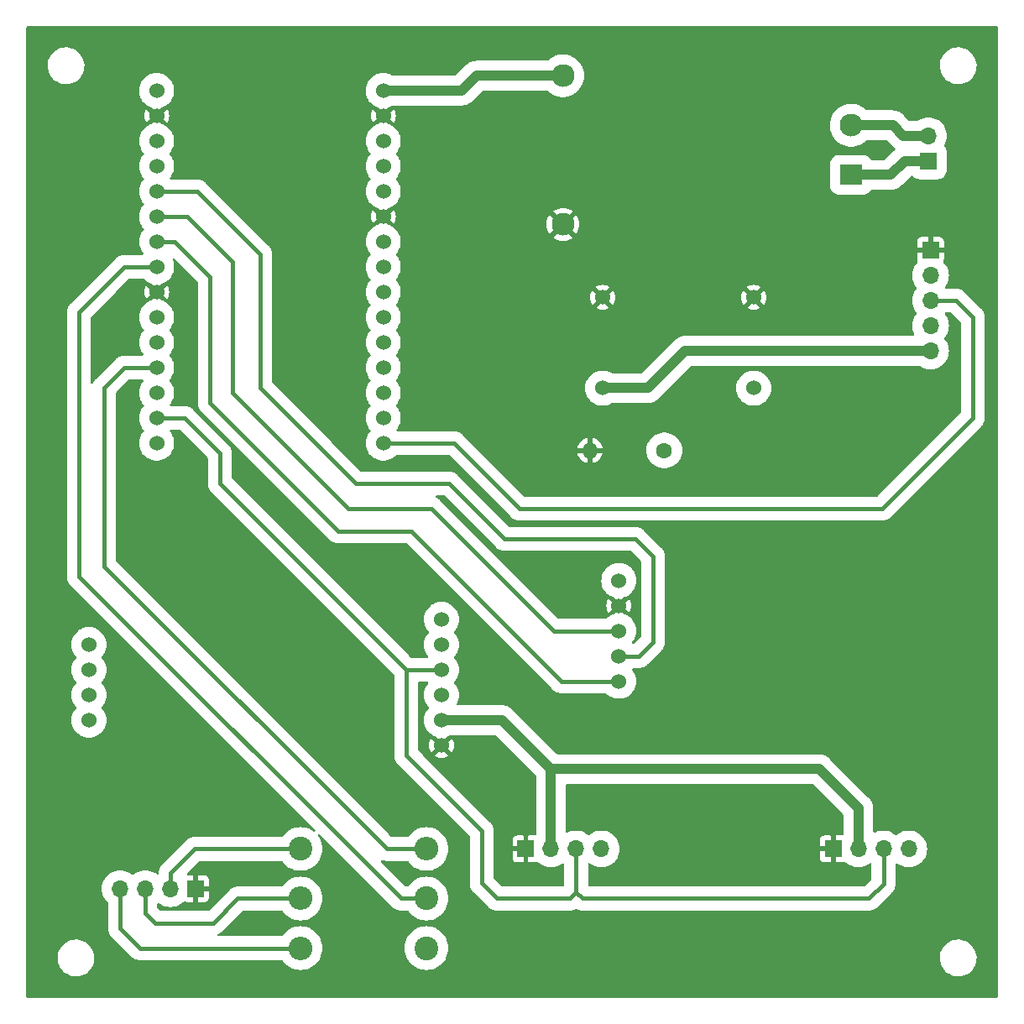
<source format=gbr>
G04 #@! TF.GenerationSoftware,KiCad,Pcbnew,(7.0.0)*
G04 #@! TF.CreationDate,2023-04-04T15:41:32-07:00*
G04 #@! TF.ProjectId,Schematic,53636865-6d61-4746-9963-2e6b69636164,01*
G04 #@! TF.SameCoordinates,Original*
G04 #@! TF.FileFunction,Copper,L2,Bot*
G04 #@! TF.FilePolarity,Positive*
%FSLAX46Y46*%
G04 Gerber Fmt 4.6, Leading zero omitted, Abs format (unit mm)*
G04 Created by KiCad (PCBNEW (7.0.0)) date 2023-04-04 15:41:32*
%MOMM*%
%LPD*%
G01*
G04 APERTURE LIST*
G04 #@! TA.AperFunction,ComponentPad*
%ADD10C,1.524000*%
G04 #@! TD*
G04 #@! TA.AperFunction,ComponentPad*
%ADD11R,1.700000X1.700000*%
G04 #@! TD*
G04 #@! TA.AperFunction,ComponentPad*
%ADD12O,1.700000X1.700000*%
G04 #@! TD*
G04 #@! TA.AperFunction,ComponentPad*
%ADD13C,2.400000*%
G04 #@! TD*
G04 #@! TA.AperFunction,ComponentPad*
%ADD14O,2.400000X2.400000*%
G04 #@! TD*
G04 #@! TA.AperFunction,ComponentPad*
%ADD15C,1.600000*%
G04 #@! TD*
G04 #@! TA.AperFunction,ComponentPad*
%ADD16O,1.600000X1.600000*%
G04 #@! TD*
G04 #@! TA.AperFunction,ComponentPad*
%ADD17R,2.300000X2.000000*%
G04 #@! TD*
G04 #@! TA.AperFunction,ComponentPad*
%ADD18C,2.300000*%
G04 #@! TD*
G04 #@! TA.AperFunction,Conductor*
%ADD19C,1.000000*%
G04 #@! TD*
G04 #@! TA.AperFunction,Conductor*
%ADD20C,0.400000*%
G04 #@! TD*
G04 APERTURE END LIST*
D10*
X120760000Y-96920000D03*
X120760000Y-99460000D03*
X120760000Y-102000000D03*
X120760000Y-104540000D03*
X120760000Y-107080000D03*
X67310000Y-103378000D03*
X67310000Y-105918000D03*
X67310000Y-108458000D03*
X67310000Y-110998000D03*
X102870000Y-113538000D03*
X102870000Y-110998000D03*
X102870000Y-108458000D03*
X102870000Y-105918000D03*
X102870000Y-103378000D03*
X102870000Y-100838000D03*
X97000000Y-83058000D03*
X97000000Y-80518000D03*
X97000000Y-77978000D03*
X97000000Y-75438000D03*
X97000000Y-72898000D03*
X97000000Y-70358000D03*
X97000000Y-67818000D03*
X97000000Y-65278000D03*
X97000000Y-62738000D03*
X97000000Y-60198000D03*
X97000000Y-57658000D03*
X97000000Y-55118000D03*
X97000000Y-52578000D03*
X97000000Y-50038000D03*
X97000000Y-47498000D03*
X74140000Y-47498000D03*
X74140000Y-50038000D03*
X74140000Y-52578000D03*
X74140000Y-55118000D03*
X74140000Y-57658000D03*
X74140000Y-60198000D03*
X74140000Y-62738000D03*
X74140000Y-65278000D03*
X74140000Y-67818000D03*
X74140000Y-70358000D03*
X74140000Y-72898000D03*
X74140000Y-75438000D03*
X74140000Y-77978000D03*
X74140000Y-80518000D03*
X74140000Y-83058000D03*
X119126000Y-77518000D03*
X119126000Y-68374000D03*
X134366000Y-77518000D03*
X134366000Y-68374000D03*
D11*
X142379999Y-123999999D03*
D12*
X144919999Y-123999999D03*
X147459999Y-123999999D03*
X149999999Y-123999999D03*
D13*
X88650000Y-124000000D03*
D14*
X101349999Y-123999999D03*
D13*
X101350000Y-134000000D03*
D14*
X88649999Y-133999999D03*
D11*
X111379999Y-123999999D03*
D12*
X113919999Y-123999999D03*
X116459999Y-123999999D03*
X118999999Y-123999999D03*
D11*
X78079999Y-127999999D03*
D12*
X75539999Y-127999999D03*
X72999999Y-127999999D03*
X70459999Y-127999999D03*
D13*
X101350000Y-129000000D03*
D14*
X88649999Y-128999999D03*
D15*
X125350000Y-83800000D03*
D16*
X117849999Y-83799999D03*
D11*
X151999999Y-54599999D03*
D12*
X151999999Y-52059999D03*
D17*
X144199999Y-55999999D03*
D18*
X144200000Y-51000000D03*
X115120000Y-61000000D03*
X115120000Y-46000000D03*
D11*
X152199999Y-63599999D03*
D12*
X152199999Y-66139999D03*
X152199999Y-68679999D03*
X152199999Y-71219999D03*
X152199999Y-73759999D03*
D19*
X108966000Y-110998000D02*
X102870000Y-110998000D01*
X113918000Y-115950000D02*
X108966000Y-110998000D01*
X113920000Y-115950000D02*
X113918000Y-115950000D01*
X144920000Y-119920000D02*
X144920000Y-124000000D01*
X140950000Y-115950000D02*
X144920000Y-119920000D01*
X113920000Y-115950000D02*
X140950000Y-115950000D01*
X113920000Y-124000000D02*
X113920000Y-115950000D01*
D20*
X106934000Y-122174000D02*
X106934000Y-127476000D01*
X99314000Y-114554000D02*
X106934000Y-122174000D01*
X99314000Y-105918000D02*
X99314000Y-114554000D01*
X80518000Y-84074000D02*
X80518000Y-87122000D01*
X80518000Y-87122000D02*
X99314000Y-105918000D01*
X76962000Y-80518000D02*
X80518000Y-84074000D01*
X74140000Y-80518000D02*
X76962000Y-80518000D01*
X99314000Y-105918000D02*
X102870000Y-105918000D01*
D19*
X144200000Y-56000000D02*
X148200000Y-56000000D01*
X149600000Y-54600000D02*
X152000000Y-54600000D01*
X148200000Y-56000000D02*
X149600000Y-54600000D01*
X144200000Y-51000000D02*
X148400000Y-51000000D01*
X148400000Y-51000000D02*
X149460000Y-52060000D01*
X149460000Y-52060000D02*
X152000000Y-52060000D01*
D20*
X104140000Y-83058000D02*
X110744000Y-89662000D01*
X147320000Y-89662000D02*
X156464000Y-80518000D01*
X110744000Y-89662000D02*
X147320000Y-89662000D01*
X156464000Y-70358000D02*
X154786000Y-68680000D01*
X97000000Y-83058000D02*
X104140000Y-83058000D01*
X156464000Y-80518000D02*
X156464000Y-70358000D01*
X154786000Y-68680000D02*
X152200000Y-68680000D01*
X108458000Y-129000000D02*
X115856000Y-129000000D01*
X116460000Y-128396000D02*
X116460000Y-124000000D01*
X117064000Y-129000000D02*
X146000000Y-129000000D01*
X115856000Y-129000000D02*
X116460000Y-128396000D01*
X147460000Y-127540000D02*
X147460000Y-124000000D01*
X116460000Y-128396000D02*
X117064000Y-129000000D01*
X146000000Y-129000000D02*
X147460000Y-127540000D01*
X108458000Y-129000000D02*
X106934000Y-127476000D01*
D19*
X104902000Y-47498000D02*
X97000000Y-47498000D01*
X127440000Y-73760000D02*
X123682000Y-77518000D01*
X115120000Y-46000000D02*
X106400000Y-46000000D01*
X123682000Y-77518000D02*
X119126000Y-77518000D01*
X152200000Y-73760000D02*
X127440000Y-73760000D01*
X104902000Y-47498000D02*
X106400000Y-46000000D01*
D20*
X122790000Y-104540000D02*
X120760000Y-104540000D01*
X122428000Y-92710000D02*
X124206000Y-94488000D01*
X84582000Y-64008000D02*
X84582000Y-77470000D01*
X84582000Y-77470000D02*
X94234000Y-87122000D01*
X109220000Y-92710000D02*
X122428000Y-92710000D01*
X103632000Y-87122000D02*
X109220000Y-92710000D01*
X74140000Y-57658000D02*
X78232000Y-57658000D01*
X124206000Y-103124000D02*
X122790000Y-104540000D01*
X78232000Y-57658000D02*
X84582000Y-64008000D01*
X94234000Y-87122000D02*
X103632000Y-87122000D01*
X124206000Y-94488000D02*
X124206000Y-103124000D01*
X77216000Y-60198000D02*
X81788000Y-64770000D01*
X74140000Y-60198000D02*
X77216000Y-60198000D01*
X101854000Y-89662000D02*
X114192000Y-102000000D01*
X81788000Y-64770000D02*
X81788000Y-77978000D01*
X114192000Y-102000000D02*
X120760000Y-102000000D01*
X81788000Y-77978000D02*
X93472000Y-89662000D01*
X93472000Y-89662000D02*
X101854000Y-89662000D01*
X79502000Y-78994000D02*
X79502000Y-66294000D01*
X92456000Y-91948000D02*
X79502000Y-78994000D01*
X99822000Y-91948000D02*
X92456000Y-91948000D01*
X79502000Y-66294000D02*
X75946000Y-62738000D01*
X114954000Y-107080000D02*
X99822000Y-91948000D01*
X74140000Y-62738000D02*
X75946000Y-62738000D01*
X120760000Y-107080000D02*
X114954000Y-107080000D01*
X75540000Y-128000000D02*
X75540000Y-126440000D01*
X75540000Y-126440000D02*
X77980000Y-124000000D01*
X77980000Y-124000000D02*
X88650000Y-124000000D01*
X82328000Y-129000000D02*
X88650000Y-129000000D01*
X73000000Y-128000000D02*
X73000000Y-130460000D01*
X73000000Y-130460000D02*
X74000000Y-131460000D01*
X79868000Y-131460000D02*
X82328000Y-129000000D01*
X74000000Y-131460000D02*
X79868000Y-131460000D01*
X70460000Y-128000000D02*
X70460000Y-132017899D01*
X72442101Y-134000000D02*
X88650000Y-134000000D01*
X70460000Y-132017899D02*
X72442101Y-134000000D01*
X98774000Y-129000000D02*
X101350000Y-129000000D01*
X74140000Y-65278000D02*
X70866000Y-65278000D01*
X66294000Y-69850000D02*
X66294000Y-96520000D01*
X70866000Y-65278000D02*
X66294000Y-69850000D01*
X66294000Y-96520000D02*
X98774000Y-129000000D01*
X97330000Y-124000000D02*
X101350000Y-124000000D01*
X70866000Y-75438000D02*
X68834000Y-77470000D01*
X68834000Y-95504000D02*
X97330000Y-124000000D01*
X68834000Y-77470000D02*
X68834000Y-95504000D01*
X74140000Y-75438000D02*
X70866000Y-75438000D01*
G04 #@! TA.AperFunction,Conductor*
G36*
X140324563Y-117459939D02*
G01*
X140364791Y-117486819D01*
X143383181Y-120505209D01*
X143410061Y-120545437D01*
X143419500Y-120592890D01*
X143419500Y-122527185D01*
X143400605Y-122592979D01*
X143349679Y-122638723D01*
X143284473Y-122650085D01*
X143284450Y-122650532D01*
X143282506Y-122650427D01*
X143282242Y-122650474D01*
X143281125Y-122650353D01*
X143274518Y-122650000D01*
X142646326Y-122650000D01*
X142633450Y-122653450D01*
X142630000Y-122666326D01*
X142630000Y-125333674D01*
X142633450Y-125346549D01*
X142646326Y-125350000D01*
X143274518Y-125350000D01*
X143281114Y-125349646D01*
X143329667Y-125344426D01*
X143344641Y-125340888D01*
X143463778Y-125296452D01*
X143470057Y-125293024D01*
X143520639Y-125278169D01*
X143572821Y-125285671D01*
X143617170Y-125314171D01*
X143705085Y-125402087D01*
X143916989Y-125560716D01*
X144149311Y-125687574D01*
X144397322Y-125780077D01*
X144655974Y-125836343D01*
X144920000Y-125855227D01*
X145184026Y-125836343D01*
X145442678Y-125780077D01*
X145690689Y-125687574D01*
X145923011Y-125560716D01*
X146061189Y-125457277D01*
X146124448Y-125433038D01*
X146191005Y-125445660D01*
X146240995Y-125491377D01*
X146259500Y-125556544D01*
X146259500Y-126991375D01*
X146250061Y-127038828D01*
X146223181Y-127079056D01*
X145539056Y-127763181D01*
X145498828Y-127790061D01*
X145451375Y-127799500D01*
X117784500Y-127799500D01*
X117722500Y-127782887D01*
X117677113Y-127737500D01*
X117660500Y-127675500D01*
X117660500Y-125556544D01*
X117679005Y-125491377D01*
X117728995Y-125445660D01*
X117795552Y-125433038D01*
X117858810Y-125457277D01*
X117996989Y-125560716D01*
X118229311Y-125687574D01*
X118477322Y-125780077D01*
X118735974Y-125836343D01*
X119000000Y-125855227D01*
X119264026Y-125836343D01*
X119522678Y-125780077D01*
X119770689Y-125687574D01*
X120003011Y-125560716D01*
X120214915Y-125402087D01*
X120402087Y-125214915D01*
X120560716Y-125003011D01*
X120619958Y-124894518D01*
X141030000Y-124894518D01*
X141030353Y-124901114D01*
X141035573Y-124949667D01*
X141039111Y-124964641D01*
X141083547Y-125083777D01*
X141091962Y-125099189D01*
X141167498Y-125200092D01*
X141179907Y-125212501D01*
X141280810Y-125288037D01*
X141296222Y-125296452D01*
X141415358Y-125340888D01*
X141430332Y-125344426D01*
X141478885Y-125349646D01*
X141485482Y-125350000D01*
X142113674Y-125350000D01*
X142126549Y-125346549D01*
X142130000Y-125333674D01*
X142130000Y-124266326D01*
X142126549Y-124253450D01*
X142113674Y-124250000D01*
X141046326Y-124250000D01*
X141033450Y-124253450D01*
X141030000Y-124266326D01*
X141030000Y-124894518D01*
X120619958Y-124894518D01*
X120687574Y-124770689D01*
X120780077Y-124522678D01*
X120836343Y-124264026D01*
X120855227Y-124000000D01*
X120836343Y-123735974D01*
X120835843Y-123733674D01*
X141030000Y-123733674D01*
X141033450Y-123746549D01*
X141046326Y-123750000D01*
X142113674Y-123750000D01*
X142126549Y-123746549D01*
X142130000Y-123733674D01*
X142130000Y-122666326D01*
X142126549Y-122653450D01*
X142113674Y-122650000D01*
X141485482Y-122650000D01*
X141478885Y-122650353D01*
X141430332Y-122655573D01*
X141415358Y-122659111D01*
X141296222Y-122703547D01*
X141280810Y-122711962D01*
X141179907Y-122787498D01*
X141167498Y-122799907D01*
X141091962Y-122900810D01*
X141083547Y-122916222D01*
X141039111Y-123035358D01*
X141035573Y-123050332D01*
X141030353Y-123098885D01*
X141030000Y-123105482D01*
X141030000Y-123733674D01*
X120835843Y-123733674D01*
X120780077Y-123477322D01*
X120687574Y-123229311D01*
X120560716Y-122996989D01*
X120402087Y-122785085D01*
X120214915Y-122597913D01*
X120003011Y-122439284D01*
X119770689Y-122312426D01*
X119766546Y-122310880D01*
X119766540Y-122310878D01*
X119526831Y-122221472D01*
X119522678Y-122219923D01*
X119518346Y-122218980D01*
X119518344Y-122218980D01*
X119268359Y-122164599D01*
X119268351Y-122164597D01*
X119264026Y-122163657D01*
X119259612Y-122163341D01*
X119259603Y-122163340D01*
X119004418Y-122145089D01*
X119000000Y-122144773D01*
X118995582Y-122145089D01*
X118740396Y-122163340D01*
X118740385Y-122163341D01*
X118735974Y-122163657D01*
X118731650Y-122164597D01*
X118731640Y-122164599D01*
X118481655Y-122218980D01*
X118481649Y-122218981D01*
X118477322Y-122219923D01*
X118473172Y-122221470D01*
X118473168Y-122221472D01*
X118233459Y-122310878D01*
X118233448Y-122310882D01*
X118229311Y-122312426D01*
X118225429Y-122314545D01*
X118225424Y-122314548D01*
X118000883Y-122437157D01*
X118000875Y-122437161D01*
X117996989Y-122439284D01*
X117993439Y-122441941D01*
X117993435Y-122441944D01*
X117804310Y-122583521D01*
X117756358Y-122605420D01*
X117703642Y-122605420D01*
X117655690Y-122583521D01*
X117544367Y-122500186D01*
X117463011Y-122439284D01*
X117230689Y-122312426D01*
X117226546Y-122310880D01*
X117226540Y-122310878D01*
X116986831Y-122221472D01*
X116982678Y-122219923D01*
X116978346Y-122218980D01*
X116978344Y-122218980D01*
X116728359Y-122164599D01*
X116728351Y-122164597D01*
X116724026Y-122163657D01*
X116719612Y-122163341D01*
X116719603Y-122163340D01*
X116464418Y-122145089D01*
X116460000Y-122144773D01*
X116455582Y-122145089D01*
X116200396Y-122163340D01*
X116200385Y-122163341D01*
X116195974Y-122163657D01*
X116191650Y-122164597D01*
X116191640Y-122164599D01*
X115941655Y-122218980D01*
X115941649Y-122218981D01*
X115937322Y-122219923D01*
X115933172Y-122221470D01*
X115933168Y-122221472D01*
X115693459Y-122310878D01*
X115693448Y-122310882D01*
X115689311Y-122312426D01*
X115685429Y-122314545D01*
X115685424Y-122314548D01*
X115603927Y-122359049D01*
X115542287Y-122374197D01*
X115481226Y-122356859D01*
X115436746Y-122311577D01*
X115420500Y-122250217D01*
X115420500Y-117574500D01*
X115437113Y-117512500D01*
X115482500Y-117467113D01*
X115544500Y-117450500D01*
X140277110Y-117450500D01*
X140324563Y-117459939D01*
G37*
G04 #@! TD.AperFunction*
G04 #@! TA.AperFunction,Conductor*
G36*
X101492377Y-107137506D02*
G01*
X101538125Y-107188699D01*
X101549625Y-107256384D01*
X101523352Y-107319811D01*
X101500915Y-107347948D01*
X101412563Y-107458737D01*
X101412560Y-107458740D01*
X101409671Y-107462364D01*
X101407352Y-107466379D01*
X101407351Y-107466382D01*
X101279910Y-107687115D01*
X101279902Y-107687130D01*
X101277590Y-107691136D01*
X101275896Y-107695450D01*
X101275894Y-107695456D01*
X101182774Y-107932719D01*
X101182771Y-107932727D01*
X101181080Y-107937037D01*
X101180049Y-107941551D01*
X101180047Y-107941560D01*
X101123331Y-108190051D01*
X101123329Y-108190061D01*
X101122299Y-108194576D01*
X101121952Y-108199201D01*
X101121952Y-108199204D01*
X101115217Y-108289072D01*
X101102558Y-108458000D01*
X101122299Y-108721424D01*
X101123329Y-108725940D01*
X101123331Y-108725948D01*
X101180047Y-108974439D01*
X101181080Y-108978963D01*
X101277590Y-109224864D01*
X101279905Y-109228874D01*
X101279910Y-109228884D01*
X101327609Y-109311500D01*
X101409671Y-109453636D01*
X101536244Y-109612354D01*
X101566813Y-109650686D01*
X101590757Y-109700406D01*
X101590757Y-109755591D01*
X101566814Y-109805311D01*
X101412562Y-109998738D01*
X101412558Y-109998743D01*
X101409671Y-110002364D01*
X101407352Y-110006379D01*
X101407351Y-110006382D01*
X101279910Y-110227115D01*
X101279902Y-110227130D01*
X101277590Y-110231136D01*
X101275896Y-110235450D01*
X101275894Y-110235456D01*
X101182774Y-110472719D01*
X101182771Y-110472727D01*
X101181080Y-110477037D01*
X101180049Y-110481551D01*
X101180047Y-110481560D01*
X101123331Y-110730051D01*
X101123329Y-110730061D01*
X101122299Y-110734576D01*
X101102558Y-110998000D01*
X101122299Y-111261424D01*
X101123329Y-111265940D01*
X101123331Y-111265948D01*
X101180047Y-111514439D01*
X101181080Y-111518963D01*
X101277590Y-111764864D01*
X101279905Y-111768874D01*
X101279910Y-111768884D01*
X101371960Y-111928319D01*
X101409671Y-111993636D01*
X101574373Y-112200166D01*
X101768018Y-112379842D01*
X101986279Y-112528650D01*
X102105280Y-112585957D01*
X102220100Y-112641252D01*
X102220105Y-112641253D01*
X102224281Y-112643265D01*
X102346062Y-112680830D01*
X102397193Y-112711639D01*
X102858457Y-113172903D01*
X102870000Y-113179567D01*
X102881542Y-113172903D01*
X103342805Y-112711639D01*
X103393932Y-112680831D01*
X103515719Y-112643265D01*
X103753721Y-112528650D01*
X103757558Y-112526034D01*
X103766342Y-112520046D01*
X103799644Y-112504009D01*
X103836193Y-112498500D01*
X108293110Y-112498500D01*
X108340563Y-112507939D01*
X108380791Y-112534819D01*
X112383181Y-116537208D01*
X112410061Y-116577436D01*
X112419500Y-116624889D01*
X112419500Y-122527185D01*
X112400605Y-122592979D01*
X112349679Y-122638723D01*
X112284473Y-122650085D01*
X112284450Y-122650532D01*
X112282506Y-122650427D01*
X112282242Y-122650474D01*
X112281125Y-122650353D01*
X112274518Y-122650000D01*
X111646326Y-122650000D01*
X111633450Y-122653450D01*
X111630000Y-122666326D01*
X111630000Y-125333674D01*
X111633450Y-125346549D01*
X111646326Y-125350000D01*
X112274518Y-125350000D01*
X112281114Y-125349646D01*
X112329667Y-125344426D01*
X112344641Y-125340888D01*
X112463778Y-125296452D01*
X112470057Y-125293024D01*
X112520639Y-125278169D01*
X112572821Y-125285671D01*
X112617169Y-125314171D01*
X112705085Y-125402087D01*
X112916989Y-125560716D01*
X113149311Y-125687574D01*
X113397322Y-125780077D01*
X113655974Y-125836343D01*
X113920000Y-125855227D01*
X114184026Y-125836343D01*
X114442678Y-125780077D01*
X114690689Y-125687574D01*
X114923011Y-125560716D01*
X115061189Y-125457277D01*
X115124448Y-125433038D01*
X115191005Y-125445660D01*
X115240995Y-125491377D01*
X115259500Y-125556544D01*
X115259500Y-127675500D01*
X115242887Y-127737500D01*
X115197500Y-127782887D01*
X115135500Y-127799500D01*
X109006625Y-127799500D01*
X108959172Y-127790061D01*
X108918944Y-127763181D01*
X108170819Y-127015056D01*
X108143939Y-126974828D01*
X108134500Y-126927375D01*
X108134500Y-124894518D01*
X110030000Y-124894518D01*
X110030353Y-124901114D01*
X110035573Y-124949667D01*
X110039111Y-124964641D01*
X110083547Y-125083777D01*
X110091962Y-125099189D01*
X110167498Y-125200092D01*
X110179907Y-125212501D01*
X110280810Y-125288037D01*
X110296222Y-125296452D01*
X110415358Y-125340888D01*
X110430332Y-125344426D01*
X110478885Y-125349646D01*
X110485482Y-125350000D01*
X111113674Y-125350000D01*
X111126549Y-125346549D01*
X111130000Y-125333674D01*
X111130000Y-124266326D01*
X111126549Y-124253450D01*
X111113674Y-124250000D01*
X110046326Y-124250000D01*
X110033450Y-124253450D01*
X110030000Y-124266326D01*
X110030000Y-124894518D01*
X108134500Y-124894518D01*
X108134500Y-123733674D01*
X110030000Y-123733674D01*
X110033450Y-123746549D01*
X110046326Y-123750000D01*
X111113674Y-123750000D01*
X111126549Y-123746549D01*
X111130000Y-123733674D01*
X111130000Y-122666326D01*
X111126549Y-122653450D01*
X111113674Y-122650000D01*
X110485482Y-122650000D01*
X110478885Y-122650353D01*
X110430332Y-122655573D01*
X110415358Y-122659111D01*
X110296222Y-122703547D01*
X110280810Y-122711962D01*
X110179907Y-122787498D01*
X110167498Y-122799907D01*
X110091962Y-122900810D01*
X110083547Y-122916222D01*
X110039111Y-123035358D01*
X110035573Y-123050332D01*
X110030353Y-123098885D01*
X110030000Y-123105482D01*
X110030000Y-123733674D01*
X108134500Y-123733674D01*
X108134500Y-122204596D01*
X108134632Y-122198869D01*
X108136260Y-122163657D01*
X108138356Y-122118319D01*
X108127210Y-122038422D01*
X108126558Y-122032799D01*
X108119115Y-121952464D01*
X108117545Y-121946946D01*
X108117544Y-121946941D01*
X108113829Y-121933885D01*
X108110285Y-121917089D01*
X108107618Y-121897967D01*
X108081987Y-121821495D01*
X108080308Y-121816074D01*
X108058229Y-121738472D01*
X108049623Y-121721190D01*
X108043053Y-121705327D01*
X108038740Y-121692459D01*
X108038738Y-121692454D01*
X108036915Y-121687015D01*
X107997656Y-121616533D01*
X107994990Y-121611473D01*
X107961612Y-121544441D01*
X107959058Y-121539311D01*
X107955602Y-121534734D01*
X107947421Y-121523900D01*
X107938047Y-121509515D01*
X107931439Y-121497651D01*
X107928652Y-121492647D01*
X107877127Y-121430599D01*
X107873574Y-121426113D01*
X107828437Y-121366340D01*
X107828434Y-121366337D01*
X107824981Y-121361764D01*
X107820744Y-121357901D01*
X107820740Y-121357897D01*
X107765383Y-121307433D01*
X107761240Y-121303477D01*
X101047181Y-114589418D01*
X102175503Y-114589418D01*
X102182936Y-114597530D01*
X102232151Y-114631991D01*
X102241499Y-114637388D01*
X102431819Y-114726135D01*
X102441943Y-114729821D01*
X102644786Y-114784173D01*
X102655418Y-114786047D01*
X102864605Y-114804349D01*
X102875395Y-114804349D01*
X103084581Y-114786047D01*
X103095213Y-114784173D01*
X103298056Y-114729821D01*
X103308180Y-114726135D01*
X103498494Y-114637391D01*
X103507851Y-114631989D01*
X103557064Y-114597528D01*
X103564496Y-114589419D01*
X103558582Y-114580136D01*
X102881542Y-113903095D01*
X102870000Y-113896431D01*
X102858457Y-113903095D01*
X102181416Y-114580136D01*
X102175503Y-114589418D01*
X101047181Y-114589418D01*
X100550819Y-114093056D01*
X100523939Y-114052828D01*
X100514500Y-114005375D01*
X100514500Y-113543395D01*
X101603651Y-113543395D01*
X101621952Y-113752581D01*
X101623826Y-113763213D01*
X101678178Y-113966056D01*
X101681864Y-113976180D01*
X101770609Y-114166496D01*
X101776008Y-114175848D01*
X101810470Y-114225065D01*
X101818579Y-114232496D01*
X101827862Y-114226582D01*
X102504903Y-113549542D01*
X102511567Y-113538000D01*
X103228431Y-113538000D01*
X103235095Y-113549542D01*
X103912136Y-114226582D01*
X103921419Y-114232496D01*
X103929528Y-114225064D01*
X103963989Y-114175851D01*
X103969391Y-114166494D01*
X104058135Y-113976180D01*
X104061821Y-113966056D01*
X104116173Y-113763213D01*
X104118047Y-113752581D01*
X104136349Y-113543395D01*
X104136349Y-113532605D01*
X104118047Y-113323418D01*
X104116173Y-113312786D01*
X104061822Y-113109949D01*
X104058134Y-113099815D01*
X103969388Y-112909500D01*
X103963990Y-112900150D01*
X103929529Y-112850935D01*
X103921418Y-112843502D01*
X103912139Y-112849413D01*
X103235095Y-113526457D01*
X103228431Y-113538000D01*
X102511567Y-113538000D01*
X102504903Y-113526457D01*
X101827859Y-112849413D01*
X101818581Y-112843502D01*
X101810468Y-112850936D01*
X101776006Y-112900154D01*
X101770612Y-112909498D01*
X101681865Y-113099815D01*
X101678177Y-113109949D01*
X101623826Y-113312786D01*
X101621952Y-113323418D01*
X101603651Y-113532605D01*
X101603651Y-113543395D01*
X100514500Y-113543395D01*
X100514500Y-107242500D01*
X100531113Y-107180500D01*
X100576500Y-107135113D01*
X100638500Y-107118500D01*
X101426405Y-107118500D01*
X101492377Y-107137506D01*
G37*
G04 #@! TD.AperFunction*
G04 #@! TA.AperFunction,Conductor*
G36*
X103130828Y-88331939D02*
G01*
X103171056Y-88358819D01*
X108349477Y-93537240D01*
X108353433Y-93541383D01*
X108403900Y-93596743D01*
X108403903Y-93596745D01*
X108407764Y-93600981D01*
X108472104Y-93649568D01*
X108476584Y-93653117D01*
X108534228Y-93700984D01*
X108534232Y-93700987D01*
X108538646Y-93704652D01*
X108555520Y-93714050D01*
X108569905Y-93723424D01*
X108585311Y-93735058D01*
X108657501Y-93771005D01*
X108662559Y-93773671D01*
X108728005Y-93810124D01*
X108728009Y-93810125D01*
X108733015Y-93812914D01*
X108738452Y-93814736D01*
X108738454Y-93814737D01*
X108751321Y-93819050D01*
X108767184Y-93825620D01*
X108784472Y-93834229D01*
X108851540Y-93853311D01*
X108862049Y-93856301D01*
X108867523Y-93857996D01*
X108943967Y-93883618D01*
X108963089Y-93886285D01*
X108979885Y-93889829D01*
X108992941Y-93893544D01*
X108992946Y-93893545D01*
X108998464Y-93895115D01*
X109078799Y-93902558D01*
X109084422Y-93903210D01*
X109164319Y-93914356D01*
X109244868Y-93910632D01*
X109250596Y-93910500D01*
X121879375Y-93910500D01*
X121926828Y-93919939D01*
X121967056Y-93946819D01*
X122969181Y-94948944D01*
X122996061Y-94989172D01*
X123005500Y-95036625D01*
X123005500Y-102575375D01*
X122996061Y-102622828D01*
X122969181Y-102663056D01*
X122329056Y-103303181D01*
X122288828Y-103330061D01*
X122241375Y-103339500D01*
X122203595Y-103339500D01*
X122137623Y-103320494D01*
X122091875Y-103269301D01*
X122080375Y-103201616D01*
X122106648Y-103138187D01*
X122220329Y-102995636D01*
X122352410Y-102766864D01*
X122448920Y-102520963D01*
X122507701Y-102263424D01*
X122527442Y-102000000D01*
X122507701Y-101736576D01*
X122448920Y-101479037D01*
X122352410Y-101233136D01*
X122350091Y-101229120D01*
X122350089Y-101229115D01*
X122273694Y-101096795D01*
X122220329Y-101004364D01*
X122055627Y-100797834D01*
X121861982Y-100618158D01*
X121643721Y-100469350D01*
X121639539Y-100467336D01*
X121409899Y-100356747D01*
X121409888Y-100356742D01*
X121405719Y-100354735D01*
X121401290Y-100353368D01*
X121401288Y-100353368D01*
X121283936Y-100317169D01*
X121232805Y-100286359D01*
X120771542Y-99825095D01*
X120759999Y-99818431D01*
X120748457Y-99825095D01*
X120287193Y-100286359D01*
X120236063Y-100317169D01*
X120118708Y-100353369D01*
X120118702Y-100353371D01*
X120114281Y-100354735D01*
X120110116Y-100356740D01*
X120110100Y-100356747D01*
X119880460Y-100467336D01*
X119880454Y-100467339D01*
X119876279Y-100469350D01*
X119872456Y-100471955D01*
X119872448Y-100471961D01*
X119661846Y-100615548D01*
X119658018Y-100618158D01*
X119654629Y-100621301D01*
X119654612Y-100621316D01*
X119498252Y-100766398D01*
X119459213Y-100790928D01*
X119413911Y-100799500D01*
X114740625Y-100799500D01*
X114693172Y-100790061D01*
X114652944Y-100763181D01*
X113355158Y-99465395D01*
X119493651Y-99465395D01*
X119511952Y-99674581D01*
X119513826Y-99685213D01*
X119568178Y-99888056D01*
X119571864Y-99898180D01*
X119660609Y-100088496D01*
X119666008Y-100097848D01*
X119700470Y-100147065D01*
X119708579Y-100154496D01*
X119717862Y-100148582D01*
X120394903Y-99471541D01*
X120401567Y-99459999D01*
X121118431Y-99459999D01*
X121125095Y-99471541D01*
X121802136Y-100148582D01*
X121811419Y-100154496D01*
X121819528Y-100147064D01*
X121853989Y-100097851D01*
X121859391Y-100088494D01*
X121948135Y-99898180D01*
X121951821Y-99888056D01*
X122006173Y-99685213D01*
X122008047Y-99674581D01*
X122026349Y-99465395D01*
X122026349Y-99454605D01*
X122008047Y-99245418D01*
X122006173Y-99234786D01*
X121951822Y-99031949D01*
X121948134Y-99021815D01*
X121859388Y-98831500D01*
X121853990Y-98822150D01*
X121819529Y-98772935D01*
X121811418Y-98765502D01*
X121802139Y-98771413D01*
X121125095Y-99448456D01*
X121118431Y-99459999D01*
X120401567Y-99459999D01*
X120394903Y-99448456D01*
X119717859Y-98771413D01*
X119708581Y-98765502D01*
X119700468Y-98772936D01*
X119666006Y-98822154D01*
X119660612Y-98831498D01*
X119571865Y-99021815D01*
X119568177Y-99031949D01*
X119513826Y-99234786D01*
X119511952Y-99245418D01*
X119493651Y-99454605D01*
X119493651Y-99465395D01*
X113355158Y-99465395D01*
X110809763Y-96920000D01*
X118992558Y-96920000D01*
X119012299Y-97183424D01*
X119013329Y-97187940D01*
X119013331Y-97187948D01*
X119030551Y-97263393D01*
X119071080Y-97440963D01*
X119167590Y-97686864D01*
X119169905Y-97690874D01*
X119169910Y-97690884D01*
X119261960Y-97850319D01*
X119299671Y-97915636D01*
X119464373Y-98122166D01*
X119658018Y-98301842D01*
X119876279Y-98450650D01*
X119995279Y-98507957D01*
X120110100Y-98563252D01*
X120110105Y-98563253D01*
X120114281Y-98565265D01*
X120236062Y-98602830D01*
X120287193Y-98633639D01*
X120748457Y-99094903D01*
X120760000Y-99101567D01*
X120771542Y-99094903D01*
X121232805Y-98633639D01*
X121283932Y-98602831D01*
X121405719Y-98565265D01*
X121643721Y-98450650D01*
X121861982Y-98301842D01*
X122055627Y-98122166D01*
X122220329Y-97915636D01*
X122352410Y-97686864D01*
X122448920Y-97440963D01*
X122507701Y-97183424D01*
X122527442Y-96920000D01*
X122507701Y-96656576D01*
X122448920Y-96399037D01*
X122352410Y-96153136D01*
X122350091Y-96149120D01*
X122350089Y-96149115D01*
X122243510Y-95964515D01*
X122220329Y-95924364D01*
X122055627Y-95717834D01*
X121861982Y-95538158D01*
X121643721Y-95389350D01*
X121639539Y-95387336D01*
X121409899Y-95276747D01*
X121409888Y-95276742D01*
X121405719Y-95274735D01*
X121401290Y-95273368D01*
X121401288Y-95273368D01*
X121157723Y-95198237D01*
X121157716Y-95198235D01*
X121153293Y-95196871D01*
X121148717Y-95196181D01*
X121148707Y-95196179D01*
X120896666Y-95158191D01*
X120896665Y-95158190D01*
X120892081Y-95157500D01*
X120627919Y-95157500D01*
X120623335Y-95158190D01*
X120623333Y-95158191D01*
X120371292Y-95196179D01*
X120371280Y-95196181D01*
X120366707Y-95196871D01*
X120362285Y-95198234D01*
X120362276Y-95198237D01*
X120118711Y-95273368D01*
X120118704Y-95273370D01*
X120114281Y-95274735D01*
X120110116Y-95276740D01*
X120110100Y-95276747D01*
X119880460Y-95387336D01*
X119880454Y-95387339D01*
X119876279Y-95389350D01*
X119872456Y-95391955D01*
X119872448Y-95391961D01*
X119661846Y-95535548D01*
X119658018Y-95538158D01*
X119654626Y-95541304D01*
X119654620Y-95541310D01*
X119545706Y-95642368D01*
X119464373Y-95717834D01*
X119461484Y-95721456D01*
X119461480Y-95721461D01*
X119351638Y-95859199D01*
X119299671Y-95924364D01*
X119297352Y-95928379D01*
X119297351Y-95928382D01*
X119169910Y-96149115D01*
X119169902Y-96149130D01*
X119167590Y-96153136D01*
X119165896Y-96157450D01*
X119165894Y-96157456D01*
X119072774Y-96394719D01*
X119072771Y-96394727D01*
X119071080Y-96399037D01*
X119070049Y-96403551D01*
X119070047Y-96403560D01*
X119013331Y-96652051D01*
X119013329Y-96652061D01*
X119012299Y-96656576D01*
X119011952Y-96661201D01*
X119011952Y-96661204D01*
X119003281Y-96776915D01*
X118992558Y-96920000D01*
X110809763Y-96920000D01*
X102724521Y-88834758D01*
X102720565Y-88830615D01*
X102670101Y-88775259D01*
X102666236Y-88771019D01*
X102601886Y-88722424D01*
X102597393Y-88718866D01*
X102539764Y-88671011D01*
X102535353Y-88667348D01*
X102530339Y-88664555D01*
X102518485Y-88657952D01*
X102504103Y-88648581D01*
X102493267Y-88640398D01*
X102493259Y-88640393D01*
X102488689Y-88636942D01*
X102416505Y-88600998D01*
X102411440Y-88598328D01*
X102345991Y-88561873D01*
X102345988Y-88561871D01*
X102340985Y-88559085D01*
X102340276Y-88558847D01*
X102290036Y-88517516D01*
X102267945Y-88454512D01*
X102281727Y-88389185D01*
X102327386Y-88340474D01*
X102391686Y-88322500D01*
X103083375Y-88322500D01*
X103130828Y-88331939D01*
G37*
G04 #@! TD.AperFunction*
G04 #@! TA.AperFunction,Conductor*
G36*
X158938000Y-41016613D02*
G01*
X158983387Y-41062000D01*
X159000000Y-41124000D01*
X159000000Y-138876000D01*
X158983387Y-138938000D01*
X158938000Y-138983387D01*
X158876000Y-139000000D01*
X61124000Y-139000000D01*
X61062000Y-138983387D01*
X61016613Y-138938000D01*
X61000000Y-138876000D01*
X61000000Y-135067765D01*
X64145788Y-135067765D01*
X64146282Y-135072262D01*
X64146283Y-135072267D01*
X64174917Y-135332506D01*
X64174918Y-135332513D01*
X64175414Y-135337018D01*
X64176559Y-135341398D01*
X64176561Y-135341408D01*
X64208830Y-135464838D01*
X64243928Y-135599088D01*
X64245693Y-135603242D01*
X64245696Y-135603250D01*
X64348099Y-135844223D01*
X64349870Y-135848390D01*
X64352226Y-135852251D01*
X64352229Y-135852256D01*
X64465993Y-136038664D01*
X64490982Y-136079610D01*
X64664255Y-136287820D01*
X64667630Y-136290844D01*
X64667631Y-136290845D01*
X64772330Y-136384656D01*
X64865998Y-136468582D01*
X65091910Y-136618044D01*
X65337176Y-136733020D01*
X65596569Y-136811060D01*
X65864561Y-136850500D01*
X66065369Y-136850500D01*
X66067631Y-136850500D01*
X66270156Y-136835677D01*
X66534553Y-136776780D01*
X66787558Y-136680014D01*
X67023777Y-136547441D01*
X67238177Y-136381888D01*
X67426186Y-136186881D01*
X67583799Y-135966579D01*
X67707656Y-135725675D01*
X67795118Y-135469305D01*
X67844319Y-135202933D01*
X67854212Y-134932235D01*
X67824586Y-134662982D01*
X67756072Y-134400912D01*
X67650130Y-134151610D01*
X67509018Y-133920390D01*
X67335745Y-133712180D01*
X67230759Y-133618112D01*
X67137382Y-133534446D01*
X67137378Y-133534442D01*
X67134002Y-133531418D01*
X66908090Y-133381956D01*
X66903996Y-133380036D01*
X66903991Y-133380034D01*
X66666929Y-133268904D01*
X66666925Y-133268902D01*
X66662824Y-133266980D01*
X66658477Y-133265672D01*
X66658474Y-133265671D01*
X66407772Y-133190246D01*
X66407771Y-133190245D01*
X66403431Y-133188940D01*
X66398957Y-133188281D01*
X66398950Y-133188280D01*
X66139913Y-133150158D01*
X66139907Y-133150157D01*
X66135439Y-133149500D01*
X65932369Y-133149500D01*
X65930120Y-133149664D01*
X65930109Y-133149665D01*
X65734363Y-133163992D01*
X65734359Y-133163992D01*
X65729844Y-133164323D01*
X65725426Y-133165307D01*
X65725420Y-133165308D01*
X65469877Y-133222232D01*
X65469861Y-133222236D01*
X65465447Y-133223220D01*
X65461216Y-133224838D01*
X65461210Y-133224840D01*
X65216673Y-133318367D01*
X65216663Y-133318371D01*
X65212442Y-133319986D01*
X65208494Y-133322201D01*
X65208489Y-133322204D01*
X64980176Y-133450340D01*
X64980171Y-133450343D01*
X64976223Y-133452559D01*
X64972639Y-133455325D01*
X64972635Y-133455329D01*
X64765407Y-133615343D01*
X64765394Y-133615354D01*
X64761823Y-133618112D01*
X64758685Y-133621366D01*
X64758678Y-133621373D01*
X64576958Y-133809857D01*
X64576952Y-133809864D01*
X64573814Y-133813119D01*
X64571189Y-133816787D01*
X64571179Y-133816800D01*
X64418834Y-134029740D01*
X64418830Y-134029745D01*
X64416201Y-134033421D01*
X64414132Y-134037444D01*
X64414129Y-134037450D01*
X64294416Y-134270293D01*
X64294411Y-134270304D01*
X64292344Y-134274325D01*
X64290884Y-134278602D01*
X64290879Y-134278616D01*
X64206348Y-134526395D01*
X64206344Y-134526407D01*
X64204882Y-134530695D01*
X64204057Y-134535159D01*
X64204057Y-134535161D01*
X64156504Y-134792606D01*
X64156502Y-134792619D01*
X64155681Y-134797067D01*
X64155515Y-134801593D01*
X64155515Y-134801599D01*
X64145989Y-135062276D01*
X64145788Y-135067765D01*
X61000000Y-135067765D01*
X61000000Y-110998000D01*
X65542558Y-110998000D01*
X65562299Y-111261424D01*
X65563329Y-111265940D01*
X65563331Y-111265948D01*
X65620047Y-111514439D01*
X65621080Y-111518963D01*
X65717590Y-111764864D01*
X65719905Y-111768874D01*
X65719910Y-111768884D01*
X65811960Y-111928319D01*
X65849671Y-111993636D01*
X66014373Y-112200166D01*
X66208018Y-112379842D01*
X66426279Y-112528650D01*
X66545280Y-112585957D01*
X66660100Y-112641252D01*
X66660105Y-112641253D01*
X66664281Y-112643265D01*
X66916707Y-112721129D01*
X67177919Y-112760500D01*
X67437444Y-112760500D01*
X67442081Y-112760500D01*
X67703293Y-112721129D01*
X67955719Y-112643265D01*
X68193721Y-112528650D01*
X68411982Y-112379842D01*
X68605627Y-112200166D01*
X68770329Y-111993636D01*
X68902410Y-111764864D01*
X68998920Y-111518963D01*
X69057701Y-111261424D01*
X69077442Y-110998000D01*
X69057701Y-110734576D01*
X68998920Y-110477037D01*
X68902410Y-110231136D01*
X68900091Y-110227120D01*
X68900089Y-110227115D01*
X68849516Y-110139522D01*
X68770329Y-110002364D01*
X68613185Y-109805311D01*
X68589242Y-109755593D01*
X68589242Y-109700407D01*
X68613186Y-109650687D01*
X68618934Y-109643479D01*
X68770329Y-109453636D01*
X68902410Y-109224864D01*
X68998920Y-108978963D01*
X69057701Y-108721424D01*
X69077442Y-108458000D01*
X69057701Y-108194576D01*
X68998920Y-107937037D01*
X68902410Y-107691136D01*
X68900091Y-107687120D01*
X68900089Y-107687115D01*
X68847737Y-107596439D01*
X68770329Y-107462364D01*
X68613185Y-107265311D01*
X68589242Y-107215593D01*
X68589242Y-107160407D01*
X68613186Y-107110687D01*
X68637658Y-107080000D01*
X68770329Y-106913636D01*
X68902410Y-106684864D01*
X68998920Y-106438963D01*
X69057701Y-106181424D01*
X69077442Y-105918000D01*
X69057701Y-105654576D01*
X68998920Y-105397037D01*
X68902410Y-105151136D01*
X68900091Y-105147120D01*
X68900089Y-105147115D01*
X68847737Y-105056439D01*
X68770329Y-104922364D01*
X68613185Y-104725312D01*
X68589242Y-104675593D01*
X68589242Y-104620407D01*
X68613186Y-104570687D01*
X68637658Y-104540000D01*
X68770329Y-104373636D01*
X68902410Y-104144864D01*
X68998920Y-103898963D01*
X69057701Y-103641424D01*
X69077442Y-103378000D01*
X69057701Y-103114576D01*
X68998920Y-102857037D01*
X68902410Y-102611136D01*
X68900091Y-102607120D01*
X68900089Y-102607115D01*
X68847737Y-102516439D01*
X68770329Y-102382364D01*
X68605627Y-102175834D01*
X68411982Y-101996158D01*
X68193721Y-101847350D01*
X68172773Y-101837262D01*
X67959899Y-101734747D01*
X67959888Y-101734742D01*
X67955719Y-101732735D01*
X67951290Y-101731368D01*
X67951288Y-101731368D01*
X67707723Y-101656237D01*
X67707716Y-101656235D01*
X67703293Y-101654871D01*
X67698717Y-101654181D01*
X67698707Y-101654179D01*
X67446666Y-101616191D01*
X67446665Y-101616190D01*
X67442081Y-101615500D01*
X67177919Y-101615500D01*
X67173335Y-101616190D01*
X67173333Y-101616191D01*
X66921292Y-101654179D01*
X66921280Y-101654181D01*
X66916707Y-101654871D01*
X66912285Y-101656234D01*
X66912276Y-101656237D01*
X66668711Y-101731368D01*
X66668704Y-101731370D01*
X66664281Y-101732735D01*
X66660116Y-101734740D01*
X66660100Y-101734747D01*
X66430460Y-101845336D01*
X66430454Y-101845339D01*
X66426279Y-101847350D01*
X66422456Y-101849955D01*
X66422448Y-101849961D01*
X66211846Y-101993548D01*
X66208018Y-101996158D01*
X66204626Y-101999304D01*
X66204620Y-101999310D01*
X66017774Y-102172678D01*
X66014373Y-102175834D01*
X66011484Y-102179456D01*
X66011480Y-102179461D01*
X65852563Y-102378737D01*
X65852560Y-102378740D01*
X65849671Y-102382364D01*
X65847352Y-102386379D01*
X65847351Y-102386382D01*
X65719910Y-102607115D01*
X65719902Y-102607130D01*
X65717590Y-102611136D01*
X65715896Y-102615450D01*
X65715894Y-102615456D01*
X65622774Y-102852719D01*
X65622771Y-102852727D01*
X65621080Y-102857037D01*
X65620049Y-102861551D01*
X65620047Y-102861560D01*
X65563331Y-103110051D01*
X65563329Y-103110061D01*
X65562299Y-103114576D01*
X65561952Y-103119201D01*
X65561952Y-103119204D01*
X65546151Y-103330061D01*
X65542558Y-103378000D01*
X65542905Y-103382630D01*
X65554753Y-103540737D01*
X65562299Y-103641424D01*
X65563329Y-103645940D01*
X65563331Y-103645948D01*
X65614379Y-103869604D01*
X65621080Y-103898963D01*
X65622772Y-103903276D01*
X65622774Y-103903280D01*
X65658588Y-103994532D01*
X65717590Y-104144864D01*
X65719905Y-104148874D01*
X65719910Y-104148884D01*
X65811960Y-104308319D01*
X65849671Y-104373636D01*
X65852559Y-104377258D01*
X65852567Y-104377269D01*
X66006813Y-104570688D01*
X66030757Y-104620408D01*
X66030757Y-104675592D01*
X66006813Y-104725312D01*
X65852567Y-104918730D01*
X65852555Y-104918747D01*
X65849671Y-104922364D01*
X65847352Y-104926379D01*
X65847351Y-104926382D01*
X65719910Y-105147115D01*
X65719902Y-105147130D01*
X65717590Y-105151136D01*
X65715896Y-105155450D01*
X65715894Y-105155456D01*
X65622774Y-105392719D01*
X65622771Y-105392727D01*
X65621080Y-105397037D01*
X65620049Y-105401551D01*
X65620047Y-105401560D01*
X65563331Y-105650051D01*
X65563329Y-105650061D01*
X65562299Y-105654576D01*
X65561952Y-105659201D01*
X65561952Y-105659204D01*
X65546151Y-105870061D01*
X65542558Y-105918000D01*
X65542905Y-105922630D01*
X65554753Y-106080737D01*
X65562299Y-106181424D01*
X65563329Y-106185940D01*
X65563331Y-106185948D01*
X65620047Y-106434439D01*
X65621080Y-106438963D01*
X65622772Y-106443276D01*
X65622774Y-106443280D01*
X65666511Y-106554719D01*
X65717590Y-106684864D01*
X65719905Y-106688874D01*
X65719910Y-106688884D01*
X65811960Y-106848319D01*
X65849671Y-106913636D01*
X65982342Y-107080000D01*
X66006813Y-107110686D01*
X66030757Y-107160406D01*
X66030757Y-107215591D01*
X66006814Y-107265311D01*
X65852562Y-107458738D01*
X65852558Y-107458743D01*
X65849671Y-107462364D01*
X65847352Y-107466379D01*
X65847351Y-107466382D01*
X65719910Y-107687115D01*
X65719902Y-107687130D01*
X65717590Y-107691136D01*
X65715896Y-107695450D01*
X65715894Y-107695456D01*
X65622774Y-107932719D01*
X65622771Y-107932727D01*
X65621080Y-107937037D01*
X65620049Y-107941551D01*
X65620047Y-107941560D01*
X65563331Y-108190051D01*
X65563329Y-108190061D01*
X65562299Y-108194576D01*
X65561952Y-108199201D01*
X65561952Y-108199204D01*
X65555217Y-108289072D01*
X65542558Y-108458000D01*
X65562299Y-108721424D01*
X65563329Y-108725940D01*
X65563331Y-108725948D01*
X65620047Y-108974439D01*
X65621080Y-108978963D01*
X65717590Y-109224864D01*
X65719905Y-109228874D01*
X65719910Y-109228884D01*
X65767609Y-109311500D01*
X65849671Y-109453636D01*
X65976244Y-109612354D01*
X66006813Y-109650686D01*
X66030757Y-109700406D01*
X66030757Y-109755591D01*
X66006814Y-109805311D01*
X65852562Y-109998738D01*
X65852558Y-109998743D01*
X65849671Y-110002364D01*
X65847352Y-110006379D01*
X65847351Y-110006382D01*
X65719910Y-110227115D01*
X65719902Y-110227130D01*
X65717590Y-110231136D01*
X65715896Y-110235450D01*
X65715894Y-110235456D01*
X65622774Y-110472719D01*
X65622771Y-110472727D01*
X65621080Y-110477037D01*
X65620049Y-110481551D01*
X65620047Y-110481560D01*
X65563331Y-110730051D01*
X65563329Y-110730061D01*
X65562299Y-110734576D01*
X65542558Y-110998000D01*
X61000000Y-110998000D01*
X61000000Y-96575681D01*
X65089644Y-96575681D01*
X65090435Y-96581356D01*
X65090436Y-96581363D01*
X65100782Y-96655532D01*
X65101442Y-96661220D01*
X65108885Y-96741536D01*
X65110450Y-96747037D01*
X65110452Y-96747047D01*
X65114171Y-96760115D01*
X65117714Y-96776914D01*
X65120382Y-96796033D01*
X65122203Y-96801465D01*
X65146004Y-96872481D01*
X65147697Y-96877949D01*
X65168201Y-96950012D01*
X65168203Y-96950017D01*
X65169771Y-96955528D01*
X65178377Y-96972811D01*
X65184945Y-96988668D01*
X65191085Y-97006985D01*
X65193872Y-97011988D01*
X65230328Y-97077440D01*
X65232998Y-97082505D01*
X65268942Y-97154689D01*
X65272393Y-97159259D01*
X65272398Y-97159267D01*
X65280581Y-97170103D01*
X65289952Y-97184485D01*
X65299348Y-97201353D01*
X65303011Y-97205764D01*
X65350866Y-97263393D01*
X65354424Y-97267885D01*
X65403019Y-97332236D01*
X65407259Y-97336101D01*
X65462615Y-97386565D01*
X65466758Y-97390521D01*
X90109568Y-122033332D01*
X90140548Y-122085018D01*
X90143504Y-122145204D01*
X90117740Y-122199678D01*
X90069340Y-122235574D01*
X90009733Y-122244416D01*
X89952996Y-122224115D01*
X89755985Y-122092476D01*
X89755980Y-122092473D01*
X89752611Y-122090222D01*
X89748975Y-122088429D01*
X89748970Y-122088426D01*
X89497544Y-121964437D01*
X89497543Y-121964436D01*
X89493902Y-121962641D01*
X89463922Y-121952464D01*
X89224597Y-121871223D01*
X89224584Y-121871219D01*
X89220753Y-121869919D01*
X89216776Y-121869128D01*
X89216769Y-121869126D01*
X88941818Y-121814435D01*
X88941810Y-121814434D01*
X88937839Y-121813644D01*
X88650000Y-121794778D01*
X88645957Y-121795043D01*
X88366203Y-121813379D01*
X88366201Y-121813379D01*
X88362161Y-121813644D01*
X88358190Y-121814433D01*
X88358181Y-121814435D01*
X88083230Y-121869126D01*
X88083219Y-121869128D01*
X88079247Y-121869919D01*
X88075418Y-121871218D01*
X88075402Y-121871223D01*
X87809944Y-121961335D01*
X87809937Y-121961337D01*
X87806098Y-121962641D01*
X87802461Y-121964434D01*
X87802455Y-121964437D01*
X87551029Y-122088426D01*
X87551017Y-122088432D01*
X87547389Y-122090222D01*
X87544026Y-122092468D01*
X87544014Y-122092476D01*
X87310927Y-122248220D01*
X87310918Y-122248226D01*
X87307546Y-122250480D01*
X87304502Y-122253149D01*
X87304487Y-122253161D01*
X87093721Y-122437999D01*
X87093713Y-122438006D01*
X87090673Y-122440673D01*
X87088006Y-122443713D01*
X87087999Y-122443721D01*
X86903161Y-122654487D01*
X86903149Y-122654502D01*
X86900480Y-122657546D01*
X86898226Y-122660918D01*
X86898220Y-122660927D01*
X86842452Y-122744391D01*
X86797803Y-122784858D01*
X86739350Y-122799500D01*
X78010596Y-122799500D01*
X78004869Y-122799368D01*
X77930047Y-122795908D01*
X77930038Y-122795908D01*
X77924319Y-122795644D01*
X77918643Y-122796435D01*
X77918636Y-122796436D01*
X77844466Y-122806782D01*
X77838779Y-122807442D01*
X77764172Y-122814356D01*
X77758464Y-122814885D01*
X77752952Y-122816452D01*
X77752942Y-122816455D01*
X77739880Y-122820171D01*
X77723091Y-122823713D01*
X77709652Y-122825588D01*
X77709642Y-122825590D01*
X77703967Y-122826382D01*
X77698536Y-122828201D01*
X77698528Y-122828204D01*
X77627516Y-122852004D01*
X77622050Y-122853697D01*
X77549982Y-122874203D01*
X77549979Y-122874203D01*
X77544472Y-122875771D01*
X77539344Y-122878323D01*
X77539342Y-122878325D01*
X77527182Y-122884380D01*
X77511326Y-122890947D01*
X77498448Y-122895263D01*
X77498439Y-122895266D01*
X77493015Y-122897085D01*
X77488012Y-122899871D01*
X77488011Y-122899872D01*
X77422575Y-122936319D01*
X77417512Y-122938988D01*
X77350443Y-122972385D01*
X77350430Y-122972392D01*
X77345311Y-122974942D01*
X77340738Y-122978395D01*
X77340735Y-122978397D01*
X77329895Y-122986582D01*
X77315521Y-122995948D01*
X77303651Y-123002560D01*
X77303646Y-123002563D01*
X77298647Y-123005348D01*
X77294250Y-123008998D01*
X77294237Y-123009008D01*
X77236597Y-123056872D01*
X77232108Y-123060428D01*
X77172336Y-123105566D01*
X77172333Y-123105568D01*
X77167764Y-123109019D01*
X77163911Y-123113244D01*
X77163907Y-123113249D01*
X77113434Y-123168615D01*
X77109479Y-123172756D01*
X74712756Y-125569479D01*
X74708615Y-125573434D01*
X74653249Y-125623907D01*
X74653244Y-125623911D01*
X74649019Y-125627764D01*
X74645568Y-125632333D01*
X74645566Y-125632336D01*
X74600428Y-125692108D01*
X74596872Y-125696597D01*
X74549008Y-125754237D01*
X74548998Y-125754250D01*
X74545348Y-125758647D01*
X74542563Y-125763646D01*
X74542560Y-125763651D01*
X74535948Y-125775521D01*
X74526582Y-125789895D01*
X74518397Y-125800735D01*
X74514942Y-125805311D01*
X74512392Y-125810430D01*
X74512385Y-125810443D01*
X74478988Y-125877512D01*
X74476319Y-125882575D01*
X74439872Y-125948011D01*
X74437085Y-125953015D01*
X74435266Y-125958439D01*
X74435263Y-125958448D01*
X74430947Y-125971326D01*
X74424379Y-125987182D01*
X74415771Y-126004472D01*
X74414203Y-126009979D01*
X74414203Y-126009982D01*
X74393697Y-126082050D01*
X74392004Y-126087516D01*
X74368204Y-126158528D01*
X74368201Y-126158536D01*
X74366382Y-126163967D01*
X74365590Y-126169642D01*
X74365588Y-126169652D01*
X74363713Y-126183091D01*
X74360171Y-126199880D01*
X74356455Y-126212942D01*
X74356452Y-126212952D01*
X74354885Y-126218464D01*
X74354356Y-126224171D01*
X74354356Y-126224172D01*
X74347442Y-126298779D01*
X74346782Y-126304466D01*
X74336436Y-126378636D01*
X74336435Y-126378643D01*
X74335644Y-126384319D01*
X74335909Y-126390046D01*
X74338068Y-126436757D01*
X74321889Y-126503956D01*
X74272251Y-126552055D01*
X74204575Y-126566109D01*
X74139890Y-126541750D01*
X74006564Y-126441944D01*
X74003011Y-126439284D01*
X73770689Y-126312426D01*
X73766546Y-126310880D01*
X73766540Y-126310878D01*
X73526831Y-126221472D01*
X73522678Y-126219923D01*
X73518346Y-126218980D01*
X73518344Y-126218980D01*
X73268359Y-126164599D01*
X73268351Y-126164597D01*
X73264026Y-126163657D01*
X73259612Y-126163341D01*
X73259603Y-126163340D01*
X73004418Y-126145089D01*
X73000000Y-126144773D01*
X72995582Y-126145089D01*
X72740396Y-126163340D01*
X72740385Y-126163341D01*
X72735974Y-126163657D01*
X72731650Y-126164597D01*
X72731640Y-126164599D01*
X72481655Y-126218980D01*
X72481649Y-126218981D01*
X72477322Y-126219923D01*
X72473172Y-126221470D01*
X72473168Y-126221472D01*
X72233459Y-126310878D01*
X72233448Y-126310882D01*
X72229311Y-126312426D01*
X72225429Y-126314545D01*
X72225424Y-126314548D01*
X72000883Y-126437157D01*
X72000875Y-126437161D01*
X71996989Y-126439284D01*
X71993439Y-126441941D01*
X71993435Y-126441944D01*
X71804310Y-126583521D01*
X71756358Y-126605420D01*
X71703642Y-126605420D01*
X71655690Y-126583521D01*
X71466564Y-126441944D01*
X71463011Y-126439284D01*
X71230689Y-126312426D01*
X71226546Y-126310880D01*
X71226540Y-126310878D01*
X70986831Y-126221472D01*
X70982678Y-126219923D01*
X70978346Y-126218980D01*
X70978344Y-126218980D01*
X70728359Y-126164599D01*
X70728351Y-126164597D01*
X70724026Y-126163657D01*
X70719612Y-126163341D01*
X70719603Y-126163340D01*
X70464418Y-126145089D01*
X70460000Y-126144773D01*
X70455582Y-126145089D01*
X70200396Y-126163340D01*
X70200385Y-126163341D01*
X70195974Y-126163657D01*
X70191650Y-126164597D01*
X70191640Y-126164599D01*
X69941655Y-126218980D01*
X69941649Y-126218981D01*
X69937322Y-126219923D01*
X69933172Y-126221470D01*
X69933168Y-126221472D01*
X69693459Y-126310878D01*
X69693448Y-126310882D01*
X69689311Y-126312426D01*
X69685429Y-126314545D01*
X69685424Y-126314548D01*
X69460883Y-126437157D01*
X69460875Y-126437161D01*
X69456989Y-126439284D01*
X69453439Y-126441941D01*
X69453435Y-126441944D01*
X69248636Y-126595254D01*
X69248629Y-126595259D01*
X69245085Y-126597913D01*
X69241954Y-126601043D01*
X69241947Y-126601050D01*
X69061050Y-126781947D01*
X69061043Y-126781954D01*
X69057913Y-126785085D01*
X69055259Y-126788629D01*
X69055254Y-126788636D01*
X68901944Y-126993435D01*
X68899284Y-126996989D01*
X68897161Y-127000875D01*
X68897157Y-127000883D01*
X68774548Y-127225424D01*
X68772426Y-127229311D01*
X68770882Y-127233448D01*
X68770878Y-127233459D01*
X68681472Y-127473168D01*
X68679923Y-127477322D01*
X68678981Y-127481649D01*
X68678980Y-127481655D01*
X68624599Y-127731640D01*
X68624597Y-127731650D01*
X68623657Y-127735974D01*
X68623341Y-127740385D01*
X68623340Y-127740396D01*
X68609136Y-127938997D01*
X68604773Y-128000000D01*
X68605089Y-128004418D01*
X68623340Y-128259603D01*
X68623341Y-128259612D01*
X68623657Y-128264026D01*
X68624597Y-128268351D01*
X68624599Y-128268359D01*
X68654666Y-128406575D01*
X68679923Y-128522678D01*
X68681472Y-128526831D01*
X68770878Y-128766540D01*
X68770880Y-128766546D01*
X68772426Y-128770689D01*
X68899284Y-129003011D01*
X69057913Y-129214915D01*
X69061050Y-129218052D01*
X69223181Y-129380183D01*
X69250061Y-129420411D01*
X69259500Y-129467864D01*
X69259500Y-131987303D01*
X69259368Y-131993030D01*
X69255908Y-132067851D01*
X69255908Y-132067860D01*
X69255644Y-132073580D01*
X69256435Y-132079255D01*
X69256436Y-132079262D01*
X69266782Y-132153431D01*
X69267442Y-132159119D01*
X69274885Y-132239435D01*
X69276450Y-132244936D01*
X69276452Y-132244946D01*
X69280171Y-132258014D01*
X69283714Y-132274813D01*
X69286382Y-132293932D01*
X69288203Y-132299364D01*
X69312004Y-132370380D01*
X69313697Y-132375848D01*
X69334201Y-132447911D01*
X69334203Y-132447916D01*
X69335771Y-132453427D01*
X69344377Y-132470710D01*
X69350945Y-132486567D01*
X69357085Y-132504884D01*
X69379946Y-132545928D01*
X69396328Y-132575339D01*
X69398998Y-132580404D01*
X69431221Y-132645115D01*
X69434942Y-132652588D01*
X69438393Y-132657158D01*
X69438398Y-132657166D01*
X69446581Y-132668002D01*
X69455952Y-132682384D01*
X69465348Y-132699252D01*
X69469011Y-132703663D01*
X69516866Y-132761292D01*
X69520424Y-132765784D01*
X69569019Y-132830135D01*
X69573259Y-132834000D01*
X69628615Y-132884464D01*
X69632758Y-132888420D01*
X71571578Y-134827240D01*
X71575534Y-134831383D01*
X71625998Y-134886740D01*
X71626002Y-134886744D01*
X71629865Y-134890981D01*
X71634438Y-134894434D01*
X71634441Y-134894437D01*
X71694214Y-134939574D01*
X71698700Y-134943127D01*
X71760748Y-134994652D01*
X71777620Y-135004049D01*
X71792001Y-135013421D01*
X71802835Y-135021602D01*
X71802837Y-135021603D01*
X71807412Y-135025058D01*
X71879585Y-135060995D01*
X71884634Y-135063656D01*
X71955116Y-135102915D01*
X71960555Y-135104738D01*
X71960560Y-135104740D01*
X71973428Y-135109053D01*
X71989291Y-135115623D01*
X72006573Y-135124229D01*
X72084175Y-135146308D01*
X72089596Y-135147987D01*
X72166068Y-135173618D01*
X72185190Y-135176285D01*
X72201986Y-135179829D01*
X72215042Y-135183544D01*
X72215047Y-135183545D01*
X72220565Y-135185115D01*
X72300900Y-135192558D01*
X72306523Y-135193210D01*
X72386420Y-135204356D01*
X72466969Y-135200632D01*
X72472697Y-135200500D01*
X86739350Y-135200500D01*
X86797803Y-135215142D01*
X86842451Y-135255608D01*
X86900480Y-135342454D01*
X86903155Y-135345504D01*
X86903161Y-135345512D01*
X87087999Y-135556278D01*
X87090673Y-135559327D01*
X87093721Y-135562000D01*
X87304487Y-135746838D01*
X87304493Y-135746842D01*
X87307546Y-135749520D01*
X87547389Y-135909778D01*
X87806098Y-136037359D01*
X88002411Y-136103998D01*
X88075402Y-136128776D01*
X88075404Y-136128776D01*
X88079247Y-136130081D01*
X88362161Y-136186356D01*
X88650000Y-136205222D01*
X88937839Y-136186356D01*
X89220753Y-136130081D01*
X89493902Y-136037359D01*
X89752611Y-135909778D01*
X89992454Y-135749520D01*
X90209327Y-135559327D01*
X90399520Y-135342454D01*
X90559778Y-135102611D01*
X90687359Y-134843902D01*
X90780081Y-134570753D01*
X90836356Y-134287839D01*
X90855222Y-134000000D01*
X99144778Y-134000000D01*
X99163644Y-134287839D01*
X99164434Y-134291810D01*
X99164435Y-134291818D01*
X99219126Y-134566769D01*
X99219128Y-134566776D01*
X99219919Y-134570753D01*
X99221219Y-134574584D01*
X99221223Y-134574597D01*
X99298281Y-134801599D01*
X99312641Y-134843902D01*
X99314436Y-134847543D01*
X99314437Y-134847544D01*
X99423037Y-135067765D01*
X99440222Y-135102611D01*
X99442473Y-135105980D01*
X99442476Y-135105985D01*
X99542452Y-135255609D01*
X99600480Y-135342454D01*
X99603155Y-135345504D01*
X99603161Y-135345512D01*
X99787999Y-135556278D01*
X99790673Y-135559327D01*
X99793721Y-135562000D01*
X100004487Y-135746838D01*
X100004493Y-135746842D01*
X100007546Y-135749520D01*
X100247389Y-135909778D01*
X100506098Y-136037359D01*
X100702411Y-136103998D01*
X100775402Y-136128776D01*
X100775404Y-136128776D01*
X100779247Y-136130081D01*
X101062161Y-136186356D01*
X101350000Y-136205222D01*
X101637839Y-136186356D01*
X101920753Y-136130081D01*
X102193902Y-136037359D01*
X102452611Y-135909778D01*
X102692454Y-135749520D01*
X102909327Y-135559327D01*
X103099520Y-135342454D01*
X103259778Y-135102611D01*
X103276962Y-135067765D01*
X153145788Y-135067765D01*
X153146282Y-135072262D01*
X153146283Y-135072267D01*
X153174917Y-135332506D01*
X153174918Y-135332513D01*
X153175414Y-135337018D01*
X153176559Y-135341398D01*
X153176561Y-135341408D01*
X153208830Y-135464838D01*
X153243928Y-135599088D01*
X153245693Y-135603242D01*
X153245696Y-135603250D01*
X153348099Y-135844223D01*
X153349870Y-135848390D01*
X153352226Y-135852251D01*
X153352229Y-135852256D01*
X153465993Y-136038664D01*
X153490982Y-136079610D01*
X153664255Y-136287820D01*
X153667630Y-136290844D01*
X153667631Y-136290845D01*
X153772330Y-136384656D01*
X153865998Y-136468582D01*
X154091910Y-136618044D01*
X154337176Y-136733020D01*
X154596569Y-136811060D01*
X154864561Y-136850500D01*
X155065369Y-136850500D01*
X155067631Y-136850500D01*
X155270156Y-136835677D01*
X155534553Y-136776780D01*
X155787558Y-136680014D01*
X156023777Y-136547441D01*
X156238177Y-136381888D01*
X156426186Y-136186881D01*
X156583799Y-135966579D01*
X156707656Y-135725675D01*
X156795118Y-135469305D01*
X156844319Y-135202933D01*
X156854212Y-134932235D01*
X156824586Y-134662982D01*
X156756072Y-134400912D01*
X156650130Y-134151610D01*
X156509018Y-133920390D01*
X156335745Y-133712180D01*
X156230759Y-133618112D01*
X156137382Y-133534446D01*
X156137378Y-133534442D01*
X156134002Y-133531418D01*
X155908090Y-133381956D01*
X155903996Y-133380036D01*
X155903991Y-133380034D01*
X155666929Y-133268904D01*
X155666925Y-133268902D01*
X155662824Y-133266980D01*
X155658477Y-133265672D01*
X155658474Y-133265671D01*
X155407772Y-133190246D01*
X155407771Y-133190245D01*
X155403431Y-133188940D01*
X155398957Y-133188281D01*
X155398950Y-133188280D01*
X155139913Y-133150158D01*
X155139907Y-133150157D01*
X155135439Y-133149500D01*
X154932369Y-133149500D01*
X154930120Y-133149664D01*
X154930109Y-133149665D01*
X154734363Y-133163992D01*
X154734359Y-133163992D01*
X154729844Y-133164323D01*
X154725426Y-133165307D01*
X154725420Y-133165308D01*
X154469877Y-133222232D01*
X154469861Y-133222236D01*
X154465447Y-133223220D01*
X154461216Y-133224838D01*
X154461210Y-133224840D01*
X154216673Y-133318367D01*
X154216663Y-133318371D01*
X154212442Y-133319986D01*
X154208494Y-133322201D01*
X154208489Y-133322204D01*
X153980176Y-133450340D01*
X153980171Y-133450343D01*
X153976223Y-133452559D01*
X153972639Y-133455325D01*
X153972635Y-133455329D01*
X153765407Y-133615343D01*
X153765394Y-133615354D01*
X153761823Y-133618112D01*
X153758685Y-133621366D01*
X153758678Y-133621373D01*
X153576958Y-133809857D01*
X153576952Y-133809864D01*
X153573814Y-133813119D01*
X153571189Y-133816787D01*
X153571179Y-133816800D01*
X153418834Y-134029740D01*
X153418830Y-134029745D01*
X153416201Y-134033421D01*
X153414132Y-134037444D01*
X153414129Y-134037450D01*
X153294416Y-134270293D01*
X153294411Y-134270304D01*
X153292344Y-134274325D01*
X153290884Y-134278602D01*
X153290879Y-134278616D01*
X153206348Y-134526395D01*
X153206344Y-134526407D01*
X153204882Y-134530695D01*
X153204057Y-134535159D01*
X153204057Y-134535161D01*
X153156504Y-134792606D01*
X153156502Y-134792619D01*
X153155681Y-134797067D01*
X153155515Y-134801593D01*
X153155515Y-134801599D01*
X153145989Y-135062276D01*
X153145788Y-135067765D01*
X103276962Y-135067765D01*
X103387359Y-134843902D01*
X103480081Y-134570753D01*
X103536356Y-134287839D01*
X103555222Y-134000000D01*
X103536356Y-133712161D01*
X103480081Y-133429247D01*
X103387359Y-133156098D01*
X103259778Y-132897389D01*
X103099520Y-132657546D01*
X103096842Y-132654493D01*
X103096838Y-132654487D01*
X102912000Y-132443721D01*
X102909327Y-132440673D01*
X102862449Y-132399562D01*
X102695512Y-132253161D01*
X102695504Y-132253155D01*
X102692454Y-132250480D01*
X102555723Y-132159119D01*
X102455985Y-132092476D01*
X102455980Y-132092473D01*
X102452611Y-132090222D01*
X102448975Y-132088429D01*
X102448970Y-132088426D01*
X102197544Y-131964437D01*
X102197543Y-131964436D01*
X102193902Y-131962641D01*
X102190055Y-131961335D01*
X101924597Y-131871223D01*
X101924584Y-131871219D01*
X101920753Y-131869919D01*
X101916776Y-131869128D01*
X101916769Y-131869126D01*
X101641818Y-131814435D01*
X101641810Y-131814434D01*
X101637839Y-131813644D01*
X101350000Y-131794778D01*
X101345957Y-131795043D01*
X101066203Y-131813379D01*
X101066201Y-131813379D01*
X101062161Y-131813644D01*
X101058190Y-131814433D01*
X101058181Y-131814435D01*
X100783230Y-131869126D01*
X100783219Y-131869128D01*
X100779247Y-131869919D01*
X100775418Y-131871218D01*
X100775402Y-131871223D01*
X100509944Y-131961335D01*
X100509937Y-131961337D01*
X100506098Y-131962641D01*
X100502461Y-131964434D01*
X100502455Y-131964437D01*
X100251029Y-132088426D01*
X100251017Y-132088432D01*
X100247389Y-132090222D01*
X100244026Y-132092468D01*
X100244014Y-132092476D01*
X100010927Y-132248220D01*
X100010918Y-132248226D01*
X100007546Y-132250480D01*
X100004502Y-132253149D01*
X100004487Y-132253161D01*
X99793721Y-132437999D01*
X99793713Y-132438006D01*
X99790673Y-132440673D01*
X99788006Y-132443713D01*
X99787999Y-132443721D01*
X99603161Y-132654487D01*
X99603149Y-132654502D01*
X99600480Y-132657546D01*
X99598226Y-132660918D01*
X99598220Y-132660927D01*
X99442476Y-132894014D01*
X99442468Y-132894026D01*
X99440222Y-132897389D01*
X99438432Y-132901017D01*
X99438426Y-132901029D01*
X99314437Y-133152455D01*
X99314434Y-133152461D01*
X99312641Y-133156098D01*
X99311337Y-133159937D01*
X99311335Y-133159944D01*
X99221223Y-133425402D01*
X99221218Y-133425418D01*
X99219919Y-133429247D01*
X99219128Y-133433219D01*
X99219126Y-133433230D01*
X99164435Y-133708181D01*
X99164433Y-133708190D01*
X99163644Y-133712161D01*
X99144778Y-134000000D01*
X90855222Y-134000000D01*
X90836356Y-133712161D01*
X90780081Y-133429247D01*
X90687359Y-133156098D01*
X90559778Y-132897389D01*
X90399520Y-132657546D01*
X90396842Y-132654493D01*
X90396838Y-132654487D01*
X90212000Y-132443721D01*
X90209327Y-132440673D01*
X90162449Y-132399562D01*
X89995512Y-132253161D01*
X89995504Y-132253155D01*
X89992454Y-132250480D01*
X89855723Y-132159119D01*
X89755985Y-132092476D01*
X89755980Y-132092473D01*
X89752611Y-132090222D01*
X89748975Y-132088429D01*
X89748970Y-132088426D01*
X89497544Y-131964437D01*
X89497543Y-131964436D01*
X89493902Y-131962641D01*
X89490055Y-131961335D01*
X89224597Y-131871223D01*
X89224584Y-131871219D01*
X89220753Y-131869919D01*
X89216776Y-131869128D01*
X89216769Y-131869126D01*
X88941818Y-131814435D01*
X88941810Y-131814434D01*
X88937839Y-131813644D01*
X88650000Y-131794778D01*
X88645957Y-131795043D01*
X88366203Y-131813379D01*
X88366201Y-131813379D01*
X88362161Y-131813644D01*
X88358190Y-131814433D01*
X88358181Y-131814435D01*
X88083230Y-131869126D01*
X88083219Y-131869128D01*
X88079247Y-131869919D01*
X88075418Y-131871218D01*
X88075402Y-131871223D01*
X87809944Y-131961335D01*
X87809937Y-131961337D01*
X87806098Y-131962641D01*
X87802461Y-131964434D01*
X87802455Y-131964437D01*
X87551029Y-132088426D01*
X87551017Y-132088432D01*
X87547389Y-132090222D01*
X87544026Y-132092468D01*
X87544014Y-132092476D01*
X87310927Y-132248220D01*
X87310918Y-132248226D01*
X87307546Y-132250480D01*
X87304502Y-132253149D01*
X87304487Y-132253161D01*
X87093721Y-132437999D01*
X87093713Y-132438006D01*
X87090673Y-132440673D01*
X87088006Y-132443713D01*
X87087999Y-132443721D01*
X86903161Y-132654487D01*
X86903149Y-132654502D01*
X86900480Y-132657546D01*
X86898226Y-132660918D01*
X86898220Y-132660927D01*
X86842452Y-132744391D01*
X86797803Y-132784858D01*
X86739350Y-132799500D01*
X80405684Y-132799500D01*
X80341383Y-132781526D01*
X80295724Y-132732814D01*
X80281943Y-132667486D01*
X80304036Y-132604481D01*
X80354276Y-132563152D01*
X80354985Y-132562915D01*
X80425465Y-132523656D01*
X80430482Y-132521011D01*
X80502689Y-132485058D01*
X80518095Y-132473422D01*
X80532487Y-132464045D01*
X80549353Y-132454652D01*
X80611425Y-132403106D01*
X80615842Y-132399607D01*
X80680236Y-132350981D01*
X80684096Y-132346745D01*
X80684101Y-132346742D01*
X80734575Y-132291373D01*
X80738510Y-132287251D01*
X82788943Y-130236819D01*
X82829172Y-130209939D01*
X82876625Y-130200500D01*
X86739350Y-130200500D01*
X86797803Y-130215142D01*
X86842451Y-130255608D01*
X86900480Y-130342454D01*
X86903155Y-130345504D01*
X86903161Y-130345512D01*
X87052396Y-130515681D01*
X87090673Y-130559327D01*
X87093721Y-130562000D01*
X87304487Y-130746838D01*
X87304493Y-130746842D01*
X87307546Y-130749520D01*
X87547389Y-130909778D01*
X87806098Y-131037359D01*
X87959877Y-131089560D01*
X88075402Y-131128776D01*
X88075404Y-131128776D01*
X88079247Y-131130081D01*
X88362161Y-131186356D01*
X88650000Y-131205222D01*
X88937839Y-131186356D01*
X89220753Y-131130081D01*
X89493902Y-131037359D01*
X89752611Y-130909778D01*
X89992454Y-130749520D01*
X90209327Y-130559327D01*
X90399520Y-130342454D01*
X90559778Y-130102611D01*
X90687359Y-129843902D01*
X90780081Y-129570753D01*
X90836356Y-129287839D01*
X90842108Y-129200092D01*
X90854957Y-129004043D01*
X90855222Y-129000000D01*
X90836356Y-128712161D01*
X90780081Y-128429247D01*
X90687359Y-128156098D01*
X90559778Y-127897389D01*
X90399520Y-127657546D01*
X90396842Y-127654493D01*
X90396838Y-127654487D01*
X90212000Y-127443721D01*
X90209327Y-127440673D01*
X90206278Y-127437999D01*
X89995512Y-127253161D01*
X89995504Y-127253155D01*
X89992454Y-127250480D01*
X89989072Y-127248220D01*
X89755985Y-127092476D01*
X89755980Y-127092473D01*
X89752611Y-127090222D01*
X89748975Y-127088429D01*
X89748970Y-127088426D01*
X89497544Y-126964437D01*
X89497543Y-126964436D01*
X89493902Y-126962641D01*
X89490055Y-126961335D01*
X89224597Y-126871223D01*
X89224584Y-126871219D01*
X89220753Y-126869919D01*
X89216776Y-126869128D01*
X89216769Y-126869126D01*
X88941818Y-126814435D01*
X88941810Y-126814434D01*
X88937839Y-126813644D01*
X88650000Y-126794778D01*
X88645957Y-126795043D01*
X88366203Y-126813379D01*
X88366201Y-126813379D01*
X88362161Y-126813644D01*
X88358190Y-126814433D01*
X88358181Y-126814435D01*
X88083230Y-126869126D01*
X88083219Y-126869128D01*
X88079247Y-126869919D01*
X88075418Y-126871218D01*
X88075402Y-126871223D01*
X87809944Y-126961335D01*
X87809937Y-126961337D01*
X87806098Y-126962641D01*
X87802461Y-126964434D01*
X87802455Y-126964437D01*
X87551029Y-127088426D01*
X87551017Y-127088432D01*
X87547389Y-127090222D01*
X87544026Y-127092468D01*
X87544014Y-127092476D01*
X87310927Y-127248220D01*
X87310918Y-127248226D01*
X87307546Y-127250480D01*
X87304502Y-127253149D01*
X87304487Y-127253161D01*
X87093721Y-127437999D01*
X87093713Y-127438006D01*
X87090673Y-127440673D01*
X87088006Y-127443713D01*
X87087999Y-127443721D01*
X86903161Y-127654487D01*
X86903149Y-127654502D01*
X86900480Y-127657546D01*
X86898226Y-127660918D01*
X86898220Y-127660927D01*
X86842452Y-127744391D01*
X86797803Y-127784858D01*
X86739350Y-127799500D01*
X82358596Y-127799500D01*
X82352869Y-127799368D01*
X82278047Y-127795908D01*
X82278038Y-127795908D01*
X82272319Y-127795644D01*
X82266643Y-127796435D01*
X82266636Y-127796436D01*
X82192466Y-127806782D01*
X82186779Y-127807442D01*
X82112172Y-127814356D01*
X82106464Y-127814885D01*
X82100952Y-127816452D01*
X82100942Y-127816455D01*
X82087880Y-127820171D01*
X82071091Y-127823713D01*
X82057649Y-127825588D01*
X82057635Y-127825591D01*
X82051967Y-127826382D01*
X82046535Y-127828202D01*
X82046533Y-127828203D01*
X81975518Y-127852004D01*
X81970050Y-127853697D01*
X81897985Y-127874202D01*
X81897981Y-127874203D01*
X81892472Y-127875771D01*
X81887344Y-127878323D01*
X81887342Y-127878325D01*
X81875176Y-127884383D01*
X81859320Y-127890950D01*
X81846458Y-127895261D01*
X81846452Y-127895263D01*
X81841015Y-127897086D01*
X81836004Y-127899876D01*
X81836004Y-127899877D01*
X81770557Y-127936329D01*
X81765495Y-127938997D01*
X81754105Y-127944669D01*
X81693311Y-127974942D01*
X81688739Y-127978393D01*
X81688738Y-127978395D01*
X81677906Y-127986575D01*
X81663525Y-127995946D01*
X81651653Y-128002558D01*
X81651644Y-128002563D01*
X81646646Y-128005348D01*
X81642243Y-128009003D01*
X81642230Y-128009013D01*
X81584591Y-128056876D01*
X81580103Y-128060431D01*
X81520338Y-128105564D01*
X81520332Y-128105568D01*
X81515764Y-128109019D01*
X81511911Y-128113244D01*
X81511907Y-128113249D01*
X81461434Y-128168615D01*
X81457479Y-128172756D01*
X79407056Y-130223181D01*
X79366828Y-130250061D01*
X79319375Y-130259500D01*
X74548626Y-130259500D01*
X74501173Y-130250061D01*
X74460945Y-130223181D01*
X74236819Y-129999056D01*
X74209939Y-129958828D01*
X74200500Y-129911375D01*
X74200500Y-129556544D01*
X74219005Y-129491377D01*
X74268995Y-129445660D01*
X74335552Y-129433038D01*
X74398810Y-129457277D01*
X74536989Y-129560716D01*
X74769311Y-129687574D01*
X75017322Y-129780077D01*
X75275974Y-129836343D01*
X75540000Y-129855227D01*
X75804026Y-129836343D01*
X76062678Y-129780077D01*
X76310689Y-129687574D01*
X76543011Y-129560716D01*
X76754915Y-129402087D01*
X76842830Y-129314171D01*
X76887176Y-129285671D01*
X76939357Y-129278169D01*
X76989939Y-129293022D01*
X76996221Y-129296452D01*
X77115358Y-129340888D01*
X77130332Y-129344426D01*
X77178885Y-129349646D01*
X77185482Y-129350000D01*
X77813674Y-129350000D01*
X77826549Y-129346549D01*
X77830000Y-129333674D01*
X78330000Y-129333674D01*
X78333450Y-129346549D01*
X78346326Y-129350000D01*
X78974518Y-129350000D01*
X78981114Y-129349646D01*
X79029667Y-129344426D01*
X79044641Y-129340888D01*
X79163777Y-129296452D01*
X79179189Y-129288037D01*
X79280092Y-129212501D01*
X79292501Y-129200092D01*
X79368037Y-129099189D01*
X79376452Y-129083777D01*
X79420888Y-128964641D01*
X79424426Y-128949667D01*
X79429646Y-128901114D01*
X79430000Y-128894518D01*
X79430000Y-128266326D01*
X79426549Y-128253450D01*
X79413674Y-128250000D01*
X78346326Y-128250000D01*
X78333450Y-128253450D01*
X78330000Y-128266326D01*
X78330000Y-129333674D01*
X77830000Y-129333674D01*
X77830000Y-127733674D01*
X78330000Y-127733674D01*
X78333450Y-127746549D01*
X78346326Y-127750000D01*
X79413674Y-127750000D01*
X79426549Y-127746549D01*
X79430000Y-127733674D01*
X79430000Y-127105482D01*
X79429646Y-127098885D01*
X79424426Y-127050332D01*
X79420888Y-127035358D01*
X79376452Y-126916222D01*
X79368037Y-126900810D01*
X79292501Y-126799907D01*
X79280092Y-126787498D01*
X79179189Y-126711962D01*
X79163777Y-126703547D01*
X79044641Y-126659111D01*
X79029667Y-126655573D01*
X78981114Y-126650353D01*
X78974518Y-126650000D01*
X78346326Y-126650000D01*
X78333450Y-126653450D01*
X78330000Y-126666326D01*
X78330000Y-127733674D01*
X77830000Y-127733674D01*
X77830000Y-126666326D01*
X77826549Y-126653450D01*
X77813674Y-126650000D01*
X77327123Y-126650000D01*
X77270828Y-126636485D01*
X77226805Y-126598885D01*
X77204650Y-126545398D01*
X77209192Y-126487682D01*
X77239440Y-126438322D01*
X78440943Y-125236819D01*
X78481172Y-125209939D01*
X78528625Y-125200500D01*
X86739350Y-125200500D01*
X86797803Y-125215142D01*
X86842451Y-125255608D01*
X86900480Y-125342454D01*
X86903155Y-125345504D01*
X86903161Y-125345512D01*
X86962240Y-125412878D01*
X87090673Y-125559327D01*
X87093721Y-125562000D01*
X87304487Y-125746838D01*
X87304493Y-125746842D01*
X87307546Y-125749520D01*
X87384195Y-125800735D01*
X87499099Y-125877512D01*
X87547389Y-125909778D01*
X87806098Y-126037359D01*
X88002411Y-126103998D01*
X88075402Y-126128776D01*
X88075404Y-126128776D01*
X88079247Y-126130081D01*
X88362161Y-126186356D01*
X88650000Y-126205222D01*
X88937839Y-126186356D01*
X89220753Y-126130081D01*
X89493902Y-126037359D01*
X89752611Y-125909778D01*
X89992454Y-125749520D01*
X90209327Y-125559327D01*
X90399520Y-125342454D01*
X90559778Y-125102611D01*
X90687359Y-124843902D01*
X90780081Y-124570753D01*
X90836356Y-124287839D01*
X90855222Y-124000000D01*
X90836356Y-123712161D01*
X90780081Y-123429247D01*
X90687359Y-123156098D01*
X90559778Y-122897389D01*
X90425883Y-122697001D01*
X90405583Y-122640266D01*
X90414425Y-122580659D01*
X90450321Y-122532259D01*
X90504795Y-122506495D01*
X90564981Y-122509451D01*
X90616667Y-122540431D01*
X97903488Y-129827252D01*
X97907444Y-129831395D01*
X97957900Y-129886743D01*
X97957903Y-129886745D01*
X97961764Y-129890981D01*
X97966341Y-129894437D01*
X98026096Y-129939562D01*
X98030587Y-129943119D01*
X98088228Y-129990984D01*
X98092647Y-129994653D01*
X98097660Y-129997445D01*
X98109516Y-130004049D01*
X98123906Y-130013425D01*
X98134734Y-130021602D01*
X98134737Y-130021604D01*
X98139311Y-130025058D01*
X98211487Y-130060997D01*
X98216518Y-130063648D01*
X98287015Y-130102915D01*
X98292454Y-130104738D01*
X98292459Y-130104740D01*
X98305327Y-130109053D01*
X98321187Y-130115622D01*
X98338472Y-130124229D01*
X98416026Y-130146295D01*
X98421499Y-130147989D01*
X98497968Y-130173619D01*
X98517097Y-130176287D01*
X98533885Y-130179828D01*
X98552464Y-130185115D01*
X98632778Y-130192556D01*
X98638401Y-130193208D01*
X98718319Y-130204357D01*
X98798890Y-130200632D01*
X98804618Y-130200500D01*
X99439350Y-130200500D01*
X99497803Y-130215142D01*
X99542451Y-130255608D01*
X99600480Y-130342454D01*
X99603155Y-130345504D01*
X99603161Y-130345512D01*
X99752396Y-130515681D01*
X99790673Y-130559327D01*
X99793721Y-130562000D01*
X100004487Y-130746838D01*
X100004493Y-130746842D01*
X100007546Y-130749520D01*
X100247389Y-130909778D01*
X100506098Y-131037359D01*
X100659877Y-131089560D01*
X100775402Y-131128776D01*
X100775404Y-131128776D01*
X100779247Y-131130081D01*
X101062161Y-131186356D01*
X101350000Y-131205222D01*
X101637839Y-131186356D01*
X101920753Y-131130081D01*
X102193902Y-131037359D01*
X102452611Y-130909778D01*
X102692454Y-130749520D01*
X102909327Y-130559327D01*
X103099520Y-130342454D01*
X103259778Y-130102611D01*
X103387359Y-129843902D01*
X103480081Y-129570753D01*
X103536356Y-129287839D01*
X103542108Y-129200092D01*
X103554957Y-129004043D01*
X103555222Y-129000000D01*
X103536356Y-128712161D01*
X103480081Y-128429247D01*
X103387359Y-128156098D01*
X103259778Y-127897389D01*
X103099520Y-127657546D01*
X103096842Y-127654493D01*
X103096838Y-127654487D01*
X102912000Y-127443721D01*
X102909327Y-127440673D01*
X102906278Y-127437999D01*
X102695512Y-127253161D01*
X102695504Y-127253155D01*
X102692454Y-127250480D01*
X102689072Y-127248220D01*
X102455985Y-127092476D01*
X102455980Y-127092473D01*
X102452611Y-127090222D01*
X102448975Y-127088429D01*
X102448970Y-127088426D01*
X102197544Y-126964437D01*
X102197543Y-126964436D01*
X102193902Y-126962641D01*
X102190055Y-126961335D01*
X101924597Y-126871223D01*
X101924584Y-126871219D01*
X101920753Y-126869919D01*
X101916776Y-126869128D01*
X101916769Y-126869126D01*
X101641818Y-126814435D01*
X101641810Y-126814434D01*
X101637839Y-126813644D01*
X101350000Y-126794778D01*
X101345957Y-126795043D01*
X101066203Y-126813379D01*
X101066201Y-126813379D01*
X101062161Y-126813644D01*
X101058190Y-126814433D01*
X101058181Y-126814435D01*
X100783230Y-126869126D01*
X100783219Y-126869128D01*
X100779247Y-126869919D01*
X100775418Y-126871218D01*
X100775402Y-126871223D01*
X100509944Y-126961335D01*
X100509937Y-126961337D01*
X100506098Y-126962641D01*
X100502461Y-126964434D01*
X100502455Y-126964437D01*
X100251029Y-127088426D01*
X100251017Y-127088432D01*
X100247389Y-127090222D01*
X100244026Y-127092468D01*
X100244014Y-127092476D01*
X100010927Y-127248220D01*
X100010918Y-127248226D01*
X100007546Y-127250480D01*
X100004502Y-127253149D01*
X100004487Y-127253161D01*
X99793721Y-127437999D01*
X99793713Y-127438006D01*
X99790673Y-127440673D01*
X99788006Y-127443713D01*
X99787999Y-127443721D01*
X99603161Y-127654487D01*
X99603149Y-127654502D01*
X99600480Y-127657546D01*
X99598226Y-127660918D01*
X99598220Y-127660927D01*
X99542452Y-127744391D01*
X99497803Y-127784858D01*
X99439350Y-127799500D01*
X99322626Y-127799500D01*
X99275173Y-127790061D01*
X99234945Y-127763181D01*
X96814903Y-125343139D01*
X96782711Y-125287182D01*
X96783009Y-125222627D01*
X96815717Y-125166970D01*
X96871969Y-125135297D01*
X96936517Y-125136191D01*
X96972038Y-125146298D01*
X96977499Y-125147989D01*
X97053968Y-125173619D01*
X97073097Y-125176287D01*
X97089885Y-125179828D01*
X97108464Y-125185115D01*
X97188778Y-125192556D01*
X97194401Y-125193208D01*
X97274319Y-125204357D01*
X97354890Y-125200632D01*
X97360618Y-125200500D01*
X99439350Y-125200500D01*
X99497803Y-125215142D01*
X99542451Y-125255608D01*
X99600480Y-125342454D01*
X99603155Y-125345504D01*
X99603161Y-125345512D01*
X99662240Y-125412878D01*
X99790673Y-125559327D01*
X99793721Y-125562000D01*
X100004487Y-125746838D01*
X100004493Y-125746842D01*
X100007546Y-125749520D01*
X100084195Y-125800735D01*
X100199099Y-125877512D01*
X100247389Y-125909778D01*
X100506098Y-126037359D01*
X100702411Y-126103998D01*
X100775402Y-126128776D01*
X100775404Y-126128776D01*
X100779247Y-126130081D01*
X101062161Y-126186356D01*
X101350000Y-126205222D01*
X101637839Y-126186356D01*
X101920753Y-126130081D01*
X102193902Y-126037359D01*
X102452611Y-125909778D01*
X102692454Y-125749520D01*
X102909327Y-125559327D01*
X103099520Y-125342454D01*
X103259778Y-125102611D01*
X103387359Y-124843902D01*
X103480081Y-124570753D01*
X103536356Y-124287839D01*
X103555222Y-124000000D01*
X103536356Y-123712161D01*
X103480081Y-123429247D01*
X103387359Y-123156098D01*
X103259778Y-122897389D01*
X103099520Y-122657546D01*
X103096842Y-122654493D01*
X103096838Y-122654487D01*
X102912000Y-122443721D01*
X102909327Y-122440673D01*
X102813756Y-122356859D01*
X102695512Y-122253161D01*
X102695504Y-122253155D01*
X102692454Y-122250480D01*
X102652996Y-122224115D01*
X102455985Y-122092476D01*
X102455980Y-122092473D01*
X102452611Y-122090222D01*
X102448975Y-122088429D01*
X102448970Y-122088426D01*
X102197544Y-121964437D01*
X102197543Y-121964436D01*
X102193902Y-121962641D01*
X102163922Y-121952464D01*
X101924597Y-121871223D01*
X101924584Y-121871219D01*
X101920753Y-121869919D01*
X101916776Y-121869128D01*
X101916769Y-121869126D01*
X101641818Y-121814435D01*
X101641810Y-121814434D01*
X101637839Y-121813644D01*
X101350000Y-121794778D01*
X101345957Y-121795043D01*
X101066203Y-121813379D01*
X101066201Y-121813379D01*
X101062161Y-121813644D01*
X101058190Y-121814433D01*
X101058181Y-121814435D01*
X100783230Y-121869126D01*
X100783219Y-121869128D01*
X100779247Y-121869919D01*
X100775418Y-121871218D01*
X100775402Y-121871223D01*
X100509944Y-121961335D01*
X100509937Y-121961337D01*
X100506098Y-121962641D01*
X100502461Y-121964434D01*
X100502455Y-121964437D01*
X100251029Y-122088426D01*
X100251017Y-122088432D01*
X100247389Y-122090222D01*
X100244026Y-122092468D01*
X100244014Y-122092476D01*
X100010927Y-122248220D01*
X100010918Y-122248226D01*
X100007546Y-122250480D01*
X100004502Y-122253149D01*
X100004487Y-122253161D01*
X99793721Y-122437999D01*
X99793713Y-122438006D01*
X99790673Y-122440673D01*
X99788006Y-122443713D01*
X99787999Y-122443721D01*
X99603161Y-122654487D01*
X99603149Y-122654502D01*
X99600480Y-122657546D01*
X99598226Y-122660918D01*
X99598220Y-122660927D01*
X99542452Y-122744391D01*
X99497803Y-122784858D01*
X99439350Y-122799500D01*
X97878625Y-122799500D01*
X97831172Y-122790061D01*
X97790944Y-122763181D01*
X70070819Y-95043056D01*
X70043939Y-95002828D01*
X70034500Y-94955375D01*
X70034500Y-78018625D01*
X70043939Y-77971172D01*
X70070819Y-77930944D01*
X71326944Y-76674819D01*
X71367172Y-76647939D01*
X71414625Y-76638500D01*
X72696405Y-76638500D01*
X72762377Y-76657506D01*
X72808125Y-76708699D01*
X72819625Y-76776384D01*
X72793352Y-76839811D01*
X72739363Y-76907512D01*
X72690466Y-76968828D01*
X72679671Y-76982364D01*
X72677352Y-76986379D01*
X72677351Y-76986382D01*
X72549910Y-77207115D01*
X72549902Y-77207130D01*
X72547590Y-77211136D01*
X72545896Y-77215450D01*
X72545894Y-77215456D01*
X72452774Y-77452719D01*
X72452771Y-77452727D01*
X72451080Y-77457037D01*
X72450049Y-77461551D01*
X72450047Y-77461560D01*
X72393331Y-77710051D01*
X72393329Y-77710061D01*
X72392299Y-77714576D01*
X72391952Y-77719201D01*
X72391952Y-77719204D01*
X72387636Y-77776795D01*
X72372558Y-77978000D01*
X72392299Y-78241424D01*
X72393329Y-78245940D01*
X72393331Y-78245948D01*
X72403131Y-78288884D01*
X72451080Y-78498963D01*
X72452772Y-78503276D01*
X72452774Y-78503280D01*
X72508278Y-78644700D01*
X72547590Y-78744864D01*
X72549905Y-78748874D01*
X72549910Y-78748884D01*
X72639262Y-78903645D01*
X72679671Y-78973636D01*
X72808530Y-79135220D01*
X72836813Y-79170686D01*
X72860757Y-79220406D01*
X72860757Y-79275591D01*
X72836814Y-79325311D01*
X72682562Y-79518738D01*
X72682558Y-79518743D01*
X72679671Y-79522364D01*
X72677352Y-79526379D01*
X72677351Y-79526382D01*
X72549910Y-79747115D01*
X72549902Y-79747130D01*
X72547590Y-79751136D01*
X72545896Y-79755450D01*
X72545894Y-79755456D01*
X72452774Y-79992719D01*
X72452771Y-79992727D01*
X72451080Y-79997037D01*
X72450049Y-80001551D01*
X72450047Y-80001560D01*
X72393331Y-80250051D01*
X72393329Y-80250061D01*
X72392299Y-80254576D01*
X72372558Y-80518000D01*
X72372905Y-80522630D01*
X72391172Y-80766393D01*
X72392299Y-80781424D01*
X72393329Y-80785940D01*
X72393331Y-80785948D01*
X72444470Y-81010003D01*
X72451080Y-81038963D01*
X72452772Y-81043276D01*
X72452774Y-81043280D01*
X72497509Y-81157261D01*
X72547590Y-81284864D01*
X72549905Y-81288874D01*
X72549910Y-81288884D01*
X72607442Y-81388532D01*
X72679671Y-81513636D01*
X72682559Y-81517258D01*
X72682567Y-81517269D01*
X72836813Y-81710688D01*
X72860757Y-81760408D01*
X72860757Y-81815592D01*
X72836813Y-81865312D01*
X72682567Y-82058730D01*
X72682555Y-82058747D01*
X72679671Y-82062364D01*
X72677352Y-82066379D01*
X72677351Y-82066382D01*
X72549910Y-82287115D01*
X72549902Y-82287130D01*
X72547590Y-82291136D01*
X72545896Y-82295450D01*
X72545894Y-82295456D01*
X72452774Y-82532719D01*
X72452771Y-82532727D01*
X72451080Y-82537037D01*
X72450049Y-82541551D01*
X72450047Y-82541560D01*
X72393331Y-82790051D01*
X72393329Y-82790061D01*
X72392299Y-82794576D01*
X72372558Y-83058000D01*
X72372905Y-83062630D01*
X72387538Y-83257900D01*
X72392299Y-83321424D01*
X72393329Y-83325940D01*
X72393331Y-83325948D01*
X72443887Y-83547448D01*
X72451080Y-83578963D01*
X72452772Y-83583276D01*
X72452774Y-83583280D01*
X72539258Y-83803635D01*
X72547590Y-83824864D01*
X72549905Y-83828874D01*
X72549910Y-83828884D01*
X72641960Y-83988319D01*
X72679671Y-84053636D01*
X72844373Y-84260166D01*
X73038018Y-84439842D01*
X73256279Y-84588650D01*
X73351241Y-84634381D01*
X73490100Y-84701252D01*
X73490105Y-84701253D01*
X73494281Y-84703265D01*
X73746707Y-84781129D01*
X74007919Y-84820500D01*
X74267444Y-84820500D01*
X74272081Y-84820500D01*
X74533293Y-84781129D01*
X74785719Y-84703265D01*
X75023721Y-84588650D01*
X75241982Y-84439842D01*
X75435627Y-84260166D01*
X75600329Y-84053636D01*
X75732410Y-83824864D01*
X75828920Y-83578963D01*
X75887701Y-83321424D01*
X75907442Y-83058000D01*
X75887701Y-82794576D01*
X75828920Y-82537037D01*
X75732410Y-82291136D01*
X75730091Y-82287120D01*
X75730089Y-82287115D01*
X75658755Y-82163562D01*
X75600329Y-82062364D01*
X75486647Y-81919811D01*
X75460375Y-81856384D01*
X75471875Y-81788699D01*
X75517623Y-81737506D01*
X75583595Y-81718500D01*
X76413375Y-81718500D01*
X76460828Y-81727939D01*
X76501056Y-81754819D01*
X79281181Y-84534944D01*
X79308061Y-84575172D01*
X79317500Y-84622625D01*
X79317500Y-87091404D01*
X79317368Y-87097131D01*
X79313908Y-87171952D01*
X79313908Y-87171961D01*
X79313644Y-87177681D01*
X79314435Y-87183356D01*
X79314436Y-87183363D01*
X79324782Y-87257532D01*
X79325442Y-87263220D01*
X79332885Y-87343536D01*
X79334450Y-87349037D01*
X79334452Y-87349047D01*
X79338171Y-87362115D01*
X79341714Y-87378914D01*
X79344382Y-87398033D01*
X79346203Y-87403465D01*
X79370004Y-87474481D01*
X79371697Y-87479949D01*
X79392201Y-87552012D01*
X79392203Y-87552017D01*
X79393771Y-87557528D01*
X79402377Y-87574811D01*
X79408945Y-87590668D01*
X79415085Y-87608985D01*
X79417872Y-87613988D01*
X79454328Y-87679440D01*
X79456998Y-87684505D01*
X79492942Y-87756689D01*
X79496393Y-87761259D01*
X79496398Y-87761267D01*
X79504581Y-87772103D01*
X79513952Y-87786485D01*
X79523348Y-87803353D01*
X79527011Y-87807764D01*
X79574866Y-87865393D01*
X79578424Y-87869885D01*
X79627019Y-87934236D01*
X79631259Y-87938101D01*
X79686615Y-87988565D01*
X79690758Y-87992521D01*
X98077181Y-106378944D01*
X98104061Y-106419172D01*
X98113500Y-106466625D01*
X98113500Y-114523404D01*
X98113368Y-114529131D01*
X98109908Y-114603952D01*
X98109908Y-114603961D01*
X98109644Y-114609681D01*
X98110435Y-114615356D01*
X98110436Y-114615363D01*
X98120782Y-114689532D01*
X98121442Y-114695220D01*
X98126035Y-114744784D01*
X98128885Y-114775536D01*
X98130450Y-114781037D01*
X98130452Y-114781047D01*
X98134171Y-114794115D01*
X98137714Y-114810914D01*
X98140382Y-114830033D01*
X98153367Y-114868776D01*
X98166004Y-114906481D01*
X98167697Y-114911949D01*
X98188201Y-114984012D01*
X98188203Y-114984017D01*
X98189771Y-114989528D01*
X98198377Y-115006811D01*
X98204945Y-115022668D01*
X98211085Y-115040985D01*
X98213872Y-115045988D01*
X98250328Y-115111440D01*
X98252998Y-115116505D01*
X98288942Y-115188689D01*
X98292393Y-115193259D01*
X98292398Y-115193267D01*
X98300581Y-115204103D01*
X98309952Y-115218485D01*
X98319348Y-115235353D01*
X98323011Y-115239764D01*
X98370866Y-115297393D01*
X98374424Y-115301885D01*
X98423019Y-115366236D01*
X98427259Y-115370101D01*
X98482615Y-115420565D01*
X98486758Y-115424521D01*
X105697181Y-122634944D01*
X105724061Y-122675172D01*
X105733500Y-122722625D01*
X105733500Y-127445404D01*
X105733368Y-127451131D01*
X105729908Y-127525952D01*
X105729908Y-127525961D01*
X105729644Y-127531681D01*
X105730435Y-127537356D01*
X105730436Y-127537363D01*
X105740782Y-127611532D01*
X105741442Y-127617220D01*
X105747374Y-127681232D01*
X105748885Y-127697536D01*
X105750450Y-127703037D01*
X105750452Y-127703047D01*
X105754171Y-127716115D01*
X105757714Y-127732914D01*
X105760382Y-127752033D01*
X105778864Y-127807178D01*
X105786004Y-127828481D01*
X105787697Y-127833949D01*
X105808201Y-127906012D01*
X105808203Y-127906017D01*
X105809771Y-127911528D01*
X105818377Y-127928811D01*
X105824945Y-127944668D01*
X105831085Y-127962985D01*
X105849444Y-127995946D01*
X105870328Y-128033440D01*
X105872998Y-128038505D01*
X105908942Y-128110689D01*
X105912393Y-128115259D01*
X105912398Y-128115267D01*
X105920581Y-128126103D01*
X105929952Y-128140485D01*
X105939348Y-128157353D01*
X105943011Y-128161764D01*
X105990866Y-128219393D01*
X105994424Y-128223885D01*
X106043019Y-128288236D01*
X106047259Y-128292101D01*
X106102615Y-128342565D01*
X106106758Y-128346521D01*
X107587477Y-129827240D01*
X107591433Y-129831383D01*
X107641900Y-129886743D01*
X107641903Y-129886745D01*
X107645764Y-129890981D01*
X107710104Y-129939568D01*
X107714584Y-129943117D01*
X107772228Y-129990984D01*
X107772232Y-129990987D01*
X107776646Y-129994652D01*
X107793518Y-130004049D01*
X107807905Y-130013424D01*
X107823311Y-130025058D01*
X107895501Y-130061005D01*
X107900559Y-130063671D01*
X107966005Y-130100124D01*
X107966009Y-130100125D01*
X107971015Y-130102914D01*
X107976452Y-130104736D01*
X107976454Y-130104737D01*
X107989321Y-130109050D01*
X108005184Y-130115620D01*
X108022472Y-130124229D01*
X108100028Y-130146295D01*
X108100049Y-130146301D01*
X108105523Y-130147996D01*
X108181967Y-130173618D01*
X108201089Y-130176285D01*
X108217885Y-130179829D01*
X108230941Y-130183544D01*
X108230946Y-130183545D01*
X108236464Y-130185115D01*
X108316799Y-130192558D01*
X108322422Y-130193210D01*
X108402319Y-130204356D01*
X108482868Y-130200632D01*
X108488596Y-130200500D01*
X115825404Y-130200500D01*
X115831131Y-130200632D01*
X115911681Y-130204356D01*
X115991586Y-130193209D01*
X115997194Y-130192559D01*
X116077536Y-130185115D01*
X116096117Y-130179827D01*
X116112909Y-130176285D01*
X116132033Y-130173618D01*
X116208502Y-130147987D01*
X116213938Y-130146304D01*
X116291528Y-130124229D01*
X116296654Y-130121676D01*
X116296660Y-130121674D01*
X116308807Y-130115625D01*
X116324675Y-130109051D01*
X116342985Y-130102915D01*
X116399660Y-130071346D01*
X116459997Y-130055675D01*
X116520337Y-130071346D01*
X116571999Y-130100122D01*
X116572004Y-130100124D01*
X116577015Y-130102915D01*
X116582454Y-130104738D01*
X116582459Y-130104740D01*
X116595327Y-130109053D01*
X116611187Y-130115622D01*
X116628472Y-130124229D01*
X116706074Y-130146308D01*
X116711495Y-130147987D01*
X116787967Y-130173618D01*
X116807089Y-130176285D01*
X116823885Y-130179829D01*
X116836941Y-130183544D01*
X116836946Y-130183545D01*
X116842464Y-130185115D01*
X116922799Y-130192558D01*
X116928422Y-130193210D01*
X117008319Y-130204356D01*
X117088868Y-130200632D01*
X117094596Y-130200500D01*
X145969404Y-130200500D01*
X145975131Y-130200632D01*
X146055681Y-130204356D01*
X146135586Y-130193209D01*
X146141194Y-130192559D01*
X146221536Y-130185115D01*
X146240117Y-130179827D01*
X146256909Y-130176285D01*
X146276033Y-130173618D01*
X146352502Y-130147987D01*
X146357938Y-130146304D01*
X146435528Y-130124229D01*
X146440654Y-130121676D01*
X146440660Y-130121674D01*
X146452807Y-130115625D01*
X146468675Y-130109051D01*
X146486985Y-130102915D01*
X146557465Y-130063656D01*
X146562482Y-130061011D01*
X146634689Y-130025058D01*
X146650095Y-130013422D01*
X146664487Y-130004045D01*
X146681353Y-129994652D01*
X146743425Y-129943106D01*
X146747842Y-129939607D01*
X146812236Y-129890981D01*
X146816096Y-129886745D01*
X146816101Y-129886742D01*
X146866575Y-129831373D01*
X146870510Y-129827251D01*
X148287251Y-128410510D01*
X148291373Y-128406575D01*
X148346742Y-128356101D01*
X148346745Y-128356096D01*
X148350981Y-128352236D01*
X148399591Y-128287863D01*
X148403099Y-128283434D01*
X148454653Y-128221353D01*
X148464046Y-128204486D01*
X148473424Y-128190092D01*
X148485058Y-128174689D01*
X148520996Y-128102515D01*
X148523669Y-128097445D01*
X148560120Y-128032003D01*
X148560120Y-128032002D01*
X148562915Y-128026985D01*
X148569052Y-128008674D01*
X148575619Y-127992816D01*
X148584229Y-127975528D01*
X148606305Y-127897934D01*
X148607988Y-127892498D01*
X148633618Y-127816032D01*
X148636285Y-127796908D01*
X148639829Y-127780112D01*
X148645115Y-127761536D01*
X148652557Y-127681208D01*
X148653211Y-127675570D01*
X148664356Y-127595681D01*
X148660632Y-127515130D01*
X148660500Y-127509403D01*
X148660500Y-125556544D01*
X148679005Y-125491377D01*
X148728995Y-125445660D01*
X148795552Y-125433038D01*
X148858810Y-125457277D01*
X148996989Y-125560716D01*
X149229311Y-125687574D01*
X149477322Y-125780077D01*
X149735974Y-125836343D01*
X150000000Y-125855227D01*
X150264026Y-125836343D01*
X150522678Y-125780077D01*
X150770689Y-125687574D01*
X151003011Y-125560716D01*
X151214915Y-125402087D01*
X151402087Y-125214915D01*
X151560716Y-125003011D01*
X151687574Y-124770689D01*
X151780077Y-124522678D01*
X151836343Y-124264026D01*
X151855227Y-124000000D01*
X151836343Y-123735974D01*
X151780077Y-123477322D01*
X151687574Y-123229311D01*
X151560716Y-122996989D01*
X151402087Y-122785085D01*
X151214915Y-122597913D01*
X151003011Y-122439284D01*
X150770689Y-122312426D01*
X150766546Y-122310880D01*
X150766540Y-122310878D01*
X150526831Y-122221472D01*
X150522678Y-122219923D01*
X150518346Y-122218980D01*
X150518344Y-122218980D01*
X150268359Y-122164599D01*
X150268351Y-122164597D01*
X150264026Y-122163657D01*
X150259612Y-122163341D01*
X150259603Y-122163340D01*
X150004418Y-122145089D01*
X150000000Y-122144773D01*
X149995582Y-122145089D01*
X149740396Y-122163340D01*
X149740385Y-122163341D01*
X149735974Y-122163657D01*
X149731650Y-122164597D01*
X149731640Y-122164599D01*
X149481655Y-122218980D01*
X149481649Y-122218981D01*
X149477322Y-122219923D01*
X149473172Y-122221470D01*
X149473168Y-122221472D01*
X149233459Y-122310878D01*
X149233448Y-122310882D01*
X149229311Y-122312426D01*
X149225429Y-122314545D01*
X149225424Y-122314548D01*
X149000883Y-122437157D01*
X149000875Y-122437161D01*
X148996989Y-122439284D01*
X148993439Y-122441941D01*
X148993435Y-122441944D01*
X148804310Y-122583521D01*
X148756358Y-122605420D01*
X148703642Y-122605420D01*
X148655690Y-122583521D01*
X148544367Y-122500186D01*
X148463011Y-122439284D01*
X148230689Y-122312426D01*
X148226546Y-122310880D01*
X148226540Y-122310878D01*
X147986831Y-122221472D01*
X147982678Y-122219923D01*
X147978346Y-122218980D01*
X147978344Y-122218980D01*
X147728359Y-122164599D01*
X147728351Y-122164597D01*
X147724026Y-122163657D01*
X147719612Y-122163341D01*
X147719603Y-122163340D01*
X147464418Y-122145089D01*
X147460000Y-122144773D01*
X147455582Y-122145089D01*
X147200396Y-122163340D01*
X147200385Y-122163341D01*
X147195974Y-122163657D01*
X147191650Y-122164597D01*
X147191640Y-122164599D01*
X146941655Y-122218980D01*
X146941649Y-122218981D01*
X146937322Y-122219923D01*
X146933172Y-122221470D01*
X146933168Y-122221472D01*
X146693459Y-122310878D01*
X146693448Y-122310882D01*
X146689311Y-122312426D01*
X146685429Y-122314545D01*
X146685424Y-122314548D01*
X146603927Y-122359049D01*
X146542287Y-122374197D01*
X146481226Y-122356859D01*
X146436746Y-122311577D01*
X146420500Y-122250217D01*
X146420500Y-120020865D01*
X146421452Y-120005528D01*
X146423723Y-119987307D01*
X146423722Y-119987307D01*
X146424357Y-119982221D01*
X146420605Y-119891527D01*
X146420500Y-119886404D01*
X146420500Y-119860502D01*
X146420500Y-119857933D01*
X146418148Y-119829557D01*
X146417831Y-119824450D01*
X146414081Y-119733763D01*
X146413029Y-119728746D01*
X146413028Y-119728738D01*
X146409263Y-119710783D01*
X146407046Y-119695572D01*
X146405108Y-119672179D01*
X146382824Y-119584186D01*
X146381670Y-119579193D01*
X146364102Y-119495408D01*
X146363049Y-119490386D01*
X146354514Y-119468514D01*
X146349829Y-119453890D01*
X146344063Y-119431119D01*
X146307603Y-119348002D01*
X146305642Y-119343266D01*
X146274522Y-119263509D01*
X146274521Y-119263507D01*
X146272656Y-119258727D01*
X146260636Y-119238555D01*
X146253605Y-119224895D01*
X146246233Y-119208088D01*
X146246230Y-119208082D01*
X146244173Y-119203393D01*
X146241370Y-119199104D01*
X146241366Y-119199095D01*
X146194530Y-119127408D01*
X146191827Y-119123078D01*
X146145366Y-119045106D01*
X146142056Y-119041198D01*
X146142049Y-119041188D01*
X146130190Y-119027187D01*
X146121001Y-119014864D01*
X146110972Y-118999513D01*
X146110971Y-118999512D01*
X146108164Y-118995215D01*
X146046694Y-118928441D01*
X146043301Y-118924598D01*
X146026567Y-118904839D01*
X146026557Y-118904828D01*
X146024902Y-118902874D01*
X146004771Y-118882743D01*
X146001222Y-118879045D01*
X145943212Y-118816029D01*
X145943210Y-118816027D01*
X145939744Y-118812262D01*
X145935708Y-118809121D01*
X145935702Y-118809115D01*
X145921211Y-118797837D01*
X145909693Y-118787665D01*
X142082334Y-114960306D01*
X142072161Y-114948787D01*
X142060888Y-114934303D01*
X142060887Y-114934302D01*
X142057738Y-114930256D01*
X141990953Y-114868776D01*
X141987255Y-114865227D01*
X141968939Y-114846911D01*
X141967126Y-114845098D01*
X141945388Y-114826687D01*
X141941546Y-114823294D01*
X141878554Y-114765305D01*
X141878549Y-114765301D01*
X141874785Y-114761836D01*
X141870499Y-114759035D01*
X141870489Y-114759028D01*
X141855123Y-114748989D01*
X141842804Y-114739803D01*
X141828806Y-114727947D01*
X141828803Y-114727945D01*
X141824894Y-114724634D01*
X141746926Y-114678174D01*
X141742583Y-114675464D01*
X141670904Y-114628634D01*
X141670901Y-114628632D01*
X141666607Y-114625827D01*
X141661910Y-114623766D01*
X141661907Y-114623765D01*
X141645109Y-114616397D01*
X141631446Y-114609363D01*
X141615685Y-114599971D01*
X141615672Y-114599964D01*
X141611274Y-114597344D01*
X141606502Y-114595481D01*
X141606496Y-114595479D01*
X141549479Y-114573231D01*
X141526717Y-114564349D01*
X141522004Y-114562397D01*
X141438881Y-114525937D01*
X141433918Y-114524680D01*
X141433915Y-114524679D01*
X141416113Y-114520171D01*
X141401488Y-114515486D01*
X141379614Y-114506951D01*
X141374609Y-114505901D01*
X141374604Y-114505900D01*
X141290793Y-114488326D01*
X141285803Y-114487171D01*
X141202790Y-114466150D01*
X141202786Y-114466149D01*
X141197821Y-114464892D01*
X141192720Y-114464469D01*
X141192713Y-114464468D01*
X141174418Y-114462952D01*
X141159221Y-114460738D01*
X141136237Y-114455919D01*
X141131116Y-114455707D01*
X141131107Y-114455706D01*
X141045559Y-114452168D01*
X141040447Y-114451851D01*
X141014609Y-114449710D01*
X141014594Y-114449709D01*
X141012067Y-114449500D01*
X141009514Y-114449500D01*
X140983596Y-114449500D01*
X140978472Y-114449394D01*
X140892901Y-114445854D01*
X140892890Y-114445854D01*
X140887779Y-114445643D01*
X140882705Y-114446275D01*
X140882692Y-114446276D01*
X140864472Y-114448548D01*
X140849135Y-114449500D01*
X114590889Y-114449500D01*
X114543436Y-114440061D01*
X114503208Y-114413181D01*
X110098334Y-110008306D01*
X110088161Y-109996787D01*
X110076888Y-109982303D01*
X110076887Y-109982302D01*
X110073738Y-109978256D01*
X110006953Y-109916776D01*
X110003255Y-109913227D01*
X109984939Y-109894911D01*
X109984938Y-109894910D01*
X109983126Y-109893098D01*
X109961388Y-109874687D01*
X109957546Y-109871294D01*
X109894554Y-109813305D01*
X109894549Y-109813301D01*
X109890785Y-109809836D01*
X109886499Y-109807035D01*
X109886489Y-109807028D01*
X109871123Y-109796989D01*
X109858804Y-109787803D01*
X109844806Y-109775947D01*
X109844803Y-109775945D01*
X109840894Y-109772634D01*
X109762926Y-109726174D01*
X109758583Y-109723464D01*
X109686904Y-109676634D01*
X109686901Y-109676632D01*
X109682607Y-109673827D01*
X109677910Y-109671766D01*
X109677907Y-109671765D01*
X109661109Y-109664397D01*
X109647446Y-109657363D01*
X109631685Y-109647971D01*
X109631672Y-109647964D01*
X109627274Y-109645344D01*
X109622502Y-109643481D01*
X109622496Y-109643479D01*
X109565479Y-109621231D01*
X109542717Y-109612349D01*
X109538004Y-109610397D01*
X109454881Y-109573937D01*
X109449918Y-109572680D01*
X109449915Y-109572679D01*
X109432113Y-109568171D01*
X109417488Y-109563486D01*
X109395614Y-109554951D01*
X109390609Y-109553901D01*
X109390604Y-109553900D01*
X109306793Y-109536326D01*
X109301803Y-109535171D01*
X109218790Y-109514150D01*
X109218786Y-109514149D01*
X109213821Y-109512892D01*
X109208720Y-109512469D01*
X109208713Y-109512468D01*
X109190418Y-109510952D01*
X109175221Y-109508738D01*
X109152237Y-109503919D01*
X109147116Y-109503707D01*
X109147107Y-109503706D01*
X109061559Y-109500168D01*
X109056447Y-109499851D01*
X109030609Y-109497710D01*
X109030594Y-109497709D01*
X109028067Y-109497500D01*
X109025514Y-109497500D01*
X108999596Y-109497500D01*
X108994472Y-109497394D01*
X108908901Y-109493854D01*
X108908890Y-109493854D01*
X108903779Y-109493643D01*
X108898705Y-109494275D01*
X108898692Y-109494276D01*
X108880472Y-109496548D01*
X108865135Y-109497500D01*
X104519778Y-109497500D01*
X104457778Y-109480887D01*
X104412391Y-109435500D01*
X104395778Y-109373500D01*
X104412391Y-109311500D01*
X104460089Y-109228884D01*
X104460088Y-109228884D01*
X104462410Y-109224864D01*
X104558920Y-108978963D01*
X104617701Y-108721424D01*
X104637442Y-108458000D01*
X104617701Y-108194576D01*
X104558920Y-107937037D01*
X104462410Y-107691136D01*
X104460091Y-107687120D01*
X104460089Y-107687115D01*
X104407737Y-107596439D01*
X104330329Y-107462364D01*
X104173185Y-107265311D01*
X104149242Y-107215593D01*
X104149242Y-107160407D01*
X104173186Y-107110687D01*
X104197658Y-107080000D01*
X104330329Y-106913636D01*
X104462410Y-106684864D01*
X104558920Y-106438963D01*
X104617701Y-106181424D01*
X104637442Y-105918000D01*
X104617701Y-105654576D01*
X104558920Y-105397037D01*
X104462410Y-105151136D01*
X104460091Y-105147120D01*
X104460089Y-105147115D01*
X104407737Y-105056439D01*
X104330329Y-104922364D01*
X104173185Y-104725312D01*
X104149242Y-104675593D01*
X104149242Y-104620407D01*
X104173186Y-104570687D01*
X104197658Y-104540000D01*
X104330329Y-104373636D01*
X104462410Y-104144864D01*
X104558920Y-103898963D01*
X104617701Y-103641424D01*
X104637442Y-103378000D01*
X104617701Y-103114576D01*
X104558920Y-102857037D01*
X104462410Y-102611136D01*
X104460091Y-102607120D01*
X104460089Y-102607115D01*
X104407737Y-102516439D01*
X104330329Y-102382364D01*
X104231786Y-102258795D01*
X104173186Y-102185312D01*
X104149242Y-102135591D01*
X104149242Y-102080406D01*
X104173184Y-102030689D01*
X104330329Y-101833636D01*
X104462410Y-101604864D01*
X104558920Y-101358963D01*
X104617701Y-101101424D01*
X104637442Y-100838000D01*
X104617701Y-100574576D01*
X104558920Y-100317037D01*
X104462410Y-100071136D01*
X104460091Y-100067120D01*
X104460089Y-100067115D01*
X104356709Y-99888056D01*
X104330329Y-99842364D01*
X104165627Y-99635834D01*
X103971982Y-99456158D01*
X103753721Y-99307350D01*
X103749539Y-99305336D01*
X103519899Y-99194747D01*
X103519888Y-99194742D01*
X103515719Y-99192735D01*
X103511290Y-99191368D01*
X103511288Y-99191368D01*
X103267723Y-99116237D01*
X103267716Y-99116235D01*
X103263293Y-99114871D01*
X103258717Y-99114181D01*
X103258707Y-99114179D01*
X103006666Y-99076191D01*
X103006665Y-99076190D01*
X103002081Y-99075500D01*
X102737919Y-99075500D01*
X102733335Y-99076190D01*
X102733333Y-99076191D01*
X102481292Y-99114179D01*
X102481280Y-99114181D01*
X102476707Y-99114871D01*
X102472285Y-99116234D01*
X102472276Y-99116237D01*
X102228711Y-99191368D01*
X102228704Y-99191370D01*
X102224281Y-99192735D01*
X102220116Y-99194740D01*
X102220100Y-99194747D01*
X101990460Y-99305336D01*
X101990454Y-99305339D01*
X101986279Y-99307350D01*
X101982456Y-99309955D01*
X101982448Y-99309961D01*
X101779315Y-99448456D01*
X101768018Y-99456158D01*
X101764626Y-99459304D01*
X101764620Y-99459310D01*
X101577774Y-99632678D01*
X101574373Y-99635834D01*
X101571484Y-99639456D01*
X101571480Y-99639461D01*
X101412563Y-99838737D01*
X101409671Y-99842364D01*
X101407352Y-99846379D01*
X101407351Y-99846382D01*
X101279910Y-100067115D01*
X101279902Y-100067130D01*
X101277590Y-100071136D01*
X101275896Y-100075450D01*
X101275894Y-100075456D01*
X101182774Y-100312719D01*
X101182771Y-100312727D01*
X101181080Y-100317037D01*
X101180049Y-100321551D01*
X101180047Y-100321560D01*
X101123331Y-100570051D01*
X101123329Y-100570061D01*
X101122299Y-100574576D01*
X101121952Y-100579201D01*
X101121952Y-100579204D01*
X101119033Y-100618158D01*
X101102558Y-100838000D01*
X101102905Y-100842630D01*
X101114753Y-101000737D01*
X101122299Y-101101424D01*
X101123329Y-101105940D01*
X101123331Y-101105948D01*
X101151443Y-101229115D01*
X101181080Y-101358963D01*
X101277590Y-101604864D01*
X101279905Y-101608874D01*
X101279910Y-101608884D01*
X101371960Y-101768319D01*
X101409671Y-101833636D01*
X101542342Y-102000000D01*
X101566813Y-102030686D01*
X101590757Y-102080406D01*
X101590757Y-102135591D01*
X101566814Y-102185311D01*
X101412562Y-102378738D01*
X101412558Y-102378743D01*
X101409671Y-102382364D01*
X101407352Y-102386379D01*
X101407351Y-102386382D01*
X101279910Y-102607115D01*
X101279902Y-102607130D01*
X101277590Y-102611136D01*
X101275896Y-102615450D01*
X101275894Y-102615456D01*
X101182774Y-102852719D01*
X101182771Y-102852727D01*
X101181080Y-102857037D01*
X101180049Y-102861551D01*
X101180047Y-102861560D01*
X101123331Y-103110051D01*
X101123329Y-103110061D01*
X101122299Y-103114576D01*
X101121952Y-103119201D01*
X101121952Y-103119204D01*
X101106151Y-103330061D01*
X101102558Y-103378000D01*
X101102905Y-103382630D01*
X101114753Y-103540737D01*
X101122299Y-103641424D01*
X101123329Y-103645940D01*
X101123331Y-103645948D01*
X101174379Y-103869604D01*
X101181080Y-103898963D01*
X101182772Y-103903276D01*
X101182774Y-103903280D01*
X101218588Y-103994532D01*
X101277590Y-104144864D01*
X101279905Y-104148874D01*
X101279910Y-104148884D01*
X101371960Y-104308319D01*
X101409671Y-104373636D01*
X101412568Y-104377269D01*
X101523352Y-104516187D01*
X101549625Y-104579616D01*
X101538125Y-104647301D01*
X101492377Y-104698494D01*
X101426405Y-104717500D01*
X99862625Y-104717500D01*
X99815172Y-104708061D01*
X99774944Y-104681181D01*
X81754819Y-86661056D01*
X81727939Y-86620828D01*
X81718500Y-86573375D01*
X81718500Y-84104596D01*
X81718632Y-84098869D01*
X81720008Y-84069103D01*
X81722356Y-84018319D01*
X81711210Y-83938422D01*
X81710558Y-83932799D01*
X81703115Y-83852464D01*
X81701545Y-83846946D01*
X81701544Y-83846941D01*
X81697829Y-83833885D01*
X81694285Y-83817089D01*
X81691618Y-83797967D01*
X81665996Y-83721523D01*
X81664301Y-83716049D01*
X81642229Y-83638472D01*
X81633620Y-83621184D01*
X81627050Y-83605321D01*
X81622737Y-83592454D01*
X81622736Y-83592452D01*
X81620914Y-83587015D01*
X81618125Y-83582009D01*
X81618124Y-83582005D01*
X81581671Y-83516559D01*
X81579000Y-83511492D01*
X81545613Y-83444443D01*
X81543058Y-83439311D01*
X81531424Y-83423905D01*
X81522050Y-83409520D01*
X81512652Y-83392646D01*
X81508987Y-83388232D01*
X81508984Y-83388228D01*
X81461117Y-83330584D01*
X81457560Y-83326094D01*
X81457450Y-83325948D01*
X81408981Y-83261764D01*
X81404745Y-83257903D01*
X81404743Y-83257900D01*
X81349383Y-83207433D01*
X81345240Y-83203477D01*
X77832521Y-79690758D01*
X77828565Y-79686615D01*
X77778101Y-79631259D01*
X77774236Y-79627019D01*
X77709886Y-79578424D01*
X77705393Y-79574866D01*
X77680198Y-79553944D01*
X77643353Y-79523348D01*
X77635075Y-79518737D01*
X77626485Y-79513952D01*
X77612103Y-79504581D01*
X77601267Y-79496398D01*
X77601259Y-79496393D01*
X77596689Y-79492942D01*
X77582724Y-79485988D01*
X77524505Y-79456998D01*
X77519440Y-79454328D01*
X77465012Y-79424012D01*
X77448985Y-79415085D01*
X77443556Y-79413265D01*
X77443553Y-79413264D01*
X77430669Y-79408946D01*
X77414811Y-79402377D01*
X77397528Y-79393771D01*
X77392017Y-79392203D01*
X77392012Y-79392201D01*
X77319949Y-79371697D01*
X77314481Y-79370004D01*
X77307803Y-79367765D01*
X77238033Y-79344382D01*
X77218914Y-79341714D01*
X77202115Y-79338171D01*
X77189047Y-79334452D01*
X77189037Y-79334450D01*
X77183536Y-79332885D01*
X77177830Y-79332356D01*
X77177829Y-79332356D01*
X77103220Y-79325442D01*
X77097532Y-79324782D01*
X77023363Y-79314436D01*
X77023356Y-79314435D01*
X77017681Y-79313644D01*
X77011961Y-79313908D01*
X77011952Y-79313908D01*
X76937131Y-79317368D01*
X76931404Y-79317500D01*
X75583595Y-79317500D01*
X75517623Y-79298494D01*
X75471875Y-79247301D01*
X75460375Y-79179616D01*
X75486648Y-79116187D01*
X75600329Y-78973636D01*
X75732410Y-78744864D01*
X75828920Y-78498963D01*
X75887701Y-78241424D01*
X75907442Y-77978000D01*
X75887701Y-77714576D01*
X75828920Y-77457037D01*
X75732410Y-77211136D01*
X75730091Y-77207120D01*
X75730089Y-77207115D01*
X75642875Y-77056056D01*
X75600329Y-76982364D01*
X75443185Y-76785312D01*
X75419242Y-76735593D01*
X75419242Y-76680407D01*
X75443186Y-76630687D01*
X75600329Y-76433636D01*
X75732410Y-76204864D01*
X75828920Y-75958963D01*
X75887701Y-75701424D01*
X75907442Y-75438000D01*
X75887701Y-75174576D01*
X75828920Y-74917037D01*
X75732410Y-74671136D01*
X75730091Y-74667120D01*
X75730089Y-74667115D01*
X75679516Y-74579522D01*
X75600329Y-74442364D01*
X75504645Y-74322380D01*
X75443186Y-74245312D01*
X75419242Y-74195591D01*
X75419242Y-74140406D01*
X75443184Y-74090689D01*
X75600329Y-73893636D01*
X75732410Y-73664864D01*
X75828920Y-73418963D01*
X75887701Y-73161424D01*
X75907442Y-72898000D01*
X75887701Y-72634576D01*
X75828920Y-72377037D01*
X75732410Y-72131136D01*
X75730091Y-72127120D01*
X75730089Y-72127115D01*
X75648928Y-71986540D01*
X75600329Y-71902364D01*
X75443185Y-71705312D01*
X75419242Y-71655593D01*
X75419242Y-71600407D01*
X75443186Y-71550687D01*
X75492891Y-71488359D01*
X75600329Y-71353636D01*
X75732410Y-71124864D01*
X75828920Y-70878963D01*
X75887701Y-70621424D01*
X75907442Y-70358000D01*
X75887701Y-70094576D01*
X75828920Y-69837037D01*
X75732410Y-69591136D01*
X75730091Y-69587120D01*
X75730089Y-69587115D01*
X75664428Y-69473388D01*
X75600329Y-69362364D01*
X75435627Y-69155834D01*
X75241982Y-68976158D01*
X75023721Y-68827350D01*
X75019539Y-68825336D01*
X74789899Y-68714747D01*
X74789888Y-68714742D01*
X74785719Y-68712735D01*
X74781290Y-68711368D01*
X74781288Y-68711368D01*
X74663936Y-68675169D01*
X74612805Y-68644359D01*
X74151542Y-68183095D01*
X74139999Y-68176431D01*
X74128457Y-68183095D01*
X73667193Y-68644359D01*
X73616063Y-68675169D01*
X73498708Y-68711369D01*
X73498702Y-68711371D01*
X73494281Y-68712735D01*
X73490116Y-68714740D01*
X73490100Y-68714747D01*
X73260460Y-68825336D01*
X73260454Y-68825339D01*
X73256279Y-68827350D01*
X73252456Y-68829955D01*
X73252448Y-68829961D01*
X73041846Y-68973548D01*
X73038018Y-68976158D01*
X73034626Y-68979304D01*
X73034620Y-68979310D01*
X72847774Y-69152678D01*
X72844373Y-69155834D01*
X72841484Y-69159456D01*
X72841480Y-69159461D01*
X72683142Y-69358011D01*
X72679671Y-69362364D01*
X72677352Y-69366379D01*
X72677351Y-69366382D01*
X72549910Y-69587115D01*
X72549902Y-69587130D01*
X72547590Y-69591136D01*
X72545896Y-69595450D01*
X72545894Y-69595456D01*
X72452774Y-69832719D01*
X72452771Y-69832727D01*
X72451080Y-69837037D01*
X72450049Y-69841551D01*
X72450047Y-69841560D01*
X72393331Y-70090051D01*
X72393329Y-70090061D01*
X72392299Y-70094576D01*
X72391952Y-70099201D01*
X72391952Y-70099204D01*
X72382715Y-70222462D01*
X72372558Y-70358000D01*
X72392299Y-70621424D01*
X72393329Y-70625940D01*
X72393331Y-70625948D01*
X72450047Y-70874439D01*
X72451080Y-70878963D01*
X72452772Y-70883276D01*
X72452774Y-70883280D01*
X72479604Y-70951640D01*
X72547590Y-71124864D01*
X72549905Y-71128874D01*
X72549910Y-71128884D01*
X72605067Y-71224418D01*
X72679671Y-71353636D01*
X72682559Y-71357258D01*
X72682567Y-71357269D01*
X72836813Y-71550688D01*
X72860757Y-71600408D01*
X72860757Y-71655592D01*
X72836813Y-71705312D01*
X72682567Y-71898730D01*
X72682555Y-71898747D01*
X72679671Y-71902364D01*
X72677352Y-71906379D01*
X72677351Y-71906382D01*
X72549910Y-72127115D01*
X72549902Y-72127130D01*
X72547590Y-72131136D01*
X72545896Y-72135450D01*
X72545894Y-72135456D01*
X72452774Y-72372719D01*
X72452771Y-72372727D01*
X72451080Y-72377037D01*
X72450049Y-72381551D01*
X72450047Y-72381560D01*
X72393331Y-72630051D01*
X72393329Y-72630061D01*
X72392299Y-72634576D01*
X72391952Y-72639201D01*
X72391952Y-72639204D01*
X72382535Y-72764864D01*
X72372558Y-72898000D01*
X72392299Y-73161424D01*
X72393329Y-73165940D01*
X72393331Y-73165948D01*
X72450047Y-73414439D01*
X72451080Y-73418963D01*
X72547590Y-73664864D01*
X72549905Y-73668874D01*
X72549910Y-73668884D01*
X72605067Y-73764418D01*
X72679671Y-73893636D01*
X72783653Y-74024026D01*
X72793352Y-74036187D01*
X72819625Y-74099616D01*
X72808125Y-74167301D01*
X72762377Y-74218494D01*
X72696405Y-74237500D01*
X70896597Y-74237500D01*
X70890870Y-74237368D01*
X70816047Y-74233908D01*
X70816038Y-74233908D01*
X70810319Y-74233644D01*
X70804643Y-74234435D01*
X70804636Y-74234436D01*
X70730466Y-74244782D01*
X70724779Y-74245442D01*
X70650172Y-74252356D01*
X70644464Y-74252885D01*
X70638952Y-74254452D01*
X70638942Y-74254455D01*
X70625880Y-74258171D01*
X70609091Y-74261713D01*
X70595652Y-74263588D01*
X70595642Y-74263590D01*
X70589967Y-74264382D01*
X70584536Y-74266201D01*
X70584528Y-74266204D01*
X70513516Y-74290004D01*
X70508050Y-74291697D01*
X70435982Y-74312203D01*
X70435979Y-74312203D01*
X70430472Y-74313771D01*
X70425344Y-74316323D01*
X70425342Y-74316325D01*
X70413182Y-74322380D01*
X70397326Y-74328947D01*
X70384448Y-74333263D01*
X70384439Y-74333266D01*
X70379015Y-74335085D01*
X70374012Y-74337871D01*
X70374011Y-74337872D01*
X70308575Y-74374319D01*
X70303512Y-74376988D01*
X70236443Y-74410385D01*
X70236430Y-74410392D01*
X70231311Y-74412942D01*
X70226738Y-74416395D01*
X70226735Y-74416397D01*
X70215895Y-74424582D01*
X70201521Y-74433948D01*
X70189651Y-74440560D01*
X70189646Y-74440563D01*
X70184647Y-74443348D01*
X70180250Y-74446998D01*
X70180237Y-74447008D01*
X70122597Y-74494872D01*
X70118108Y-74498428D01*
X70058336Y-74543566D01*
X70058333Y-74543568D01*
X70053764Y-74547019D01*
X70049911Y-74551244D01*
X70049907Y-74551249D01*
X69999434Y-74606615D01*
X69995479Y-74610756D01*
X68006756Y-76599479D01*
X68002615Y-76603434D01*
X67947249Y-76653907D01*
X67947244Y-76653911D01*
X67943019Y-76657764D01*
X67939568Y-76662333D01*
X67939566Y-76662336D01*
X67894428Y-76722108D01*
X67890872Y-76726597D01*
X67843008Y-76784237D01*
X67842998Y-76784250D01*
X67839348Y-76788647D01*
X67836563Y-76793646D01*
X67836560Y-76793651D01*
X67829948Y-76805521D01*
X67820582Y-76819895D01*
X67812397Y-76830735D01*
X67808942Y-76835311D01*
X67806392Y-76840430D01*
X67806385Y-76840443D01*
X67772988Y-76907512D01*
X67770319Y-76912575D01*
X67731085Y-76983015D01*
X67730846Y-76983725D01*
X67689516Y-77033965D01*
X67626512Y-77056056D01*
X67561185Y-77042274D01*
X67512474Y-76996615D01*
X67494500Y-76932315D01*
X67494500Y-70398625D01*
X67503939Y-70351172D01*
X67530819Y-70310944D01*
X70018368Y-67823395D01*
X72873651Y-67823395D01*
X72891952Y-68032581D01*
X72893826Y-68043213D01*
X72948178Y-68246056D01*
X72951864Y-68256180D01*
X73040609Y-68446496D01*
X73046008Y-68455848D01*
X73080470Y-68505065D01*
X73088579Y-68512496D01*
X73097862Y-68506582D01*
X73774903Y-67829542D01*
X73781567Y-67818000D01*
X74498431Y-67818000D01*
X74505095Y-67829542D01*
X75182136Y-68506582D01*
X75191419Y-68512496D01*
X75199528Y-68505064D01*
X75233989Y-68455851D01*
X75239391Y-68446494D01*
X75328135Y-68256180D01*
X75331821Y-68246056D01*
X75386173Y-68043213D01*
X75388047Y-68032581D01*
X75406349Y-67823395D01*
X75406349Y-67812605D01*
X75388047Y-67603418D01*
X75386173Y-67592786D01*
X75331822Y-67389949D01*
X75328134Y-67379815D01*
X75239388Y-67189500D01*
X75233990Y-67180150D01*
X75199529Y-67130935D01*
X75191418Y-67123502D01*
X75182139Y-67129413D01*
X74505095Y-67806457D01*
X74498431Y-67818000D01*
X73781567Y-67818000D01*
X73774903Y-67806457D01*
X73097859Y-67129413D01*
X73088581Y-67123502D01*
X73080468Y-67130936D01*
X73046006Y-67180154D01*
X73040612Y-67189498D01*
X72951865Y-67379815D01*
X72948177Y-67389949D01*
X72893826Y-67592786D01*
X72891952Y-67603418D01*
X72873651Y-67812605D01*
X72873651Y-67823395D01*
X70018368Y-67823395D01*
X71326944Y-66514819D01*
X71367172Y-66487939D01*
X71414625Y-66478500D01*
X72793911Y-66478500D01*
X72839213Y-66487072D01*
X72878252Y-66511602D01*
X73034612Y-66656683D01*
X73034620Y-66656689D01*
X73038018Y-66659842D01*
X73256279Y-66808650D01*
X73375279Y-66865957D01*
X73490100Y-66921252D01*
X73490105Y-66921253D01*
X73494281Y-66923265D01*
X73616062Y-66960830D01*
X73667193Y-66991639D01*
X74128457Y-67452903D01*
X74140000Y-67459567D01*
X74151542Y-67452903D01*
X74612805Y-66991639D01*
X74663932Y-66960831D01*
X74785719Y-66923265D01*
X75023721Y-66808650D01*
X75241982Y-66659842D01*
X75435627Y-66480166D01*
X75600329Y-66273636D01*
X75732410Y-66044864D01*
X75828920Y-65798963D01*
X75887701Y-65541424D01*
X75907442Y-65278000D01*
X75887701Y-65014576D01*
X75828920Y-64757037D01*
X75762856Y-64588712D01*
X75756115Y-64522183D01*
X75784904Y-64461826D01*
X75840850Y-64425196D01*
X75907683Y-64422945D01*
X75965966Y-64455729D01*
X78265181Y-66754944D01*
X78292061Y-66795172D01*
X78301500Y-66842625D01*
X78301500Y-78963404D01*
X78301368Y-78969131D01*
X78297908Y-79043952D01*
X78297908Y-79043961D01*
X78297644Y-79049681D01*
X78298435Y-79055356D01*
X78298436Y-79055363D01*
X78308782Y-79129532D01*
X78309442Y-79135220D01*
X78312041Y-79163265D01*
X78316885Y-79215536D01*
X78318450Y-79221037D01*
X78318452Y-79221047D01*
X78322171Y-79234115D01*
X78325714Y-79250914D01*
X78328382Y-79270033D01*
X78346864Y-79325178D01*
X78354004Y-79346481D01*
X78355697Y-79351949D01*
X78376201Y-79424012D01*
X78376203Y-79424017D01*
X78377771Y-79429528D01*
X78386377Y-79446811D01*
X78392945Y-79462668D01*
X78399085Y-79480985D01*
X78405745Y-79492942D01*
X78438328Y-79551440D01*
X78440998Y-79556505D01*
X78476942Y-79628689D01*
X78480393Y-79633259D01*
X78480398Y-79633267D01*
X78488581Y-79644103D01*
X78497952Y-79658485D01*
X78507348Y-79675353D01*
X78511011Y-79679764D01*
X78558866Y-79737393D01*
X78562424Y-79741885D01*
X78611019Y-79806236D01*
X78615259Y-79810101D01*
X78670615Y-79860565D01*
X78674758Y-79864521D01*
X91585477Y-92775240D01*
X91589433Y-92779383D01*
X91639900Y-92834743D01*
X91639903Y-92834745D01*
X91643764Y-92838981D01*
X91708104Y-92887568D01*
X91712584Y-92891117D01*
X91770228Y-92938984D01*
X91770232Y-92938987D01*
X91774646Y-92942652D01*
X91791520Y-92952050D01*
X91805905Y-92961424D01*
X91821311Y-92973058D01*
X91893501Y-93009005D01*
X91898559Y-93011671D01*
X91964005Y-93048124D01*
X91964009Y-93048125D01*
X91969015Y-93050914D01*
X91974452Y-93052736D01*
X91974454Y-93052737D01*
X91987321Y-93057050D01*
X92003184Y-93063620D01*
X92020472Y-93072229D01*
X92098049Y-93094301D01*
X92103523Y-93095996D01*
X92179967Y-93121618D01*
X92199089Y-93124285D01*
X92215885Y-93127829D01*
X92228941Y-93131544D01*
X92228946Y-93131545D01*
X92234464Y-93133115D01*
X92314799Y-93140558D01*
X92320422Y-93141210D01*
X92400319Y-93152356D01*
X92480868Y-93148632D01*
X92486596Y-93148500D01*
X99273375Y-93148500D01*
X99320828Y-93157939D01*
X99361056Y-93184819D01*
X114083487Y-107907251D01*
X114087443Y-107911394D01*
X114137900Y-107966743D01*
X114137903Y-107966745D01*
X114141764Y-107970981D01*
X114146341Y-107974437D01*
X114206096Y-108019562D01*
X114210587Y-108023119D01*
X114272647Y-108074653D01*
X114277660Y-108077445D01*
X114289516Y-108084049D01*
X114303906Y-108093425D01*
X114314734Y-108101602D01*
X114314737Y-108101604D01*
X114319311Y-108105058D01*
X114391487Y-108140997D01*
X114396518Y-108143648D01*
X114467015Y-108182915D01*
X114472454Y-108184738D01*
X114472459Y-108184740D01*
X114485327Y-108189053D01*
X114501190Y-108195623D01*
X114518472Y-108204229D01*
X114596026Y-108226295D01*
X114601499Y-108227989D01*
X114677968Y-108253619D01*
X114697097Y-108256287D01*
X114713885Y-108259828D01*
X114732464Y-108265115D01*
X114812778Y-108272556D01*
X114818401Y-108273208D01*
X114898319Y-108284357D01*
X114978890Y-108280632D01*
X114984618Y-108280500D01*
X119413911Y-108280500D01*
X119459213Y-108289072D01*
X119498252Y-108313602D01*
X119654612Y-108458683D01*
X119654620Y-108458689D01*
X119658018Y-108461842D01*
X119876279Y-108610650D01*
X119995280Y-108667957D01*
X120110100Y-108723252D01*
X120110105Y-108723253D01*
X120114281Y-108725265D01*
X120366707Y-108803129D01*
X120627919Y-108842500D01*
X120887444Y-108842500D01*
X120892081Y-108842500D01*
X121153293Y-108803129D01*
X121405719Y-108725265D01*
X121643721Y-108610650D01*
X121861982Y-108461842D01*
X122055627Y-108282166D01*
X122220329Y-108075636D01*
X122352410Y-107846864D01*
X122448920Y-107600963D01*
X122507701Y-107343424D01*
X122527442Y-107080000D01*
X122507701Y-106816576D01*
X122448920Y-106559037D01*
X122352410Y-106313136D01*
X122350091Y-106309120D01*
X122350089Y-106309115D01*
X122273694Y-106176795D01*
X122220329Y-106084364D01*
X122106647Y-105941811D01*
X122080375Y-105878384D01*
X122091875Y-105810699D01*
X122137623Y-105759506D01*
X122203595Y-105740500D01*
X122759404Y-105740500D01*
X122765131Y-105740632D01*
X122845681Y-105744356D01*
X122925586Y-105733209D01*
X122931194Y-105732559D01*
X123011536Y-105725115D01*
X123030117Y-105719827D01*
X123046909Y-105716285D01*
X123066033Y-105713618D01*
X123142502Y-105687987D01*
X123147938Y-105686304D01*
X123225528Y-105664229D01*
X123230654Y-105661676D01*
X123230660Y-105661674D01*
X123242807Y-105655625D01*
X123258675Y-105649051D01*
X123276985Y-105642915D01*
X123347465Y-105603656D01*
X123352482Y-105601011D01*
X123424689Y-105565058D01*
X123440095Y-105553422D01*
X123454487Y-105544045D01*
X123471353Y-105534652D01*
X123533425Y-105483106D01*
X123537842Y-105479607D01*
X123602236Y-105430981D01*
X123606096Y-105426745D01*
X123606101Y-105426742D01*
X123656575Y-105371373D01*
X123660510Y-105367251D01*
X125033251Y-103994510D01*
X125037373Y-103990575D01*
X125096981Y-103936236D01*
X125145601Y-103871850D01*
X125149104Y-103867429D01*
X125200652Y-103805354D01*
X125210050Y-103788479D01*
X125219426Y-103774090D01*
X125231058Y-103758689D01*
X125267021Y-103686464D01*
X125269645Y-103681484D01*
X125308914Y-103610985D01*
X125315048Y-103592681D01*
X125321622Y-103576813D01*
X125327674Y-103564660D01*
X125327676Y-103564654D01*
X125330229Y-103559528D01*
X125352304Y-103481936D01*
X125353997Y-103476474D01*
X125377796Y-103405469D01*
X125377796Y-103405468D01*
X125379618Y-103400033D01*
X125382285Y-103380909D01*
X125385827Y-103364117D01*
X125391115Y-103345536D01*
X125398559Y-103265194D01*
X125399209Y-103259586D01*
X125410356Y-103179681D01*
X125406632Y-103099131D01*
X125406500Y-103093404D01*
X125406500Y-94518604D01*
X125406632Y-94512878D01*
X125410091Y-94438045D01*
X125410356Y-94432319D01*
X125399209Y-94352415D01*
X125398557Y-94346792D01*
X125391115Y-94266464D01*
X125385828Y-94247885D01*
X125382287Y-94231097D01*
X125379619Y-94211968D01*
X125353989Y-94135498D01*
X125352295Y-94130026D01*
X125330229Y-94052472D01*
X125321623Y-94035190D01*
X125315053Y-94019327D01*
X125310740Y-94006459D01*
X125310738Y-94006454D01*
X125308915Y-94001015D01*
X125269648Y-93930518D01*
X125266992Y-93925477D01*
X125264234Y-93919939D01*
X125231058Y-93853311D01*
X125227604Y-93848737D01*
X125227602Y-93848734D01*
X125219425Y-93837906D01*
X125210049Y-93823516D01*
X125203444Y-93811658D01*
X125203443Y-93811657D01*
X125200653Y-93806647D01*
X125173270Y-93773671D01*
X125149127Y-93744596D01*
X125145570Y-93740106D01*
X125100439Y-93680342D01*
X125100433Y-93680336D01*
X125096981Y-93675764D01*
X125092744Y-93671901D01*
X125092740Y-93671897D01*
X125037383Y-93621433D01*
X125033240Y-93617477D01*
X123298521Y-91882758D01*
X123294565Y-91878615D01*
X123244101Y-91823259D01*
X123240236Y-91819019D01*
X123175886Y-91770424D01*
X123171393Y-91766866D01*
X123113764Y-91719011D01*
X123109353Y-91715348D01*
X123104339Y-91712555D01*
X123092485Y-91705952D01*
X123078103Y-91696581D01*
X123067267Y-91688398D01*
X123067259Y-91688393D01*
X123062689Y-91684942D01*
X122990505Y-91648998D01*
X122985440Y-91646328D01*
X122956029Y-91629946D01*
X122914985Y-91607085D01*
X122909556Y-91605265D01*
X122909553Y-91605264D01*
X122896669Y-91600946D01*
X122880811Y-91594377D01*
X122863528Y-91585771D01*
X122858017Y-91584203D01*
X122858012Y-91584201D01*
X122785949Y-91563697D01*
X122780481Y-91562004D01*
X122773803Y-91559765D01*
X122704033Y-91536382D01*
X122684914Y-91533714D01*
X122668115Y-91530171D01*
X122655047Y-91526452D01*
X122655037Y-91526450D01*
X122649536Y-91524885D01*
X122643830Y-91524356D01*
X122643829Y-91524356D01*
X122569220Y-91517442D01*
X122563532Y-91516782D01*
X122489363Y-91506436D01*
X122489356Y-91506435D01*
X122483681Y-91505644D01*
X122477961Y-91505908D01*
X122477952Y-91505908D01*
X122403131Y-91509368D01*
X122397404Y-91509500D01*
X109768625Y-91509500D01*
X109721172Y-91500061D01*
X109680944Y-91473181D01*
X104502521Y-86294758D01*
X104498565Y-86290615D01*
X104448101Y-86235259D01*
X104444236Y-86231019D01*
X104379886Y-86182424D01*
X104375393Y-86178866D01*
X104317764Y-86131011D01*
X104313353Y-86127348D01*
X104308339Y-86124555D01*
X104296485Y-86117952D01*
X104282103Y-86108581D01*
X104271267Y-86100398D01*
X104271259Y-86100393D01*
X104266689Y-86096942D01*
X104194505Y-86060998D01*
X104189440Y-86058328D01*
X104160029Y-86041946D01*
X104118985Y-86019085D01*
X104113556Y-86017265D01*
X104113553Y-86017264D01*
X104100669Y-86012946D01*
X104084811Y-86006377D01*
X104067528Y-85997771D01*
X104062017Y-85996203D01*
X104062012Y-85996201D01*
X103989949Y-85975697D01*
X103984481Y-85974004D01*
X103977803Y-85971765D01*
X103908033Y-85948382D01*
X103888914Y-85945714D01*
X103872115Y-85942171D01*
X103859047Y-85938452D01*
X103859037Y-85938450D01*
X103853536Y-85936885D01*
X103847830Y-85936356D01*
X103847829Y-85936356D01*
X103773220Y-85929442D01*
X103767532Y-85928782D01*
X103693363Y-85918436D01*
X103693356Y-85918435D01*
X103687681Y-85917644D01*
X103681961Y-85917908D01*
X103681952Y-85917908D01*
X103607131Y-85921368D01*
X103601404Y-85921500D01*
X94782625Y-85921500D01*
X94735172Y-85912061D01*
X94694944Y-85885181D01*
X91867763Y-83058000D01*
X95232558Y-83058000D01*
X95232905Y-83062630D01*
X95247538Y-83257900D01*
X95252299Y-83321424D01*
X95253329Y-83325940D01*
X95253331Y-83325948D01*
X95303887Y-83547448D01*
X95311080Y-83578963D01*
X95312772Y-83583276D01*
X95312774Y-83583280D01*
X95399258Y-83803635D01*
X95407590Y-83824864D01*
X95409905Y-83828874D01*
X95409910Y-83828884D01*
X95501960Y-83988319D01*
X95539671Y-84053636D01*
X95704373Y-84260166D01*
X95898018Y-84439842D01*
X96116279Y-84588650D01*
X96211241Y-84634381D01*
X96350100Y-84701252D01*
X96350105Y-84701253D01*
X96354281Y-84703265D01*
X96606707Y-84781129D01*
X96867919Y-84820500D01*
X97127444Y-84820500D01*
X97132081Y-84820500D01*
X97393293Y-84781129D01*
X97645719Y-84703265D01*
X97883721Y-84588650D01*
X98101982Y-84439842D01*
X98105387Y-84436683D01*
X98261748Y-84291602D01*
X98300787Y-84267072D01*
X98346089Y-84258500D01*
X103591375Y-84258500D01*
X103638828Y-84267939D01*
X103679056Y-84294819D01*
X109873477Y-90489240D01*
X109877433Y-90493383D01*
X109927900Y-90548743D01*
X109927903Y-90548745D01*
X109931764Y-90552981D01*
X109996104Y-90601568D01*
X110000584Y-90605117D01*
X110058228Y-90652984D01*
X110058232Y-90652987D01*
X110062646Y-90656652D01*
X110079520Y-90666050D01*
X110093905Y-90675424D01*
X110109311Y-90687058D01*
X110181501Y-90723005D01*
X110186559Y-90725671D01*
X110252005Y-90762124D01*
X110252009Y-90762125D01*
X110257015Y-90764914D01*
X110262452Y-90766736D01*
X110262454Y-90766737D01*
X110275321Y-90771050D01*
X110291184Y-90777620D01*
X110308472Y-90786229D01*
X110386049Y-90808301D01*
X110391523Y-90809996D01*
X110467967Y-90835618D01*
X110487089Y-90838285D01*
X110503885Y-90841829D01*
X110516941Y-90845544D01*
X110516946Y-90845545D01*
X110522464Y-90847115D01*
X110602799Y-90854558D01*
X110608422Y-90855210D01*
X110688319Y-90866356D01*
X110768868Y-90862632D01*
X110774596Y-90862500D01*
X147289404Y-90862500D01*
X147295131Y-90862632D01*
X147375681Y-90866356D01*
X147455586Y-90855209D01*
X147461194Y-90854559D01*
X147541536Y-90847115D01*
X147560117Y-90841827D01*
X147576909Y-90838285D01*
X147596033Y-90835618D01*
X147672502Y-90809987D01*
X147677938Y-90808304D01*
X147755528Y-90786229D01*
X147760654Y-90783676D01*
X147760660Y-90783674D01*
X147772807Y-90777625D01*
X147788675Y-90771051D01*
X147806985Y-90764915D01*
X147877465Y-90725656D01*
X147882482Y-90723011D01*
X147954689Y-90687058D01*
X147970095Y-90675422D01*
X147984487Y-90666045D01*
X148001353Y-90656652D01*
X148063425Y-90605106D01*
X148067842Y-90601607D01*
X148132236Y-90552981D01*
X148136096Y-90548745D01*
X148136101Y-90548742D01*
X148186575Y-90493373D01*
X148190510Y-90489251D01*
X157291251Y-81388510D01*
X157295373Y-81384575D01*
X157350742Y-81334101D01*
X157350745Y-81334096D01*
X157354981Y-81330236D01*
X157403591Y-81265863D01*
X157407099Y-81261434D01*
X157458653Y-81199353D01*
X157468046Y-81182486D01*
X157477424Y-81168092D01*
X157489058Y-81152689D01*
X157524996Y-81080515D01*
X157527669Y-81075445D01*
X157564120Y-81010003D01*
X157564120Y-81010002D01*
X157566915Y-81004985D01*
X157573052Y-80986674D01*
X157579619Y-80970816D01*
X157588229Y-80953528D01*
X157610305Y-80875934D01*
X157611988Y-80870498D01*
X157637618Y-80794032D01*
X157640285Y-80774908D01*
X157643829Y-80758112D01*
X157649115Y-80739536D01*
X157656557Y-80659208D01*
X157657211Y-80653570D01*
X157668356Y-80573681D01*
X157664632Y-80493130D01*
X157664500Y-80487403D01*
X157664500Y-70388596D01*
X157664632Y-70382869D01*
X157668091Y-70308046D01*
X157668356Y-70302319D01*
X157657210Y-70222422D01*
X157656558Y-70216799D01*
X157649115Y-70136464D01*
X157647545Y-70130946D01*
X157647544Y-70130941D01*
X157643829Y-70117885D01*
X157640285Y-70101089D01*
X157637618Y-70081967D01*
X157611996Y-70005523D01*
X157610301Y-70000049D01*
X157595775Y-69948995D01*
X157588229Y-69922472D01*
X157579620Y-69905184D01*
X157573050Y-69889321D01*
X157568739Y-69876459D01*
X157568737Y-69876454D01*
X157566914Y-69871015D01*
X157527670Y-69800560D01*
X157525004Y-69795502D01*
X157491611Y-69728439D01*
X157489058Y-69723311D01*
X157485605Y-69718738D01*
X157485601Y-69718732D01*
X157477421Y-69707900D01*
X157468047Y-69693515D01*
X157464175Y-69686564D01*
X157458652Y-69676647D01*
X157407127Y-69614599D01*
X157403574Y-69610113D01*
X157358437Y-69550340D01*
X157358434Y-69550337D01*
X157354981Y-69545764D01*
X157350744Y-69541901D01*
X157350740Y-69541897D01*
X157295383Y-69491433D01*
X157291240Y-69487477D01*
X155656521Y-67852758D01*
X155652565Y-67848615D01*
X155629574Y-67823395D01*
X155598236Y-67789019D01*
X155533886Y-67740424D01*
X155529393Y-67736866D01*
X155471764Y-67689011D01*
X155467353Y-67685348D01*
X155456858Y-67679502D01*
X155450485Y-67675952D01*
X155436103Y-67666581D01*
X155425267Y-67658398D01*
X155425259Y-67658393D01*
X155420689Y-67654942D01*
X155348505Y-67618998D01*
X155343440Y-67616328D01*
X155314029Y-67599946D01*
X155272985Y-67577085D01*
X155267556Y-67575265D01*
X155267553Y-67575264D01*
X155254669Y-67570946D01*
X155238811Y-67564377D01*
X155221528Y-67555771D01*
X155216017Y-67554203D01*
X155216012Y-67554201D01*
X155143949Y-67533697D01*
X155138481Y-67532004D01*
X155131803Y-67529765D01*
X155062033Y-67506382D01*
X155042914Y-67503714D01*
X155026115Y-67500171D01*
X155013047Y-67496452D01*
X155013037Y-67496450D01*
X155007536Y-67494885D01*
X155001830Y-67494356D01*
X155001829Y-67494356D01*
X154927220Y-67487442D01*
X154921532Y-67486782D01*
X154847363Y-67476436D01*
X154847356Y-67476435D01*
X154841681Y-67475644D01*
X154835961Y-67475908D01*
X154835952Y-67475908D01*
X154761131Y-67479368D01*
X154755404Y-67479500D01*
X153756544Y-67479500D01*
X153691377Y-67460995D01*
X153645660Y-67411005D01*
X153633038Y-67344448D01*
X153657277Y-67281190D01*
X153675409Y-67256967D01*
X153760716Y-67143011D01*
X153887574Y-66910689D01*
X153980077Y-66662678D01*
X154036343Y-66404026D01*
X154055227Y-66140000D01*
X154036343Y-65875974D01*
X153980077Y-65617322D01*
X153887574Y-65369311D01*
X153760716Y-65136989D01*
X153602087Y-64925085D01*
X153514172Y-64837170D01*
X153485671Y-64792821D01*
X153478169Y-64740639D01*
X153493024Y-64690057D01*
X153496452Y-64683778D01*
X153540888Y-64564641D01*
X153544426Y-64549667D01*
X153549646Y-64501114D01*
X153550000Y-64494518D01*
X153550000Y-63866326D01*
X153546549Y-63853450D01*
X153533674Y-63850000D01*
X150866326Y-63850000D01*
X150853450Y-63853450D01*
X150850000Y-63866326D01*
X150850000Y-64494518D01*
X150850353Y-64501114D01*
X150855573Y-64549667D01*
X150859111Y-64564641D01*
X150903549Y-64683782D01*
X150906979Y-64690065D01*
X150921829Y-64740644D01*
X150914327Y-64792822D01*
X150885827Y-64837168D01*
X150801055Y-64921941D01*
X150801042Y-64921955D01*
X150797913Y-64925085D01*
X150795255Y-64928634D01*
X150795252Y-64928639D01*
X150641944Y-65133435D01*
X150639284Y-65136989D01*
X150637161Y-65140875D01*
X150637157Y-65140883D01*
X150514548Y-65365424D01*
X150512426Y-65369311D01*
X150510882Y-65373448D01*
X150510878Y-65373459D01*
X150448231Y-65541424D01*
X150419923Y-65617322D01*
X150418981Y-65621649D01*
X150418980Y-65621655D01*
X150364599Y-65871640D01*
X150364597Y-65871650D01*
X150363657Y-65875974D01*
X150363341Y-65880385D01*
X150363340Y-65880396D01*
X150351886Y-66040543D01*
X150344773Y-66140000D01*
X150345089Y-66144418D01*
X150363340Y-66399603D01*
X150363341Y-66399612D01*
X150363657Y-66404026D01*
X150364597Y-66408351D01*
X150364599Y-66408359D01*
X150411795Y-66625313D01*
X150419923Y-66662678D01*
X150421472Y-66666831D01*
X150510878Y-66906540D01*
X150510880Y-66906546D01*
X150512426Y-66910689D01*
X150539805Y-66960829D01*
X150632690Y-67130936D01*
X150639284Y-67143011D01*
X150641944Y-67146564D01*
X150783521Y-67335690D01*
X150805420Y-67383642D01*
X150805420Y-67436358D01*
X150783521Y-67484310D01*
X150683650Y-67617723D01*
X150639284Y-67676989D01*
X150637161Y-67680875D01*
X150637157Y-67680883D01*
X150544413Y-67850731D01*
X150512426Y-67909311D01*
X150510882Y-67913448D01*
X150510878Y-67913459D01*
X150421472Y-68153168D01*
X150419923Y-68157322D01*
X150418981Y-68161649D01*
X150418980Y-68161655D01*
X150364599Y-68411640D01*
X150364597Y-68411650D01*
X150363657Y-68415974D01*
X150363341Y-68420385D01*
X150363340Y-68420396D01*
X150350551Y-68599213D01*
X150344773Y-68680000D01*
X150345089Y-68684418D01*
X150363340Y-68939603D01*
X150363341Y-68939612D01*
X150363657Y-68944026D01*
X150364597Y-68948351D01*
X150364599Y-68948359D01*
X150416191Y-69185521D01*
X150419923Y-69202678D01*
X150421472Y-69206831D01*
X150510878Y-69446540D01*
X150510880Y-69446546D01*
X150512426Y-69450689D01*
X150639284Y-69683011D01*
X150776271Y-69866005D01*
X150783521Y-69875689D01*
X150805420Y-69923641D01*
X150805420Y-69976357D01*
X150783521Y-70024309D01*
X150641944Y-70213435D01*
X150639284Y-70216989D01*
X150637161Y-70220875D01*
X150637157Y-70220883D01*
X150514548Y-70445424D01*
X150512426Y-70449311D01*
X150510882Y-70453448D01*
X150510878Y-70453459D01*
X150448231Y-70621424D01*
X150419923Y-70697322D01*
X150418981Y-70701649D01*
X150418980Y-70701655D01*
X150364599Y-70951640D01*
X150364597Y-70951650D01*
X150363657Y-70955974D01*
X150363341Y-70960385D01*
X150363340Y-70960396D01*
X150351886Y-71120543D01*
X150344773Y-71220000D01*
X150345089Y-71224418D01*
X150363340Y-71479603D01*
X150363341Y-71479612D01*
X150363657Y-71484026D01*
X150364597Y-71488351D01*
X150364599Y-71488359D01*
X150411795Y-71705313D01*
X150419923Y-71742678D01*
X150421472Y-71746831D01*
X150510878Y-71986540D01*
X150510880Y-71986546D01*
X150512426Y-71990689D01*
X150514548Y-71994575D01*
X150559049Y-72076073D01*
X150574197Y-72137713D01*
X150556859Y-72198774D01*
X150511577Y-72243254D01*
X150450217Y-72259500D01*
X127540865Y-72259500D01*
X127525528Y-72258548D01*
X127507307Y-72256276D01*
X127507295Y-72256275D01*
X127502221Y-72255643D01*
X127497108Y-72255854D01*
X127497098Y-72255854D01*
X127411528Y-72259394D01*
X127406404Y-72259500D01*
X127377933Y-72259500D01*
X127375406Y-72259709D01*
X127375390Y-72259710D01*
X127349551Y-72261851D01*
X127344439Y-72262168D01*
X127258892Y-72265706D01*
X127258881Y-72265707D01*
X127253763Y-72265919D01*
X127248736Y-72266972D01*
X127248735Y-72266973D01*
X127230775Y-72270738D01*
X127215581Y-72272952D01*
X127197290Y-72274468D01*
X127197285Y-72274468D01*
X127192179Y-72274892D01*
X127187213Y-72276149D01*
X127187204Y-72276151D01*
X127104214Y-72297166D01*
X127099225Y-72298320D01*
X127015411Y-72315895D01*
X127015396Y-72315899D01*
X127010386Y-72316950D01*
X127005618Y-72318810D01*
X127005606Y-72318814D01*
X126988503Y-72325488D01*
X126973872Y-72330175D01*
X126956090Y-72334678D01*
X126956088Y-72334678D01*
X126951119Y-72335937D01*
X126946431Y-72337992D01*
X126946420Y-72337997D01*
X126868024Y-72372385D01*
X126863291Y-72374346D01*
X126778727Y-72407344D01*
X126774326Y-72409965D01*
X126774316Y-72409971D01*
X126758543Y-72419368D01*
X126744899Y-72426392D01*
X126728082Y-72433770D01*
X126723393Y-72435827D01*
X126719112Y-72438623D01*
X126719106Y-72438627D01*
X126647410Y-72485468D01*
X126643068Y-72488177D01*
X126565106Y-72534634D01*
X126561196Y-72537945D01*
X126561191Y-72537949D01*
X126547183Y-72549813D01*
X126534870Y-72558994D01*
X126515215Y-72571836D01*
X126511446Y-72575304D01*
X126511435Y-72575314D01*
X126448447Y-72633298D01*
X126444613Y-72636685D01*
X126424826Y-72653445D01*
X126424819Y-72653451D01*
X126422875Y-72655098D01*
X126421069Y-72656902D01*
X126421071Y-72656902D01*
X126402750Y-72675222D01*
X126399057Y-72678764D01*
X126336042Y-72736774D01*
X126336028Y-72736788D01*
X126332262Y-72740256D01*
X126329117Y-72744295D01*
X126329110Y-72744304D01*
X126317833Y-72758793D01*
X126307664Y-72770307D01*
X123096791Y-75981181D01*
X123056563Y-76008061D01*
X123009110Y-76017500D01*
X120092193Y-76017500D01*
X120055644Y-76011991D01*
X120022342Y-75995954D01*
X120013558Y-75989965D01*
X120013548Y-75989959D01*
X120009721Y-75987350D01*
X119959739Y-75963280D01*
X119775899Y-75874747D01*
X119775888Y-75874742D01*
X119771719Y-75872735D01*
X119767290Y-75871368D01*
X119767288Y-75871368D01*
X119523723Y-75796237D01*
X119523716Y-75796235D01*
X119519293Y-75794871D01*
X119514717Y-75794181D01*
X119514707Y-75794179D01*
X119262666Y-75756191D01*
X119262665Y-75756190D01*
X119258081Y-75755500D01*
X118993919Y-75755500D01*
X118989335Y-75756190D01*
X118989333Y-75756191D01*
X118737292Y-75794179D01*
X118737280Y-75794181D01*
X118732707Y-75794871D01*
X118728285Y-75796234D01*
X118728276Y-75796237D01*
X118484711Y-75871368D01*
X118484704Y-75871370D01*
X118480281Y-75872735D01*
X118476116Y-75874740D01*
X118476100Y-75874747D01*
X118246460Y-75985336D01*
X118246454Y-75985339D01*
X118242279Y-75987350D01*
X118238456Y-75989955D01*
X118238448Y-75989961D01*
X118027846Y-76133548D01*
X118024018Y-76136158D01*
X118020626Y-76139304D01*
X118020620Y-76139310D01*
X117833774Y-76312678D01*
X117830373Y-76315834D01*
X117827484Y-76319456D01*
X117827480Y-76319461D01*
X117668563Y-76518737D01*
X117665671Y-76522364D01*
X117663352Y-76526379D01*
X117663351Y-76526382D01*
X117535910Y-76747115D01*
X117535902Y-76747130D01*
X117533590Y-76751136D01*
X117531896Y-76755450D01*
X117531894Y-76755456D01*
X117438774Y-76992719D01*
X117438771Y-76992727D01*
X117437080Y-76997037D01*
X117436049Y-77001551D01*
X117436047Y-77001560D01*
X117379331Y-77250051D01*
X117379329Y-77250061D01*
X117378299Y-77254576D01*
X117358558Y-77518000D01*
X117378299Y-77781424D01*
X117379329Y-77785940D01*
X117379331Y-77785948D01*
X117432438Y-78018625D01*
X117437080Y-78038963D01*
X117533590Y-78284864D01*
X117535905Y-78288874D01*
X117535910Y-78288884D01*
X117627960Y-78448319D01*
X117665671Y-78513636D01*
X117830373Y-78720166D01*
X118024018Y-78899842D01*
X118242279Y-79048650D01*
X118361280Y-79105957D01*
X118476100Y-79161252D01*
X118476105Y-79161253D01*
X118480281Y-79163265D01*
X118732707Y-79241129D01*
X118993919Y-79280500D01*
X119253444Y-79280500D01*
X119258081Y-79280500D01*
X119519293Y-79241129D01*
X119771719Y-79163265D01*
X120009721Y-79048650D01*
X120016612Y-79043952D01*
X120022342Y-79040046D01*
X120055644Y-79024009D01*
X120092193Y-79018500D01*
X123581135Y-79018500D01*
X123596472Y-79019452D01*
X123614692Y-79021723D01*
X123614693Y-79021723D01*
X123619779Y-79022357D01*
X123710472Y-79018605D01*
X123715596Y-79018500D01*
X123741498Y-79018500D01*
X123744067Y-79018500D01*
X123772441Y-79016148D01*
X123777540Y-79015831D01*
X123868237Y-79012081D01*
X123891230Y-79007259D01*
X123906417Y-79005046D01*
X123929821Y-79003108D01*
X124017848Y-78980815D01*
X124022754Y-78979680D01*
X124111614Y-78961049D01*
X124133486Y-78952513D01*
X124148111Y-78947828D01*
X124170881Y-78942063D01*
X124254008Y-78905599D01*
X124258699Y-78903656D01*
X124343274Y-78870656D01*
X124363450Y-78858632D01*
X124377101Y-78851605D01*
X124398607Y-78842173D01*
X124402903Y-78839366D01*
X124402909Y-78839363D01*
X124474587Y-78792533D01*
X124478916Y-78789830D01*
X124556894Y-78743366D01*
X124574820Y-78728181D01*
X124587115Y-78719013D01*
X124606785Y-78706164D01*
X124673561Y-78644691D01*
X124677383Y-78641315D01*
X124699126Y-78622902D01*
X124719268Y-78602759D01*
X124722967Y-78599210D01*
X124789738Y-78537744D01*
X124804167Y-78519203D01*
X124814325Y-78507701D01*
X125804026Y-77518000D01*
X132598558Y-77518000D01*
X132618299Y-77781424D01*
X132619329Y-77785940D01*
X132619331Y-77785948D01*
X132672438Y-78018625D01*
X132677080Y-78038963D01*
X132773590Y-78284864D01*
X132775905Y-78288874D01*
X132775910Y-78288884D01*
X132867960Y-78448319D01*
X132905671Y-78513636D01*
X133070373Y-78720166D01*
X133264018Y-78899842D01*
X133482279Y-79048650D01*
X133601280Y-79105957D01*
X133716100Y-79161252D01*
X133716105Y-79161253D01*
X133720281Y-79163265D01*
X133972707Y-79241129D01*
X134233919Y-79280500D01*
X134493444Y-79280500D01*
X134498081Y-79280500D01*
X134759293Y-79241129D01*
X135011719Y-79163265D01*
X135249721Y-79048650D01*
X135467982Y-78899842D01*
X135661627Y-78720166D01*
X135826329Y-78513636D01*
X135958410Y-78284864D01*
X136054920Y-78038963D01*
X136113701Y-77781424D01*
X136133442Y-77518000D01*
X136113701Y-77254576D01*
X136054920Y-76997037D01*
X135958410Y-76751136D01*
X135956091Y-76747120D01*
X135956089Y-76747115D01*
X135893380Y-76638500D01*
X135826329Y-76522364D01*
X135661627Y-76315834D01*
X135467982Y-76136158D01*
X135285863Y-76011991D01*
X135253551Y-75989961D01*
X135253548Y-75989959D01*
X135249721Y-75987350D01*
X135199739Y-75963280D01*
X135015899Y-75874747D01*
X135015888Y-75874742D01*
X135011719Y-75872735D01*
X135007290Y-75871368D01*
X135007288Y-75871368D01*
X134763723Y-75796237D01*
X134763716Y-75796235D01*
X134759293Y-75794871D01*
X134754717Y-75794181D01*
X134754707Y-75794179D01*
X134502666Y-75756191D01*
X134502665Y-75756190D01*
X134498081Y-75755500D01*
X134233919Y-75755500D01*
X134229335Y-75756190D01*
X134229333Y-75756191D01*
X133977292Y-75794179D01*
X133977280Y-75794181D01*
X133972707Y-75794871D01*
X133968285Y-75796234D01*
X133968276Y-75796237D01*
X133724711Y-75871368D01*
X133724704Y-75871370D01*
X133720281Y-75872735D01*
X133716116Y-75874740D01*
X133716100Y-75874747D01*
X133486460Y-75985336D01*
X133486454Y-75985339D01*
X133482279Y-75987350D01*
X133478456Y-75989955D01*
X133478448Y-75989961D01*
X133267846Y-76133548D01*
X133264018Y-76136158D01*
X133260626Y-76139304D01*
X133260620Y-76139310D01*
X133073774Y-76312678D01*
X133070373Y-76315834D01*
X133067484Y-76319456D01*
X133067480Y-76319461D01*
X132908563Y-76518737D01*
X132905671Y-76522364D01*
X132903352Y-76526379D01*
X132903351Y-76526382D01*
X132775910Y-76747115D01*
X132775902Y-76747130D01*
X132773590Y-76751136D01*
X132771896Y-76755450D01*
X132771894Y-76755456D01*
X132678774Y-76992719D01*
X132678771Y-76992727D01*
X132677080Y-76997037D01*
X132676049Y-77001551D01*
X132676047Y-77001560D01*
X132619331Y-77250051D01*
X132619329Y-77250061D01*
X132618299Y-77254576D01*
X132598558Y-77518000D01*
X125804026Y-77518000D01*
X128025208Y-75296819D01*
X128065436Y-75269939D01*
X128112889Y-75260500D01*
X151075278Y-75260500D01*
X151114437Y-75266846D01*
X151149588Y-75285233D01*
X151193432Y-75318054D01*
X151193434Y-75318055D01*
X151196989Y-75320716D01*
X151429311Y-75447574D01*
X151677322Y-75540077D01*
X151935974Y-75596343D01*
X152200000Y-75615227D01*
X152464026Y-75596343D01*
X152722678Y-75540077D01*
X152970689Y-75447574D01*
X153203011Y-75320716D01*
X153414915Y-75162087D01*
X153602087Y-74974915D01*
X153760716Y-74763011D01*
X153887574Y-74530689D01*
X153980077Y-74282678D01*
X154036343Y-74024026D01*
X154055227Y-73760000D01*
X154036343Y-73495974D01*
X153980077Y-73237322D01*
X153887574Y-72989311D01*
X153760716Y-72756989D01*
X153616475Y-72564306D01*
X153594579Y-72516358D01*
X153594579Y-72463642D01*
X153616475Y-72415693D01*
X153760716Y-72223011D01*
X153887574Y-71990689D01*
X153980077Y-71742678D01*
X154036343Y-71484026D01*
X154055227Y-71220000D01*
X154036343Y-70955974D01*
X153980077Y-70697322D01*
X153887574Y-70449311D01*
X153760716Y-70216989D01*
X153673944Y-70101075D01*
X153657277Y-70078810D01*
X153633038Y-70015552D01*
X153645660Y-69948995D01*
X153691377Y-69899005D01*
X153756544Y-69880500D01*
X154237375Y-69880500D01*
X154284828Y-69889939D01*
X154325056Y-69916819D01*
X155227181Y-70818944D01*
X155254061Y-70859172D01*
X155263500Y-70906625D01*
X155263500Y-79969375D01*
X155254061Y-80016828D01*
X155227181Y-80057056D01*
X146859056Y-88425181D01*
X146818828Y-88452061D01*
X146771375Y-88461500D01*
X111292625Y-88461500D01*
X111245172Y-88452061D01*
X111204944Y-88425181D01*
X106832314Y-84052551D01*
X116574452Y-84052551D01*
X116574820Y-84063780D01*
X116622330Y-84241092D01*
X116626022Y-84251234D01*
X116717579Y-84447580D01*
X116722967Y-84456912D01*
X116847232Y-84634381D01*
X116854169Y-84642647D01*
X117007352Y-84795830D01*
X117015618Y-84802767D01*
X117193087Y-84927032D01*
X117202419Y-84932420D01*
X117398765Y-85023977D01*
X117408907Y-85027669D01*
X117586219Y-85075179D01*
X117597448Y-85075547D01*
X117600000Y-85064605D01*
X118100000Y-85064605D01*
X118102551Y-85075547D01*
X118113780Y-85075179D01*
X118291092Y-85027669D01*
X118301234Y-85023977D01*
X118497580Y-84932420D01*
X118506912Y-84927032D01*
X118684381Y-84802767D01*
X118692647Y-84795830D01*
X118845830Y-84642647D01*
X118852767Y-84634381D01*
X118977032Y-84456912D01*
X118982420Y-84447580D01*
X119073977Y-84251234D01*
X119077669Y-84241092D01*
X119125179Y-84063780D01*
X119125547Y-84052551D01*
X119114605Y-84050000D01*
X118116326Y-84050000D01*
X118103450Y-84053450D01*
X118100000Y-84066326D01*
X118100000Y-85064605D01*
X117600000Y-85064605D01*
X117600000Y-84066326D01*
X117596549Y-84053450D01*
X117583674Y-84050000D01*
X116585395Y-84050000D01*
X116574452Y-84052551D01*
X106832314Y-84052551D01*
X106579763Y-83800000D01*
X123544451Y-83800000D01*
X123544798Y-83804631D01*
X123563729Y-84057262D01*
X123564617Y-84069103D01*
X123565647Y-84073616D01*
X123565648Y-84073622D01*
X123608226Y-84260166D01*
X123624666Y-84332195D01*
X123723257Y-84583398D01*
X123858185Y-84817102D01*
X124026439Y-85028085D01*
X124224259Y-85211635D01*
X124447226Y-85363651D01*
X124690359Y-85480738D01*
X124694787Y-85482103D01*
X124694790Y-85482105D01*
X124819293Y-85520509D01*
X124948228Y-85560280D01*
X125215071Y-85600500D01*
X125480292Y-85600500D01*
X125484929Y-85600500D01*
X125751772Y-85560280D01*
X126009641Y-85480738D01*
X126252775Y-85363651D01*
X126475741Y-85211635D01*
X126673561Y-85028085D01*
X126841815Y-84817102D01*
X126976743Y-84583398D01*
X127075334Y-84332195D01*
X127135383Y-84069103D01*
X127155549Y-83800000D01*
X127135383Y-83530897D01*
X127075334Y-83267805D01*
X126976743Y-83016602D01*
X126841815Y-82782898D01*
X126673561Y-82571915D01*
X126475741Y-82388365D01*
X126471912Y-82385754D01*
X126471909Y-82385752D01*
X126339469Y-82295456D01*
X126252775Y-82236349D01*
X126232562Y-82226615D01*
X126013820Y-82121274D01*
X126013814Y-82121271D01*
X126009641Y-82119262D01*
X126005219Y-82117898D01*
X126005209Y-82117894D01*
X125756202Y-82041086D01*
X125756196Y-82041084D01*
X125751772Y-82039720D01*
X125747195Y-82039030D01*
X125747186Y-82039028D01*
X125489514Y-82000191D01*
X125489513Y-82000190D01*
X125484929Y-81999500D01*
X125215071Y-81999500D01*
X125210487Y-82000190D01*
X125210485Y-82000191D01*
X124952813Y-82039028D01*
X124952801Y-82039030D01*
X124948228Y-82039720D01*
X124943806Y-82041083D01*
X124943797Y-82041086D01*
X124694790Y-82117894D01*
X124694775Y-82117899D01*
X124690359Y-82119262D01*
X124686185Y-82121271D01*
X124686180Y-82121274D01*
X124451411Y-82234333D01*
X124451404Y-82234336D01*
X124447226Y-82236349D01*
X124443393Y-82238962D01*
X124443390Y-82238964D01*
X124228090Y-82385752D01*
X124228080Y-82385759D01*
X124224259Y-82388365D01*
X124220863Y-82391516D01*
X124220853Y-82391524D01*
X124029843Y-82568756D01*
X124029839Y-82568759D01*
X124026439Y-82571915D01*
X124023549Y-82575537D01*
X124023546Y-82575542D01*
X123950149Y-82667579D01*
X123858185Y-82782898D01*
X123855866Y-82786913D01*
X123855865Y-82786916D01*
X123725578Y-83012581D01*
X123725575Y-83012586D01*
X123723257Y-83016602D01*
X123721563Y-83020916D01*
X123721561Y-83020922D01*
X123626363Y-83263480D01*
X123624666Y-83267805D01*
X123623633Y-83272326D01*
X123623632Y-83272333D01*
X123565648Y-83526377D01*
X123565646Y-83526385D01*
X123564617Y-83530897D01*
X123564270Y-83535516D01*
X123564270Y-83535522D01*
X123556142Y-83643986D01*
X123544451Y-83800000D01*
X106579763Y-83800000D01*
X106327211Y-83547448D01*
X116574452Y-83547448D01*
X116585395Y-83550000D01*
X117583674Y-83550000D01*
X117596549Y-83546549D01*
X117600000Y-83533674D01*
X118100000Y-83533674D01*
X118103450Y-83546549D01*
X118116326Y-83550000D01*
X119114605Y-83550000D01*
X119125547Y-83547448D01*
X119125179Y-83536219D01*
X119077669Y-83358907D01*
X119073977Y-83348765D01*
X118982420Y-83152419D01*
X118977032Y-83143087D01*
X118852767Y-82965618D01*
X118845830Y-82957352D01*
X118692647Y-82804169D01*
X118684381Y-82797232D01*
X118506912Y-82672967D01*
X118497580Y-82667579D01*
X118301234Y-82576022D01*
X118291092Y-82572330D01*
X118113780Y-82524820D01*
X118102551Y-82524452D01*
X118100000Y-82535395D01*
X118100000Y-83533674D01*
X117600000Y-83533674D01*
X117600000Y-82535395D01*
X117597448Y-82524452D01*
X117586219Y-82524820D01*
X117408907Y-82572330D01*
X117398765Y-82576022D01*
X117202419Y-82667579D01*
X117193087Y-82672967D01*
X117015618Y-82797232D01*
X117007352Y-82804169D01*
X116854169Y-82957352D01*
X116847232Y-82965618D01*
X116722967Y-83143087D01*
X116717579Y-83152419D01*
X116626022Y-83348765D01*
X116622330Y-83358907D01*
X116574820Y-83536219D01*
X116574452Y-83547448D01*
X106327211Y-83547448D01*
X105010521Y-82230758D01*
X105006565Y-82226615D01*
X104956101Y-82171259D01*
X104952236Y-82167019D01*
X104887886Y-82118424D01*
X104883393Y-82114866D01*
X104825764Y-82067011D01*
X104821353Y-82063348D01*
X104813075Y-82058737D01*
X104804485Y-82053952D01*
X104790103Y-82044581D01*
X104779267Y-82036398D01*
X104779259Y-82036393D01*
X104774689Y-82032942D01*
X104708917Y-82000191D01*
X104702505Y-81996998D01*
X104697440Y-81994328D01*
X104668029Y-81977946D01*
X104626985Y-81955085D01*
X104621556Y-81953265D01*
X104621553Y-81953264D01*
X104608669Y-81948946D01*
X104592811Y-81942377D01*
X104575528Y-81933771D01*
X104570017Y-81932203D01*
X104570012Y-81932201D01*
X104497949Y-81911697D01*
X104492481Y-81910004D01*
X104485803Y-81907765D01*
X104416033Y-81884382D01*
X104396914Y-81881714D01*
X104380115Y-81878171D01*
X104367047Y-81874452D01*
X104367037Y-81874450D01*
X104361536Y-81872885D01*
X104355830Y-81872356D01*
X104355829Y-81872356D01*
X104281220Y-81865442D01*
X104275532Y-81864782D01*
X104201363Y-81854436D01*
X104201356Y-81854435D01*
X104195681Y-81853644D01*
X104189961Y-81853908D01*
X104189952Y-81853908D01*
X104115131Y-81857368D01*
X104109404Y-81857500D01*
X98443595Y-81857500D01*
X98377623Y-81838494D01*
X98331875Y-81787301D01*
X98320375Y-81719616D01*
X98346648Y-81656187D01*
X98460329Y-81513636D01*
X98592410Y-81284864D01*
X98688920Y-81038963D01*
X98747701Y-80781424D01*
X98767442Y-80518000D01*
X98747701Y-80254576D01*
X98688920Y-79997037D01*
X98592410Y-79751136D01*
X98590091Y-79747120D01*
X98590089Y-79747115D01*
X98530615Y-79644103D01*
X98460329Y-79522364D01*
X98322235Y-79349199D01*
X98303186Y-79325312D01*
X98279242Y-79275591D01*
X98279242Y-79220406D01*
X98303184Y-79170689D01*
X98460329Y-78973636D01*
X98592410Y-78744864D01*
X98688920Y-78498963D01*
X98747701Y-78241424D01*
X98767442Y-77978000D01*
X98747701Y-77714576D01*
X98688920Y-77457037D01*
X98592410Y-77211136D01*
X98590091Y-77207120D01*
X98590089Y-77207115D01*
X98502875Y-77056056D01*
X98460329Y-76982364D01*
X98303185Y-76785312D01*
X98279242Y-76735593D01*
X98279242Y-76680407D01*
X98303186Y-76630687D01*
X98460329Y-76433636D01*
X98592410Y-76204864D01*
X98688920Y-75958963D01*
X98747701Y-75701424D01*
X98767442Y-75438000D01*
X98747701Y-75174576D01*
X98688920Y-74917037D01*
X98592410Y-74671136D01*
X98590091Y-74667120D01*
X98590089Y-74667115D01*
X98539516Y-74579522D01*
X98460329Y-74442364D01*
X98364645Y-74322380D01*
X98303186Y-74245312D01*
X98279242Y-74195591D01*
X98279242Y-74140406D01*
X98303184Y-74090689D01*
X98460329Y-73893636D01*
X98592410Y-73664864D01*
X98688920Y-73418963D01*
X98747701Y-73161424D01*
X98767442Y-72898000D01*
X98747701Y-72634576D01*
X98688920Y-72377037D01*
X98592410Y-72131136D01*
X98590091Y-72127120D01*
X98590089Y-72127115D01*
X98508928Y-71986540D01*
X98460329Y-71902364D01*
X98303185Y-71705312D01*
X98279242Y-71655593D01*
X98279242Y-71600407D01*
X98303186Y-71550687D01*
X98352891Y-71488359D01*
X98460329Y-71353636D01*
X98592410Y-71124864D01*
X98688920Y-70878963D01*
X98747701Y-70621424D01*
X98767442Y-70358000D01*
X98747701Y-70094576D01*
X98688920Y-69837037D01*
X98592410Y-69591136D01*
X98590091Y-69587120D01*
X98590089Y-69587115D01*
X98524428Y-69473388D01*
X98496733Y-69425418D01*
X118431503Y-69425418D01*
X118438936Y-69433530D01*
X118488151Y-69467991D01*
X118497499Y-69473388D01*
X118687819Y-69562135D01*
X118697943Y-69565821D01*
X118900786Y-69620173D01*
X118911418Y-69622047D01*
X119120605Y-69640349D01*
X119131395Y-69640349D01*
X119340581Y-69622047D01*
X119351213Y-69620173D01*
X119554056Y-69565821D01*
X119564180Y-69562135D01*
X119754494Y-69473391D01*
X119763851Y-69467989D01*
X119813064Y-69433528D01*
X119820496Y-69425419D01*
X119820495Y-69425418D01*
X133671503Y-69425418D01*
X133678936Y-69433530D01*
X133728151Y-69467991D01*
X133737499Y-69473388D01*
X133927819Y-69562135D01*
X133937943Y-69565821D01*
X134140786Y-69620173D01*
X134151418Y-69622047D01*
X134360605Y-69640349D01*
X134371395Y-69640349D01*
X134580581Y-69622047D01*
X134591213Y-69620173D01*
X134794056Y-69565821D01*
X134804180Y-69562135D01*
X134994494Y-69473391D01*
X135003851Y-69467989D01*
X135053064Y-69433528D01*
X135060496Y-69425419D01*
X135054582Y-69416136D01*
X134377542Y-68739095D01*
X134366000Y-68732431D01*
X134354457Y-68739095D01*
X133677416Y-69416136D01*
X133671503Y-69425418D01*
X119820495Y-69425418D01*
X119814582Y-69416136D01*
X119137542Y-68739095D01*
X119126000Y-68732431D01*
X119114457Y-68739095D01*
X118437416Y-69416136D01*
X118431503Y-69425418D01*
X98496733Y-69425418D01*
X98460329Y-69362364D01*
X98303185Y-69165312D01*
X98279242Y-69115593D01*
X98279242Y-69060407D01*
X98303186Y-69010687D01*
X98309720Y-69002494D01*
X98460329Y-68813636D01*
X98592410Y-68584864D01*
X98673051Y-68379395D01*
X117859651Y-68379395D01*
X117877952Y-68588581D01*
X117879826Y-68599213D01*
X117934178Y-68802056D01*
X117937864Y-68812180D01*
X118026609Y-69002496D01*
X118032008Y-69011848D01*
X118066470Y-69061065D01*
X118074579Y-69068496D01*
X118083862Y-69062582D01*
X118760903Y-68385542D01*
X118767567Y-68374000D01*
X119484431Y-68374000D01*
X119491095Y-68385542D01*
X120168136Y-69062582D01*
X120177419Y-69068496D01*
X120185528Y-69061064D01*
X120219989Y-69011851D01*
X120225391Y-69002494D01*
X120314135Y-68812180D01*
X120317821Y-68802056D01*
X120372173Y-68599213D01*
X120374047Y-68588581D01*
X120392349Y-68379395D01*
X133099651Y-68379395D01*
X133117952Y-68588581D01*
X133119826Y-68599213D01*
X133174178Y-68802056D01*
X133177864Y-68812180D01*
X133266609Y-69002496D01*
X133272008Y-69011848D01*
X133306470Y-69061065D01*
X133314579Y-69068496D01*
X133323862Y-69062582D01*
X134000903Y-68385542D01*
X134007567Y-68374000D01*
X134724431Y-68374000D01*
X134731095Y-68385542D01*
X135408136Y-69062582D01*
X135417419Y-69068496D01*
X135425528Y-69061064D01*
X135459989Y-69011851D01*
X135465391Y-69002494D01*
X135554135Y-68812180D01*
X135557821Y-68802056D01*
X135612173Y-68599213D01*
X135614047Y-68588581D01*
X135632349Y-68379395D01*
X135632349Y-68368605D01*
X135614047Y-68159418D01*
X135612173Y-68148786D01*
X135557822Y-67945949D01*
X135554134Y-67935815D01*
X135465388Y-67745500D01*
X135459990Y-67736150D01*
X135425529Y-67686935D01*
X135417418Y-67679502D01*
X135408139Y-67685413D01*
X134731095Y-68362457D01*
X134724431Y-68374000D01*
X134007567Y-68374000D01*
X134000903Y-68362457D01*
X133323859Y-67685413D01*
X133314581Y-67679502D01*
X133306468Y-67686936D01*
X133272006Y-67736154D01*
X133266612Y-67745498D01*
X133177865Y-67935815D01*
X133174177Y-67945949D01*
X133119826Y-68148786D01*
X133117952Y-68159418D01*
X133099651Y-68368605D01*
X133099651Y-68379395D01*
X120392349Y-68379395D01*
X120392349Y-68368605D01*
X120374047Y-68159418D01*
X120372173Y-68148786D01*
X120317822Y-67945949D01*
X120314134Y-67935815D01*
X120225388Y-67745500D01*
X120219990Y-67736150D01*
X120185529Y-67686935D01*
X120177418Y-67679502D01*
X120168139Y-67685413D01*
X119491095Y-68362457D01*
X119484431Y-68374000D01*
X118767567Y-68374000D01*
X118760903Y-68362457D01*
X118083859Y-67685413D01*
X118074581Y-67679502D01*
X118066468Y-67686936D01*
X118032006Y-67736154D01*
X118026612Y-67745498D01*
X117937865Y-67935815D01*
X117934177Y-67945949D01*
X117879826Y-68148786D01*
X117877952Y-68159418D01*
X117859651Y-68368605D01*
X117859651Y-68379395D01*
X98673051Y-68379395D01*
X98688920Y-68338963D01*
X98747701Y-68081424D01*
X98767442Y-67818000D01*
X98747701Y-67554576D01*
X98694750Y-67322581D01*
X118431502Y-67322581D01*
X118437413Y-67331859D01*
X119114456Y-68008903D01*
X119125999Y-68015567D01*
X119137541Y-68008903D01*
X119814582Y-67331862D01*
X119820495Y-67322581D01*
X133671502Y-67322581D01*
X133677413Y-67331859D01*
X134354457Y-68008903D01*
X134366000Y-68015567D01*
X134377542Y-68008903D01*
X135054582Y-67331862D01*
X135060496Y-67322579D01*
X135053065Y-67314470D01*
X135003848Y-67280008D01*
X134994496Y-67274609D01*
X134804180Y-67185864D01*
X134794056Y-67182178D01*
X134591213Y-67127826D01*
X134580581Y-67125952D01*
X134371395Y-67107651D01*
X134360605Y-67107651D01*
X134151418Y-67125952D01*
X134140786Y-67127826D01*
X133937949Y-67182177D01*
X133927815Y-67185865D01*
X133737498Y-67274612D01*
X133728154Y-67280006D01*
X133678936Y-67314468D01*
X133671502Y-67322581D01*
X119820495Y-67322581D01*
X119820496Y-67322579D01*
X119813065Y-67314470D01*
X119763848Y-67280008D01*
X119754496Y-67274609D01*
X119564180Y-67185864D01*
X119554056Y-67182178D01*
X119351213Y-67127826D01*
X119340581Y-67125952D01*
X119131395Y-67107651D01*
X119120605Y-67107651D01*
X118911418Y-67125952D01*
X118900786Y-67127826D01*
X118697949Y-67182177D01*
X118687815Y-67185865D01*
X118497498Y-67274612D01*
X118488154Y-67280006D01*
X118438936Y-67314468D01*
X118431502Y-67322581D01*
X98694750Y-67322581D01*
X98688920Y-67297037D01*
X98592410Y-67051136D01*
X98590091Y-67047120D01*
X98590089Y-67047115D01*
X98508928Y-66906540D01*
X98460329Y-66822364D01*
X98303185Y-66625312D01*
X98279242Y-66575593D01*
X98279242Y-66520407D01*
X98303186Y-66470687D01*
X98352891Y-66408359D01*
X98460329Y-66273636D01*
X98592410Y-66044864D01*
X98688920Y-65798963D01*
X98747701Y-65541424D01*
X98767442Y-65278000D01*
X98747701Y-65014576D01*
X98688920Y-64757037D01*
X98592410Y-64511136D01*
X98590091Y-64507120D01*
X98590089Y-64507115D01*
X98535203Y-64412050D01*
X98460329Y-64282364D01*
X98379505Y-64181014D01*
X98303186Y-64085312D01*
X98279242Y-64035591D01*
X98279242Y-63980406D01*
X98303184Y-63930689D01*
X98460329Y-63733636D01*
X98592410Y-63504864D01*
X98659598Y-63333674D01*
X150850000Y-63333674D01*
X150853450Y-63346549D01*
X150866326Y-63350000D01*
X151933674Y-63350000D01*
X151946549Y-63346549D01*
X151950000Y-63333674D01*
X152450000Y-63333674D01*
X152453450Y-63346549D01*
X152466326Y-63350000D01*
X153533674Y-63350000D01*
X153546549Y-63346549D01*
X153550000Y-63333674D01*
X153550000Y-62705482D01*
X153549646Y-62698885D01*
X153544426Y-62650332D01*
X153540888Y-62635358D01*
X153496452Y-62516222D01*
X153488037Y-62500810D01*
X153412501Y-62399907D01*
X153400092Y-62387498D01*
X153299189Y-62311962D01*
X153283777Y-62303547D01*
X153164641Y-62259111D01*
X153149667Y-62255573D01*
X153101114Y-62250353D01*
X153094518Y-62250000D01*
X152466326Y-62250000D01*
X152453450Y-62253450D01*
X152450000Y-62266326D01*
X152450000Y-63333674D01*
X151950000Y-63333674D01*
X151950000Y-62266326D01*
X151946549Y-62253450D01*
X151933674Y-62250000D01*
X151305482Y-62250000D01*
X151298885Y-62250353D01*
X151250332Y-62255573D01*
X151235358Y-62259111D01*
X151116222Y-62303547D01*
X151100810Y-62311962D01*
X150999907Y-62387498D01*
X150987498Y-62399907D01*
X150911962Y-62500810D01*
X150903547Y-62516222D01*
X150859111Y-62635358D01*
X150855573Y-62650332D01*
X150850353Y-62698885D01*
X150850000Y-62705482D01*
X150850000Y-63333674D01*
X98659598Y-63333674D01*
X98688920Y-63258963D01*
X98747701Y-63001424D01*
X98767442Y-62738000D01*
X98747701Y-62474576D01*
X98715384Y-62332984D01*
X114145810Y-62332984D01*
X114151692Y-62341786D01*
X114364440Y-62472158D01*
X114373103Y-62476572D01*
X114604044Y-62572231D01*
X114613281Y-62575233D01*
X114856351Y-62633588D01*
X114865936Y-62635106D01*
X115115146Y-62654720D01*
X115124854Y-62654720D01*
X115374063Y-62635106D01*
X115383648Y-62633588D01*
X115626718Y-62575233D01*
X115635955Y-62572231D01*
X115866896Y-62476572D01*
X115875559Y-62472158D01*
X116088308Y-62341785D01*
X116094189Y-62332984D01*
X116087516Y-62321069D01*
X115131542Y-61365095D01*
X115120000Y-61358431D01*
X115108457Y-61365095D01*
X114152482Y-62321069D01*
X114145810Y-62332984D01*
X98715384Y-62332984D01*
X98688920Y-62217037D01*
X98592410Y-61971136D01*
X98590091Y-61967120D01*
X98590089Y-61967115D01*
X98491698Y-61796697D01*
X98460329Y-61742364D01*
X98295627Y-61535834D01*
X98101982Y-61356158D01*
X97883721Y-61207350D01*
X97879539Y-61205336D01*
X97649899Y-61094747D01*
X97649888Y-61094742D01*
X97645719Y-61092735D01*
X97641290Y-61091368D01*
X97641288Y-61091368D01*
X97523936Y-61055169D01*
X97472805Y-61024359D01*
X97453300Y-61004854D01*
X113465280Y-61004854D01*
X113484893Y-61254063D01*
X113486411Y-61263648D01*
X113544766Y-61506718D01*
X113547768Y-61515955D01*
X113643427Y-61746896D01*
X113647841Y-61755559D01*
X113778212Y-61968306D01*
X113787015Y-61974188D01*
X113798929Y-61967516D01*
X114754904Y-61011542D01*
X114761567Y-61000000D01*
X115478431Y-61000000D01*
X115485095Y-61011542D01*
X116441069Y-61967516D01*
X116452984Y-61974189D01*
X116461785Y-61968308D01*
X116592158Y-61755559D01*
X116596572Y-61746896D01*
X116692231Y-61515955D01*
X116695233Y-61506718D01*
X116753588Y-61263648D01*
X116755106Y-61254063D01*
X116774720Y-61004854D01*
X116774720Y-60995146D01*
X116755106Y-60745936D01*
X116753588Y-60736351D01*
X116695233Y-60493281D01*
X116692231Y-60484044D01*
X116596572Y-60253103D01*
X116592158Y-60244440D01*
X116461786Y-60031692D01*
X116452984Y-60025810D01*
X116441069Y-60032482D01*
X115485095Y-60988457D01*
X115478431Y-61000000D01*
X114761567Y-61000000D01*
X114761568Y-60999999D01*
X114754904Y-60988457D01*
X113798931Y-60032484D01*
X113787015Y-60025811D01*
X113778212Y-60031694D01*
X113647841Y-60244440D01*
X113643427Y-60253103D01*
X113547768Y-60484044D01*
X113544766Y-60493281D01*
X113486411Y-60736351D01*
X113484893Y-60745936D01*
X113465280Y-60995146D01*
X113465280Y-61004854D01*
X97453300Y-61004854D01*
X97011542Y-60563095D01*
X97000000Y-60556431D01*
X96988457Y-60563095D01*
X96527193Y-61024359D01*
X96476063Y-61055169D01*
X96358708Y-61091369D01*
X96358702Y-61091371D01*
X96354281Y-61092735D01*
X96350116Y-61094740D01*
X96350100Y-61094747D01*
X96120460Y-61205336D01*
X96120454Y-61205339D01*
X96116279Y-61207350D01*
X96112456Y-61209955D01*
X96112448Y-61209961D01*
X95901846Y-61353548D01*
X95898018Y-61356158D01*
X95894626Y-61359304D01*
X95894620Y-61359310D01*
X95707774Y-61532678D01*
X95704373Y-61535834D01*
X95701484Y-61539456D01*
X95701480Y-61539461D01*
X95565171Y-61710388D01*
X95539671Y-61742364D01*
X95537352Y-61746379D01*
X95537351Y-61746382D01*
X95409910Y-61967115D01*
X95409902Y-61967130D01*
X95407590Y-61971136D01*
X95405896Y-61975450D01*
X95405894Y-61975456D01*
X95312774Y-62212719D01*
X95312771Y-62212727D01*
X95311080Y-62217037D01*
X95310049Y-62221551D01*
X95310047Y-62221560D01*
X95253331Y-62470051D01*
X95253329Y-62470061D01*
X95252299Y-62474576D01*
X95232558Y-62738000D01*
X95252299Y-63001424D01*
X95253329Y-63005940D01*
X95253331Y-63005948D01*
X95310047Y-63254439D01*
X95311080Y-63258963D01*
X95312772Y-63263276D01*
X95312774Y-63263280D01*
X95385294Y-63448055D01*
X95407590Y-63504864D01*
X95409905Y-63508874D01*
X95409910Y-63508884D01*
X95494563Y-63655507D01*
X95539671Y-63733636D01*
X95645488Y-63866326D01*
X95696813Y-63930686D01*
X95720757Y-63980406D01*
X95720757Y-64035591D01*
X95696814Y-64085311D01*
X95542562Y-64278738D01*
X95542558Y-64278743D01*
X95539671Y-64282364D01*
X95537352Y-64286379D01*
X95537351Y-64286382D01*
X95409910Y-64507115D01*
X95409902Y-64507130D01*
X95407590Y-64511136D01*
X95405896Y-64515450D01*
X95405894Y-64515456D01*
X95312774Y-64752719D01*
X95312771Y-64752727D01*
X95311080Y-64757037D01*
X95310049Y-64761551D01*
X95310047Y-64761560D01*
X95253331Y-65010051D01*
X95253329Y-65010061D01*
X95252299Y-65014576D01*
X95251952Y-65019201D01*
X95251952Y-65019204D01*
X95236084Y-65230944D01*
X95232558Y-65278000D01*
X95252299Y-65541424D01*
X95253329Y-65545940D01*
X95253331Y-65545948D01*
X95305782Y-65775751D01*
X95311080Y-65798963D01*
X95407590Y-66044864D01*
X95409905Y-66048874D01*
X95409910Y-66048884D01*
X95465067Y-66144418D01*
X95539671Y-66273636D01*
X95542559Y-66277258D01*
X95542567Y-66277269D01*
X95696813Y-66470688D01*
X95720757Y-66520408D01*
X95720757Y-66575592D01*
X95696813Y-66625312D01*
X95542567Y-66818730D01*
X95542555Y-66818747D01*
X95539671Y-66822364D01*
X95537352Y-66826379D01*
X95537351Y-66826382D01*
X95409910Y-67047115D01*
X95409902Y-67047130D01*
X95407590Y-67051136D01*
X95405896Y-67055450D01*
X95405894Y-67055456D01*
X95312774Y-67292719D01*
X95312771Y-67292727D01*
X95311080Y-67297037D01*
X95310049Y-67301551D01*
X95310047Y-67301560D01*
X95253331Y-67550051D01*
X95253329Y-67550061D01*
X95252299Y-67554576D01*
X95251952Y-67559201D01*
X95251952Y-67559204D01*
X95242708Y-67682555D01*
X95232558Y-67818000D01*
X95232905Y-67822630D01*
X95242146Y-67945949D01*
X95252299Y-68081424D01*
X95253329Y-68085940D01*
X95253331Y-68085948D01*
X95310047Y-68334439D01*
X95311080Y-68338963D01*
X95312772Y-68343276D01*
X95312774Y-68343280D01*
X95376270Y-68505064D01*
X95407590Y-68584864D01*
X95409905Y-68588874D01*
X95409910Y-68588884D01*
X95492787Y-68732431D01*
X95539671Y-68813636D01*
X95542563Y-68817262D01*
X95542567Y-68817268D01*
X95696813Y-69010688D01*
X95720757Y-69060408D01*
X95720757Y-69115592D01*
X95696813Y-69165312D01*
X95542567Y-69358730D01*
X95542555Y-69358747D01*
X95539671Y-69362364D01*
X95537352Y-69366379D01*
X95537351Y-69366382D01*
X95409910Y-69587115D01*
X95409902Y-69587130D01*
X95407590Y-69591136D01*
X95405896Y-69595450D01*
X95405894Y-69595456D01*
X95312774Y-69832719D01*
X95312771Y-69832727D01*
X95311080Y-69837037D01*
X95310049Y-69841551D01*
X95310047Y-69841560D01*
X95253331Y-70090051D01*
X95253329Y-70090061D01*
X95252299Y-70094576D01*
X95251952Y-70099201D01*
X95251952Y-70099204D01*
X95242715Y-70222462D01*
X95232558Y-70358000D01*
X95252299Y-70621424D01*
X95253329Y-70625940D01*
X95253331Y-70625948D01*
X95310047Y-70874439D01*
X95311080Y-70878963D01*
X95312772Y-70883276D01*
X95312774Y-70883280D01*
X95339604Y-70951640D01*
X95407590Y-71124864D01*
X95409905Y-71128874D01*
X95409910Y-71128884D01*
X95465067Y-71224418D01*
X95539671Y-71353636D01*
X95542559Y-71357258D01*
X95542567Y-71357269D01*
X95696813Y-71550688D01*
X95720757Y-71600408D01*
X95720757Y-71655592D01*
X95696813Y-71705312D01*
X95542567Y-71898730D01*
X95542555Y-71898747D01*
X95539671Y-71902364D01*
X95537352Y-71906379D01*
X95537351Y-71906382D01*
X95409910Y-72127115D01*
X95409902Y-72127130D01*
X95407590Y-72131136D01*
X95405896Y-72135450D01*
X95405894Y-72135456D01*
X95312774Y-72372719D01*
X95312771Y-72372727D01*
X95311080Y-72377037D01*
X95310049Y-72381551D01*
X95310047Y-72381560D01*
X95253331Y-72630051D01*
X95253329Y-72630061D01*
X95252299Y-72634576D01*
X95251952Y-72639201D01*
X95251952Y-72639204D01*
X95242535Y-72764864D01*
X95232558Y-72898000D01*
X95252299Y-73161424D01*
X95253329Y-73165940D01*
X95253331Y-73165948D01*
X95310047Y-73414439D01*
X95311080Y-73418963D01*
X95407590Y-73664864D01*
X95409905Y-73668874D01*
X95409910Y-73668884D01*
X95465067Y-73764418D01*
X95539671Y-73893636D01*
X95647109Y-74028359D01*
X95696813Y-74090686D01*
X95720757Y-74140406D01*
X95720757Y-74195591D01*
X95696814Y-74245311D01*
X95542562Y-74438738D01*
X95542558Y-74438743D01*
X95539671Y-74442364D01*
X95537352Y-74446379D01*
X95537351Y-74446382D01*
X95409910Y-74667115D01*
X95409902Y-74667130D01*
X95407590Y-74671136D01*
X95405896Y-74675450D01*
X95405894Y-74675456D01*
X95312774Y-74912719D01*
X95312771Y-74912727D01*
X95311080Y-74917037D01*
X95310049Y-74921551D01*
X95310047Y-74921560D01*
X95253331Y-75170051D01*
X95253329Y-75170061D01*
X95252299Y-75174576D01*
X95232558Y-75438000D01*
X95252299Y-75701424D01*
X95253329Y-75705940D01*
X95253331Y-75705948D01*
X95273627Y-75794871D01*
X95311080Y-75958963D01*
X95312772Y-75963276D01*
X95312774Y-75963280D01*
X95381862Y-76139310D01*
X95407590Y-76204864D01*
X95409905Y-76208874D01*
X95409910Y-76208884D01*
X95469836Y-76312678D01*
X95539671Y-76433636D01*
X95542559Y-76437258D01*
X95542567Y-76437269D01*
X95696813Y-76630688D01*
X95720757Y-76680408D01*
X95720757Y-76735592D01*
X95696813Y-76785312D01*
X95542567Y-76978730D01*
X95542555Y-76978747D01*
X95539671Y-76982364D01*
X95537352Y-76986379D01*
X95537351Y-76986382D01*
X95409910Y-77207115D01*
X95409902Y-77207130D01*
X95407590Y-77211136D01*
X95405896Y-77215450D01*
X95405894Y-77215456D01*
X95312774Y-77452719D01*
X95312771Y-77452727D01*
X95311080Y-77457037D01*
X95310049Y-77461551D01*
X95310047Y-77461560D01*
X95253331Y-77710051D01*
X95253329Y-77710061D01*
X95252299Y-77714576D01*
X95251952Y-77719201D01*
X95251952Y-77719204D01*
X95247636Y-77776795D01*
X95232558Y-77978000D01*
X95252299Y-78241424D01*
X95253329Y-78245940D01*
X95253331Y-78245948D01*
X95263131Y-78288884D01*
X95311080Y-78498963D01*
X95312772Y-78503276D01*
X95312774Y-78503280D01*
X95368278Y-78644700D01*
X95407590Y-78744864D01*
X95409905Y-78748874D01*
X95409910Y-78748884D01*
X95499262Y-78903645D01*
X95539671Y-78973636D01*
X95668530Y-79135220D01*
X95696813Y-79170686D01*
X95720757Y-79220406D01*
X95720757Y-79275591D01*
X95696814Y-79325311D01*
X95542562Y-79518738D01*
X95542558Y-79518743D01*
X95539671Y-79522364D01*
X95537352Y-79526379D01*
X95537351Y-79526382D01*
X95409910Y-79747115D01*
X95409902Y-79747130D01*
X95407590Y-79751136D01*
X95405896Y-79755450D01*
X95405894Y-79755456D01*
X95312774Y-79992719D01*
X95312771Y-79992727D01*
X95311080Y-79997037D01*
X95310049Y-80001551D01*
X95310047Y-80001560D01*
X95253331Y-80250051D01*
X95253329Y-80250061D01*
X95252299Y-80254576D01*
X95232558Y-80518000D01*
X95232905Y-80522630D01*
X95251172Y-80766393D01*
X95252299Y-80781424D01*
X95253329Y-80785940D01*
X95253331Y-80785948D01*
X95304470Y-81010003D01*
X95311080Y-81038963D01*
X95312772Y-81043276D01*
X95312774Y-81043280D01*
X95357509Y-81157261D01*
X95407590Y-81284864D01*
X95409905Y-81288874D01*
X95409910Y-81288884D01*
X95467442Y-81388532D01*
X95539671Y-81513636D01*
X95542559Y-81517258D01*
X95542567Y-81517269D01*
X95696813Y-81710688D01*
X95720757Y-81760408D01*
X95720757Y-81815592D01*
X95696813Y-81865312D01*
X95542567Y-82058730D01*
X95542555Y-82058747D01*
X95539671Y-82062364D01*
X95537352Y-82066379D01*
X95537351Y-82066382D01*
X95409910Y-82287115D01*
X95409902Y-82287130D01*
X95407590Y-82291136D01*
X95405896Y-82295450D01*
X95405894Y-82295456D01*
X95312774Y-82532719D01*
X95312771Y-82532727D01*
X95311080Y-82537037D01*
X95310049Y-82541551D01*
X95310047Y-82541560D01*
X95253331Y-82790051D01*
X95253329Y-82790061D01*
X95252299Y-82794576D01*
X95232558Y-83058000D01*
X91867763Y-83058000D01*
X85818819Y-77009056D01*
X85791939Y-76968828D01*
X85782500Y-76921375D01*
X85782500Y-64038596D01*
X85782632Y-64032869D01*
X85786091Y-63958046D01*
X85786356Y-63952319D01*
X85775210Y-63872422D01*
X85774558Y-63866799D01*
X85767115Y-63786464D01*
X85765545Y-63780946D01*
X85765544Y-63780941D01*
X85761829Y-63767885D01*
X85758285Y-63751089D01*
X85755618Y-63731967D01*
X85729987Y-63655495D01*
X85728308Y-63650074D01*
X85706229Y-63572472D01*
X85697623Y-63555190D01*
X85691053Y-63539327D01*
X85686740Y-63526459D01*
X85686738Y-63526454D01*
X85684915Y-63521015D01*
X85645656Y-63450533D01*
X85642990Y-63445473D01*
X85609612Y-63378441D01*
X85607058Y-63373311D01*
X85603602Y-63368734D01*
X85595421Y-63357900D01*
X85586047Y-63343515D01*
X85579439Y-63331651D01*
X85576652Y-63326647D01*
X85525127Y-63264599D01*
X85521574Y-63260113D01*
X85476437Y-63200340D01*
X85476434Y-63200337D01*
X85472981Y-63195764D01*
X85468744Y-63191901D01*
X85468740Y-63191897D01*
X85413383Y-63141433D01*
X85409240Y-63137477D01*
X82475158Y-60203395D01*
X95733651Y-60203395D01*
X95751952Y-60412581D01*
X95753826Y-60423213D01*
X95808178Y-60626056D01*
X95811864Y-60636180D01*
X95900609Y-60826496D01*
X95906008Y-60835848D01*
X95940470Y-60885065D01*
X95948579Y-60892496D01*
X95957862Y-60886582D01*
X96634903Y-60209542D01*
X96641567Y-60198000D01*
X97358431Y-60198000D01*
X97365095Y-60209542D01*
X98042136Y-60886582D01*
X98051419Y-60892496D01*
X98059528Y-60885064D01*
X98093989Y-60835851D01*
X98099391Y-60826494D01*
X98188135Y-60636180D01*
X98191821Y-60626056D01*
X98246173Y-60423213D01*
X98248047Y-60412581D01*
X98266349Y-60203395D01*
X98266349Y-60192605D01*
X98248047Y-59983418D01*
X98246173Y-59972786D01*
X98191822Y-59769949D01*
X98188134Y-59759815D01*
X98144860Y-59667015D01*
X114145811Y-59667015D01*
X114152484Y-59678931D01*
X115108457Y-60634904D01*
X115120000Y-60641568D01*
X115131542Y-60634904D01*
X116087516Y-59678929D01*
X116094188Y-59667015D01*
X116088306Y-59658212D01*
X115875559Y-59527841D01*
X115866896Y-59523427D01*
X115635955Y-59427768D01*
X115626718Y-59424766D01*
X115383648Y-59366411D01*
X115374063Y-59364893D01*
X115124854Y-59345280D01*
X115115146Y-59345280D01*
X114865936Y-59364893D01*
X114856351Y-59366411D01*
X114613281Y-59424766D01*
X114604044Y-59427768D01*
X114373103Y-59523427D01*
X114364440Y-59527841D01*
X114151694Y-59658212D01*
X114145811Y-59667015D01*
X98144860Y-59667015D01*
X98099388Y-59569500D01*
X98093990Y-59560150D01*
X98059529Y-59510935D01*
X98051418Y-59503502D01*
X98042139Y-59509413D01*
X97365095Y-60186457D01*
X97358431Y-60198000D01*
X96641567Y-60198000D01*
X96634903Y-60186457D01*
X95957859Y-59509413D01*
X95948581Y-59503502D01*
X95940468Y-59510936D01*
X95906006Y-59560154D01*
X95900612Y-59569498D01*
X95811865Y-59759815D01*
X95808177Y-59769949D01*
X95753826Y-59972786D01*
X95751952Y-59983418D01*
X95733651Y-60192605D01*
X95733651Y-60203395D01*
X82475158Y-60203395D01*
X79929763Y-57658000D01*
X95232558Y-57658000D01*
X95252299Y-57921424D01*
X95253329Y-57925940D01*
X95253331Y-57925948D01*
X95270347Y-58000499D01*
X95311080Y-58178963D01*
X95407590Y-58424864D01*
X95409905Y-58428874D01*
X95409910Y-58428884D01*
X95501960Y-58588319D01*
X95539671Y-58653636D01*
X95704373Y-58860166D01*
X95898018Y-59039842D01*
X96116279Y-59188650D01*
X96235280Y-59245957D01*
X96350100Y-59301252D01*
X96350105Y-59301253D01*
X96354281Y-59303265D01*
X96476062Y-59340830D01*
X96527193Y-59371639D01*
X96988457Y-59832903D01*
X97000000Y-59839567D01*
X97011542Y-59832903D01*
X97472805Y-59371639D01*
X97523932Y-59340831D01*
X97645719Y-59303265D01*
X97883721Y-59188650D01*
X98101982Y-59039842D01*
X98295627Y-58860166D01*
X98460329Y-58653636D01*
X98592410Y-58424864D01*
X98688920Y-58178963D01*
X98747701Y-57921424D01*
X98767442Y-57658000D01*
X98747701Y-57394576D01*
X98688920Y-57137037D01*
X98592410Y-56891136D01*
X98590091Y-56887120D01*
X98590089Y-56887115D01*
X98491698Y-56716697D01*
X98460329Y-56662364D01*
X98303185Y-56465312D01*
X98279242Y-56415593D01*
X98279242Y-56360407D01*
X98303186Y-56310687D01*
X98346648Y-56256187D01*
X98460329Y-56113636D01*
X98592410Y-55884864D01*
X98688920Y-55638963D01*
X98747701Y-55381424D01*
X98767442Y-55118000D01*
X98747701Y-54854576D01*
X98688920Y-54597037D01*
X98592410Y-54351136D01*
X98590091Y-54347120D01*
X98590089Y-54347115D01*
X98539516Y-54259522D01*
X98460329Y-54122364D01*
X98303185Y-53925312D01*
X98279242Y-53875593D01*
X98279242Y-53820407D01*
X98303186Y-53770687D01*
X98363778Y-53694707D01*
X98460329Y-53573636D01*
X98592410Y-53344864D01*
X98688920Y-53098963D01*
X98747701Y-52841424D01*
X98767442Y-52578000D01*
X98747701Y-52314576D01*
X98688920Y-52057037D01*
X98592410Y-51811136D01*
X98590091Y-51807120D01*
X98590089Y-51807115D01*
X98539516Y-51719522D01*
X98460329Y-51582364D01*
X98295627Y-51375834D01*
X98101982Y-51196158D01*
X97952174Y-51094020D01*
X97887551Y-51049961D01*
X97887548Y-51049959D01*
X97883721Y-51047350D01*
X97879539Y-51045336D01*
X97785398Y-51000000D01*
X142044475Y-51000000D01*
X142044764Y-51004225D01*
X142063998Y-51285424D01*
X142064552Y-51293511D01*
X142065413Y-51297658D01*
X142065415Y-51297667D01*
X142114353Y-51533168D01*
X142124408Y-51581554D01*
X142125826Y-51585546D01*
X142125829Y-51585554D01*
X142202184Y-51800396D01*
X142222928Y-51858764D01*
X142224875Y-51862522D01*
X142224877Y-51862526D01*
X142325665Y-52057037D01*
X142358278Y-52119976D01*
X142360724Y-52123441D01*
X142525490Y-52356863D01*
X142525494Y-52356868D01*
X142527935Y-52360326D01*
X142530823Y-52363418D01*
X142668436Y-52510766D01*
X142728740Y-52575335D01*
X142956951Y-52760999D01*
X143208318Y-52913859D01*
X143478159Y-53031067D01*
X143651890Y-53079744D01*
X143757365Y-53109297D01*
X143757367Y-53109297D01*
X143761445Y-53110440D01*
X144052902Y-53150500D01*
X144342861Y-53150500D01*
X144347098Y-53150500D01*
X144638555Y-53110440D01*
X144921841Y-53031067D01*
X145191682Y-52913859D01*
X145443049Y-52760999D01*
X145671260Y-52575335D01*
X145677735Y-52568401D01*
X145704390Y-52539863D01*
X145745612Y-52510766D01*
X145795013Y-52500500D01*
X147727110Y-52500500D01*
X147774563Y-52509939D01*
X147814791Y-52536819D01*
X148327665Y-53049692D01*
X148337831Y-53061204D01*
X148352262Y-53079744D01*
X148356029Y-53083211D01*
X148356032Y-53083215D01*
X148419057Y-53141233D01*
X148422754Y-53144781D01*
X148442874Y-53164901D01*
X148444819Y-53166548D01*
X148444835Y-53166563D01*
X148464597Y-53183300D01*
X148468439Y-53186692D01*
X148535215Y-53248164D01*
X148539512Y-53250971D01*
X148539513Y-53250972D01*
X148554864Y-53261001D01*
X148567187Y-53270190D01*
X148581186Y-53282047D01*
X148581194Y-53282052D01*
X148585106Y-53285366D01*
X148589057Y-53287720D01*
X148625930Y-53329472D01*
X148640772Y-53383363D01*
X148630437Y-53438297D01*
X148597027Y-53483110D01*
X148586205Y-53492275D01*
X148582874Y-53495098D01*
X148581059Y-53496911D01*
X148581061Y-53496911D01*
X148562738Y-53515233D01*
X148559045Y-53518775D01*
X148496039Y-53576777D01*
X148496027Y-53576789D01*
X148492262Y-53580256D01*
X148489117Y-53584295D01*
X148489109Y-53584305D01*
X148477831Y-53598794D01*
X148467663Y-53610307D01*
X147614791Y-54463181D01*
X147574563Y-54490061D01*
X147527110Y-54499500D01*
X146290590Y-54499500D01*
X146231791Y-54484673D01*
X146189950Y-54446387D01*
X146189698Y-54446593D01*
X146188295Y-54444872D01*
X146188293Y-54444870D01*
X146061109Y-54288891D01*
X145903407Y-54160302D01*
X145897833Y-54157390D01*
X145897831Y-54157389D01*
X145813228Y-54113196D01*
X145723049Y-54066091D01*
X145717004Y-54064361D01*
X145717001Y-54064360D01*
X145533080Y-54011734D01*
X145533079Y-54011733D01*
X145527418Y-54010114D01*
X145521552Y-54009592D01*
X145521550Y-54009592D01*
X145410767Y-53999742D01*
X145410750Y-53999741D01*
X145408037Y-53999500D01*
X145405293Y-53999500D01*
X142994707Y-53999500D01*
X142994684Y-53999500D01*
X142991964Y-53999501D01*
X142989251Y-53999742D01*
X142989232Y-53999743D01*
X142878448Y-54009592D01*
X142878442Y-54009592D01*
X142872582Y-54010114D01*
X142866930Y-54011730D01*
X142866920Y-54011733D01*
X142682998Y-54064360D01*
X142682991Y-54064362D01*
X142676951Y-54066091D01*
X142671375Y-54069003D01*
X142671374Y-54069004D01*
X142502168Y-54157389D01*
X142502161Y-54157393D01*
X142496593Y-54160302D01*
X142491724Y-54164271D01*
X142491718Y-54164276D01*
X142343760Y-54284920D01*
X142343755Y-54284924D01*
X142338891Y-54288891D01*
X142334924Y-54293755D01*
X142334920Y-54293760D01*
X142214276Y-54441718D01*
X142214271Y-54441724D01*
X142210302Y-54446593D01*
X142207393Y-54452161D01*
X142207389Y-54452168D01*
X142129354Y-54601560D01*
X142116091Y-54626951D01*
X142114362Y-54632991D01*
X142114360Y-54632998D01*
X142061734Y-54816919D01*
X142060114Y-54822582D01*
X142059592Y-54828445D01*
X142059592Y-54828449D01*
X142049742Y-54939232D01*
X142049741Y-54939250D01*
X142049500Y-54941963D01*
X142049500Y-54944705D01*
X142049500Y-54944706D01*
X142049500Y-57055292D01*
X142049500Y-57055314D01*
X142049501Y-57058036D01*
X142049742Y-57060749D01*
X142049743Y-57060767D01*
X142055605Y-57126700D01*
X142060114Y-57177418D01*
X142061731Y-57183070D01*
X142061733Y-57183079D01*
X142114360Y-57367001D01*
X142116091Y-57373049D01*
X142143396Y-57425321D01*
X142190410Y-57515327D01*
X142210302Y-57553407D01*
X142338891Y-57711109D01*
X142496593Y-57839698D01*
X142676951Y-57933909D01*
X142872582Y-57989886D01*
X142991963Y-58000500D01*
X145408036Y-58000499D01*
X145527418Y-57989886D01*
X145723049Y-57933909D01*
X145903407Y-57839698D01*
X146061109Y-57711109D01*
X146189698Y-57553407D01*
X146189950Y-57553612D01*
X146231791Y-57515327D01*
X146290590Y-57500500D01*
X148099135Y-57500500D01*
X148114472Y-57501452D01*
X148132692Y-57503723D01*
X148132693Y-57503723D01*
X148137779Y-57504357D01*
X148228472Y-57500605D01*
X148233596Y-57500500D01*
X148259498Y-57500500D01*
X148262067Y-57500500D01*
X148290441Y-57498148D01*
X148295540Y-57497831D01*
X148386237Y-57494081D01*
X148409230Y-57489259D01*
X148424417Y-57487046D01*
X148447821Y-57485108D01*
X148535848Y-57462815D01*
X148540754Y-57461680D01*
X148629614Y-57443049D01*
X148651486Y-57434513D01*
X148666111Y-57429828D01*
X148688881Y-57424063D01*
X148772008Y-57387599D01*
X148776699Y-57385656D01*
X148861274Y-57352656D01*
X148881450Y-57340632D01*
X148895101Y-57333605D01*
X148916607Y-57324173D01*
X148920903Y-57321366D01*
X148920909Y-57321363D01*
X148992587Y-57274533D01*
X148996916Y-57271830D01*
X149074894Y-57225366D01*
X149092820Y-57210181D01*
X149105115Y-57201013D01*
X149124785Y-57188164D01*
X149191561Y-57126691D01*
X149195383Y-57123315D01*
X149217126Y-57104902D01*
X149237268Y-57084759D01*
X149240967Y-57081210D01*
X149269122Y-57055292D01*
X149307738Y-57019744D01*
X149322167Y-57001203D01*
X149332325Y-56989701D01*
X150185208Y-56136819D01*
X150225437Y-56109939D01*
X150272890Y-56100500D01*
X150330583Y-56100500D01*
X150383778Y-56112490D01*
X150426686Y-56146141D01*
X150434917Y-56156236D01*
X150434920Y-56156239D01*
X150438891Y-56161109D01*
X150596593Y-56289698D01*
X150776951Y-56383909D01*
X150972582Y-56439886D01*
X151091963Y-56450500D01*
X152908036Y-56450499D01*
X153027418Y-56439886D01*
X153223049Y-56383909D01*
X153403407Y-56289698D01*
X153561109Y-56161109D01*
X153689698Y-56003407D01*
X153783909Y-55823049D01*
X153839886Y-55627418D01*
X153850500Y-55508037D01*
X153850499Y-53691964D01*
X153839886Y-53572582D01*
X153783909Y-53376951D01*
X153689698Y-53196593D01*
X153663856Y-53164901D01*
X153621447Y-53112890D01*
X153598707Y-53069920D01*
X153594234Y-53021510D01*
X153608715Y-52975105D01*
X153687574Y-52830689D01*
X153780077Y-52582678D01*
X153836343Y-52324026D01*
X153855227Y-52060000D01*
X153836343Y-51795974D01*
X153780077Y-51537322D01*
X153687574Y-51289311D01*
X153560716Y-51056989D01*
X153402087Y-50845085D01*
X153214915Y-50657913D01*
X153003011Y-50499284D01*
X152960699Y-50476180D01*
X152774575Y-50374548D01*
X152770689Y-50372426D01*
X152766546Y-50370880D01*
X152766540Y-50370878D01*
X152526831Y-50281472D01*
X152522678Y-50279923D01*
X152518346Y-50278980D01*
X152518344Y-50278980D01*
X152268359Y-50224599D01*
X152268351Y-50224597D01*
X152264026Y-50223657D01*
X152259612Y-50223341D01*
X152259603Y-50223340D01*
X152004418Y-50205089D01*
X152000000Y-50204773D01*
X151995582Y-50205089D01*
X151740396Y-50223340D01*
X151740385Y-50223341D01*
X151735974Y-50223657D01*
X151731650Y-50224597D01*
X151731640Y-50224599D01*
X151481655Y-50278980D01*
X151481649Y-50278981D01*
X151477322Y-50279923D01*
X151473172Y-50281470D01*
X151473168Y-50281472D01*
X151233459Y-50370878D01*
X151233448Y-50370882D01*
X151229311Y-50372426D01*
X151225429Y-50374545D01*
X151225424Y-50374548D01*
X151000882Y-50497157D01*
X151000869Y-50497165D01*
X150996989Y-50499284D01*
X150993448Y-50501934D01*
X150993432Y-50501945D01*
X150949588Y-50534767D01*
X150914437Y-50553154D01*
X150875278Y-50559500D01*
X150132889Y-50559500D01*
X150085436Y-50550061D01*
X150045208Y-50523181D01*
X149803499Y-50281472D01*
X149532334Y-50010306D01*
X149522161Y-49998787D01*
X149510888Y-49984303D01*
X149510887Y-49984302D01*
X149507738Y-49980256D01*
X149440953Y-49918776D01*
X149437255Y-49915227D01*
X149418939Y-49896911D01*
X149417126Y-49895098D01*
X149395388Y-49876687D01*
X149391546Y-49873294D01*
X149328554Y-49815305D01*
X149328549Y-49815301D01*
X149324785Y-49811836D01*
X149320499Y-49809035D01*
X149320489Y-49809028D01*
X149305123Y-49798989D01*
X149292804Y-49789803D01*
X149278806Y-49777947D01*
X149278803Y-49777945D01*
X149274894Y-49774634D01*
X149196926Y-49728174D01*
X149192583Y-49725464D01*
X149120904Y-49678634D01*
X149120901Y-49678632D01*
X149116607Y-49675827D01*
X149111910Y-49673766D01*
X149111907Y-49673765D01*
X149095109Y-49666397D01*
X149081446Y-49659363D01*
X149065685Y-49649971D01*
X149065672Y-49649964D01*
X149061274Y-49647344D01*
X149056502Y-49645481D01*
X149056496Y-49645479D01*
X148999479Y-49623231D01*
X148976717Y-49614349D01*
X148972004Y-49612397D01*
X148888881Y-49575937D01*
X148883918Y-49574680D01*
X148883915Y-49574679D01*
X148866113Y-49570171D01*
X148851488Y-49565486D01*
X148829614Y-49556951D01*
X148824609Y-49555901D01*
X148824604Y-49555900D01*
X148740793Y-49538326D01*
X148735803Y-49537171D01*
X148652790Y-49516150D01*
X148652786Y-49516149D01*
X148647821Y-49514892D01*
X148642720Y-49514469D01*
X148642713Y-49514468D01*
X148624418Y-49512952D01*
X148609221Y-49510738D01*
X148586237Y-49505919D01*
X148581116Y-49505707D01*
X148581107Y-49505706D01*
X148495559Y-49502168D01*
X148490447Y-49501851D01*
X148464609Y-49499710D01*
X148464594Y-49499709D01*
X148462067Y-49499500D01*
X148459514Y-49499500D01*
X148433596Y-49499500D01*
X148428472Y-49499394D01*
X148342901Y-49495854D01*
X148342890Y-49495854D01*
X148337779Y-49495643D01*
X148332705Y-49496275D01*
X148332692Y-49496276D01*
X148314472Y-49498548D01*
X148299135Y-49499500D01*
X145795013Y-49499500D01*
X145745612Y-49489234D01*
X145704390Y-49460137D01*
X145674155Y-49427764D01*
X145674149Y-49427758D01*
X145671260Y-49424665D01*
X145443049Y-49239001D01*
X145191682Y-49086141D01*
X145187802Y-49084455D01*
X145187795Y-49084452D01*
X144925722Y-48970618D01*
X144925712Y-48970614D01*
X144921841Y-48968933D01*
X144917769Y-48967792D01*
X144642634Y-48890702D01*
X144642621Y-48890699D01*
X144638555Y-48889560D01*
X144634368Y-48888984D01*
X144634356Y-48888982D01*
X144351295Y-48850076D01*
X144351282Y-48850075D01*
X144347098Y-48849500D01*
X144052902Y-48849500D01*
X144048718Y-48850075D01*
X144048704Y-48850076D01*
X143765643Y-48888982D01*
X143765628Y-48888984D01*
X143761445Y-48889560D01*
X143757381Y-48890698D01*
X143757365Y-48890702D01*
X143482230Y-48967792D01*
X143482225Y-48967793D01*
X143478159Y-48968933D01*
X143474291Y-48970612D01*
X143474277Y-48970618D01*
X143212204Y-49084452D01*
X143212191Y-49084458D01*
X143208318Y-49086141D01*
X143204707Y-49088336D01*
X143204699Y-49088341D01*
X142960563Y-49236804D01*
X142960557Y-49236807D01*
X142956951Y-49239001D01*
X142953676Y-49241664D01*
X142953668Y-49241671D01*
X142732025Y-49421992D01*
X142732021Y-49421995D01*
X142728740Y-49424665D01*
X142725861Y-49427747D01*
X142725852Y-49427756D01*
X142530823Y-49636581D01*
X142530818Y-49636586D01*
X142527935Y-49639674D01*
X142525499Y-49643124D01*
X142525490Y-49643136D01*
X142360724Y-49876558D01*
X142360720Y-49876563D01*
X142358278Y-49880024D01*
X142356332Y-49883778D01*
X142356328Y-49883786D01*
X142224877Y-50137473D01*
X142224872Y-50137483D01*
X142222928Y-50141236D01*
X142221511Y-50145221D01*
X142221507Y-50145232D01*
X142125829Y-50414445D01*
X142125825Y-50414457D01*
X142124408Y-50418446D01*
X142123545Y-50422596D01*
X142123544Y-50422602D01*
X142065415Y-50702332D01*
X142065413Y-50702343D01*
X142064552Y-50706489D01*
X142064263Y-50710713D01*
X142064262Y-50710721D01*
X142049076Y-50932735D01*
X142044475Y-51000000D01*
X97785398Y-51000000D01*
X97649899Y-50934747D01*
X97649888Y-50934742D01*
X97645719Y-50932735D01*
X97641290Y-50931368D01*
X97641288Y-50931368D01*
X97523936Y-50895169D01*
X97472805Y-50864359D01*
X97011542Y-50403095D01*
X97000000Y-50396431D01*
X96988457Y-50403095D01*
X96527193Y-50864359D01*
X96476063Y-50895169D01*
X96358708Y-50931369D01*
X96358702Y-50931371D01*
X96354281Y-50932735D01*
X96350116Y-50934740D01*
X96350100Y-50934747D01*
X96120460Y-51045336D01*
X96120454Y-51045339D01*
X96116279Y-51047350D01*
X96112456Y-51049955D01*
X96112448Y-51049961D01*
X95901846Y-51193548D01*
X95898018Y-51196158D01*
X95894626Y-51199304D01*
X95894620Y-51199310D01*
X95793152Y-51293459D01*
X95704373Y-51375834D01*
X95701484Y-51379456D01*
X95701480Y-51379461D01*
X95572135Y-51541655D01*
X95539671Y-51582364D01*
X95537352Y-51586379D01*
X95537351Y-51586382D01*
X95409910Y-51807115D01*
X95409902Y-51807130D01*
X95407590Y-51811136D01*
X95405896Y-51815450D01*
X95405894Y-51815456D01*
X95312774Y-52052719D01*
X95312771Y-52052727D01*
X95311080Y-52057037D01*
X95310049Y-52061551D01*
X95310047Y-52061560D01*
X95253331Y-52310051D01*
X95253329Y-52310061D01*
X95252299Y-52314576D01*
X95251952Y-52319201D01*
X95251952Y-52319204D01*
X95235644Y-52536819D01*
X95232558Y-52578000D01*
X95232905Y-52582630D01*
X95251494Y-52830689D01*
X95252299Y-52841424D01*
X95253329Y-52845940D01*
X95253331Y-52845948D01*
X95310047Y-53094439D01*
X95311080Y-53098963D01*
X95312772Y-53103276D01*
X95312774Y-53103280D01*
X95385105Y-53287575D01*
X95407590Y-53344864D01*
X95409905Y-53348874D01*
X95409910Y-53348884D01*
X95429817Y-53383363D01*
X95539671Y-53573636D01*
X95542559Y-53577258D01*
X95542567Y-53577269D01*
X95696813Y-53770688D01*
X95720757Y-53820408D01*
X95720757Y-53875592D01*
X95696813Y-53925312D01*
X95542567Y-54118730D01*
X95542555Y-54118747D01*
X95539671Y-54122364D01*
X95537352Y-54126379D01*
X95537351Y-54126382D01*
X95409910Y-54347115D01*
X95409902Y-54347130D01*
X95407590Y-54351136D01*
X95405896Y-54355450D01*
X95405894Y-54355456D01*
X95312774Y-54592719D01*
X95312771Y-54592727D01*
X95311080Y-54597037D01*
X95310049Y-54601551D01*
X95310047Y-54601560D01*
X95253331Y-54850051D01*
X95253329Y-54850061D01*
X95252299Y-54854576D01*
X95232558Y-55118000D01*
X95252299Y-55381424D01*
X95253329Y-55385940D01*
X95253331Y-55385948D01*
X95308445Y-55627418D01*
X95311080Y-55638963D01*
X95312772Y-55643276D01*
X95312774Y-55643280D01*
X95405894Y-55880543D01*
X95407590Y-55884864D01*
X95409905Y-55888874D01*
X95409910Y-55888884D01*
X95501960Y-56048319D01*
X95539671Y-56113636D01*
X95542559Y-56117258D01*
X95542567Y-56117269D01*
X95696813Y-56310688D01*
X95720757Y-56360408D01*
X95720757Y-56415592D01*
X95696813Y-56465312D01*
X95542567Y-56658730D01*
X95542555Y-56658747D01*
X95539671Y-56662364D01*
X95537352Y-56666379D01*
X95537351Y-56666382D01*
X95409910Y-56887115D01*
X95409902Y-56887130D01*
X95407590Y-56891136D01*
X95405896Y-56895450D01*
X95405894Y-56895456D01*
X95312774Y-57132719D01*
X95312771Y-57132727D01*
X95311080Y-57137037D01*
X95310049Y-57141551D01*
X95310047Y-57141560D01*
X95253331Y-57390051D01*
X95253329Y-57390061D01*
X95252299Y-57394576D01*
X95251952Y-57399201D01*
X95251952Y-57399204D01*
X95244088Y-57504145D01*
X95232558Y-57658000D01*
X79929763Y-57658000D01*
X79102521Y-56830758D01*
X79098565Y-56826615D01*
X79048101Y-56771259D01*
X79044236Y-56767019D01*
X78979886Y-56718424D01*
X78975393Y-56714866D01*
X78917764Y-56667011D01*
X78913353Y-56663348D01*
X78905075Y-56658737D01*
X78896485Y-56653952D01*
X78882103Y-56644581D01*
X78871267Y-56636398D01*
X78871259Y-56636393D01*
X78866689Y-56632942D01*
X78794505Y-56596998D01*
X78789440Y-56594328D01*
X78760029Y-56577946D01*
X78718985Y-56555085D01*
X78713556Y-56553265D01*
X78713553Y-56553264D01*
X78700669Y-56548946D01*
X78684811Y-56542377D01*
X78667528Y-56533771D01*
X78662017Y-56532203D01*
X78662012Y-56532201D01*
X78589949Y-56511697D01*
X78584481Y-56510004D01*
X78577803Y-56507765D01*
X78508033Y-56484382D01*
X78488914Y-56481714D01*
X78472115Y-56478171D01*
X78459047Y-56474452D01*
X78459037Y-56474450D01*
X78453536Y-56472885D01*
X78447830Y-56472356D01*
X78447829Y-56472356D01*
X78373220Y-56465442D01*
X78367532Y-56464782D01*
X78293363Y-56454436D01*
X78293356Y-56454435D01*
X78287681Y-56453644D01*
X78281961Y-56453908D01*
X78281952Y-56453908D01*
X78207131Y-56457368D01*
X78201404Y-56457500D01*
X75583595Y-56457500D01*
X75517623Y-56438494D01*
X75471875Y-56387301D01*
X75460375Y-56319616D01*
X75486648Y-56256187D01*
X75600329Y-56113636D01*
X75732410Y-55884864D01*
X75828920Y-55638963D01*
X75887701Y-55381424D01*
X75907442Y-55118000D01*
X75887701Y-54854576D01*
X75828920Y-54597037D01*
X75732410Y-54351136D01*
X75730091Y-54347120D01*
X75730089Y-54347115D01*
X75679516Y-54259522D01*
X75600329Y-54122364D01*
X75443185Y-53925312D01*
X75419242Y-53875593D01*
X75419242Y-53820407D01*
X75443186Y-53770687D01*
X75503778Y-53694707D01*
X75600329Y-53573636D01*
X75732410Y-53344864D01*
X75828920Y-53098963D01*
X75887701Y-52841424D01*
X75907442Y-52578000D01*
X75887701Y-52314576D01*
X75828920Y-52057037D01*
X75732410Y-51811136D01*
X75730091Y-51807120D01*
X75730089Y-51807115D01*
X75679516Y-51719522D01*
X75600329Y-51582364D01*
X75435627Y-51375834D01*
X75241982Y-51196158D01*
X75092174Y-51094020D01*
X75027551Y-51049961D01*
X75027548Y-51049959D01*
X75023721Y-51047350D01*
X75019539Y-51045336D01*
X74789899Y-50934747D01*
X74789888Y-50934742D01*
X74785719Y-50932735D01*
X74781290Y-50931368D01*
X74781288Y-50931368D01*
X74663936Y-50895169D01*
X74612805Y-50864359D01*
X74151542Y-50403095D01*
X74140000Y-50396431D01*
X74128457Y-50403095D01*
X73667193Y-50864359D01*
X73616063Y-50895169D01*
X73498708Y-50931369D01*
X73498702Y-50931371D01*
X73494281Y-50932735D01*
X73490116Y-50934740D01*
X73490100Y-50934747D01*
X73260460Y-51045336D01*
X73260454Y-51045339D01*
X73256279Y-51047350D01*
X73252456Y-51049955D01*
X73252448Y-51049961D01*
X73041846Y-51193548D01*
X73038018Y-51196158D01*
X73034626Y-51199304D01*
X73034620Y-51199310D01*
X72933152Y-51293459D01*
X72844373Y-51375834D01*
X72841484Y-51379456D01*
X72841480Y-51379461D01*
X72712135Y-51541655D01*
X72679671Y-51582364D01*
X72677352Y-51586379D01*
X72677351Y-51586382D01*
X72549910Y-51807115D01*
X72549902Y-51807130D01*
X72547590Y-51811136D01*
X72545896Y-51815450D01*
X72545894Y-51815456D01*
X72452774Y-52052719D01*
X72452771Y-52052727D01*
X72451080Y-52057037D01*
X72450049Y-52061551D01*
X72450047Y-52061560D01*
X72393331Y-52310051D01*
X72393329Y-52310061D01*
X72392299Y-52314576D01*
X72391952Y-52319201D01*
X72391952Y-52319204D01*
X72375644Y-52536819D01*
X72372558Y-52578000D01*
X72372905Y-52582630D01*
X72391494Y-52830689D01*
X72392299Y-52841424D01*
X72393329Y-52845940D01*
X72393331Y-52845948D01*
X72450047Y-53094439D01*
X72451080Y-53098963D01*
X72452772Y-53103276D01*
X72452774Y-53103280D01*
X72525105Y-53287575D01*
X72547590Y-53344864D01*
X72549905Y-53348874D01*
X72549910Y-53348884D01*
X72569817Y-53383363D01*
X72679671Y-53573636D01*
X72682559Y-53577258D01*
X72682567Y-53577269D01*
X72836813Y-53770688D01*
X72860757Y-53820408D01*
X72860757Y-53875592D01*
X72836813Y-53925312D01*
X72682567Y-54118730D01*
X72682555Y-54118747D01*
X72679671Y-54122364D01*
X72677352Y-54126379D01*
X72677351Y-54126382D01*
X72549910Y-54347115D01*
X72549902Y-54347130D01*
X72547590Y-54351136D01*
X72545896Y-54355450D01*
X72545894Y-54355456D01*
X72452774Y-54592719D01*
X72452771Y-54592727D01*
X72451080Y-54597037D01*
X72450049Y-54601551D01*
X72450047Y-54601560D01*
X72393331Y-54850051D01*
X72393329Y-54850061D01*
X72392299Y-54854576D01*
X72372558Y-55118000D01*
X72392299Y-55381424D01*
X72393329Y-55385940D01*
X72393331Y-55385948D01*
X72448445Y-55627418D01*
X72451080Y-55638963D01*
X72452772Y-55643276D01*
X72452774Y-55643280D01*
X72545894Y-55880543D01*
X72547590Y-55884864D01*
X72549905Y-55888874D01*
X72549910Y-55888884D01*
X72641960Y-56048319D01*
X72679671Y-56113636D01*
X72682559Y-56117258D01*
X72682567Y-56117269D01*
X72836813Y-56310688D01*
X72860757Y-56360408D01*
X72860757Y-56415592D01*
X72836813Y-56465312D01*
X72682567Y-56658730D01*
X72682555Y-56658747D01*
X72679671Y-56662364D01*
X72677352Y-56666379D01*
X72677351Y-56666382D01*
X72549910Y-56887115D01*
X72549902Y-56887130D01*
X72547590Y-56891136D01*
X72545896Y-56895450D01*
X72545894Y-56895456D01*
X72452774Y-57132719D01*
X72452771Y-57132727D01*
X72451080Y-57137037D01*
X72450049Y-57141551D01*
X72450047Y-57141560D01*
X72393331Y-57390051D01*
X72393329Y-57390061D01*
X72392299Y-57394576D01*
X72391952Y-57399201D01*
X72391952Y-57399204D01*
X72384088Y-57504145D01*
X72372558Y-57658000D01*
X72392299Y-57921424D01*
X72393329Y-57925940D01*
X72393331Y-57925948D01*
X72410347Y-58000499D01*
X72451080Y-58178963D01*
X72547590Y-58424864D01*
X72549905Y-58428874D01*
X72549910Y-58428884D01*
X72641960Y-58588319D01*
X72679671Y-58653636D01*
X72682559Y-58657258D01*
X72682567Y-58657269D01*
X72836813Y-58850688D01*
X72860757Y-58900408D01*
X72860757Y-58955592D01*
X72836813Y-59005312D01*
X72682567Y-59198730D01*
X72682555Y-59198747D01*
X72679671Y-59202364D01*
X72677352Y-59206379D01*
X72677351Y-59206382D01*
X72549910Y-59427115D01*
X72549902Y-59427130D01*
X72547590Y-59431136D01*
X72545896Y-59435450D01*
X72545894Y-59435456D01*
X72452774Y-59672719D01*
X72452771Y-59672727D01*
X72451080Y-59677037D01*
X72450049Y-59681551D01*
X72450047Y-59681560D01*
X72393331Y-59930051D01*
X72393329Y-59930061D01*
X72392299Y-59934576D01*
X72391952Y-59939201D01*
X72391952Y-59939204D01*
X72388639Y-59983418D01*
X72372558Y-60198000D01*
X72392299Y-60461424D01*
X72393329Y-60465940D01*
X72393331Y-60465948D01*
X72433415Y-60641568D01*
X72451080Y-60718963D01*
X72452772Y-60723276D01*
X72452774Y-60723280D01*
X72516270Y-60885064D01*
X72547590Y-60964864D01*
X72549905Y-60968874D01*
X72549910Y-60968884D01*
X72641960Y-61128319D01*
X72679671Y-61193636D01*
X72682559Y-61197258D01*
X72682567Y-61197269D01*
X72836813Y-61390688D01*
X72860757Y-61440408D01*
X72860757Y-61495592D01*
X72836813Y-61545312D01*
X72682567Y-61738730D01*
X72682555Y-61738747D01*
X72679671Y-61742364D01*
X72677352Y-61746379D01*
X72677351Y-61746382D01*
X72549910Y-61967115D01*
X72549902Y-61967130D01*
X72547590Y-61971136D01*
X72545896Y-61975450D01*
X72545894Y-61975456D01*
X72452774Y-62212719D01*
X72452771Y-62212727D01*
X72451080Y-62217037D01*
X72450049Y-62221551D01*
X72450047Y-62221560D01*
X72393331Y-62470051D01*
X72393329Y-62470061D01*
X72392299Y-62474576D01*
X72372558Y-62738000D01*
X72392299Y-63001424D01*
X72393329Y-63005940D01*
X72393331Y-63005948D01*
X72450047Y-63254439D01*
X72451080Y-63258963D01*
X72452772Y-63263276D01*
X72452774Y-63263280D01*
X72525294Y-63448055D01*
X72547590Y-63504864D01*
X72549905Y-63508874D01*
X72549910Y-63508884D01*
X72634563Y-63655507D01*
X72679671Y-63733636D01*
X72788123Y-63869631D01*
X72793352Y-63876187D01*
X72819625Y-63939616D01*
X72808125Y-64007301D01*
X72762377Y-64058494D01*
X72696405Y-64077500D01*
X70896596Y-64077500D01*
X70890869Y-64077368D01*
X70816047Y-64073908D01*
X70816038Y-64073908D01*
X70810319Y-64073644D01*
X70804643Y-64074435D01*
X70804636Y-64074436D01*
X70730466Y-64084782D01*
X70724779Y-64085442D01*
X70650172Y-64092356D01*
X70644464Y-64092885D01*
X70638952Y-64094452D01*
X70638942Y-64094455D01*
X70625880Y-64098171D01*
X70609091Y-64101713D01*
X70595649Y-64103588D01*
X70595635Y-64103591D01*
X70589967Y-64104382D01*
X70584535Y-64106202D01*
X70584533Y-64106203D01*
X70513518Y-64130004D01*
X70508050Y-64131697D01*
X70435985Y-64152202D01*
X70435981Y-64152203D01*
X70430472Y-64153771D01*
X70425344Y-64156323D01*
X70425342Y-64156325D01*
X70413176Y-64162383D01*
X70397320Y-64168950D01*
X70384458Y-64173261D01*
X70384452Y-64173263D01*
X70379015Y-64175086D01*
X70374004Y-64177876D01*
X70374004Y-64177877D01*
X70308557Y-64214329D01*
X70303495Y-64216997D01*
X70291424Y-64223008D01*
X70231311Y-64252942D01*
X70226739Y-64256393D01*
X70226738Y-64256395D01*
X70215906Y-64264575D01*
X70201525Y-64273946D01*
X70189653Y-64280558D01*
X70189644Y-64280563D01*
X70184646Y-64283348D01*
X70180243Y-64287003D01*
X70180230Y-64287013D01*
X70122591Y-64334876D01*
X70118103Y-64338431D01*
X70058338Y-64383564D01*
X70058332Y-64383568D01*
X70053764Y-64387019D01*
X70049911Y-64391244D01*
X70049907Y-64391249D01*
X69999434Y-64446615D01*
X69995479Y-64450756D01*
X65466756Y-68979479D01*
X65462615Y-68983434D01*
X65407249Y-69033907D01*
X65407244Y-69033911D01*
X65403019Y-69037764D01*
X65399568Y-69042333D01*
X65399566Y-69042336D01*
X65354428Y-69102108D01*
X65350872Y-69106597D01*
X65303008Y-69164237D01*
X65302998Y-69164250D01*
X65299348Y-69168647D01*
X65296563Y-69173646D01*
X65296560Y-69173651D01*
X65289948Y-69185521D01*
X65280582Y-69199895D01*
X65278481Y-69202678D01*
X65268942Y-69215311D01*
X65266392Y-69220430D01*
X65266385Y-69220443D01*
X65232988Y-69287512D01*
X65230319Y-69292575D01*
X65191085Y-69363015D01*
X65189266Y-69368439D01*
X65189263Y-69368448D01*
X65184947Y-69381326D01*
X65178379Y-69397182D01*
X65169771Y-69414472D01*
X651682
... [20546 chars truncated]
</source>
